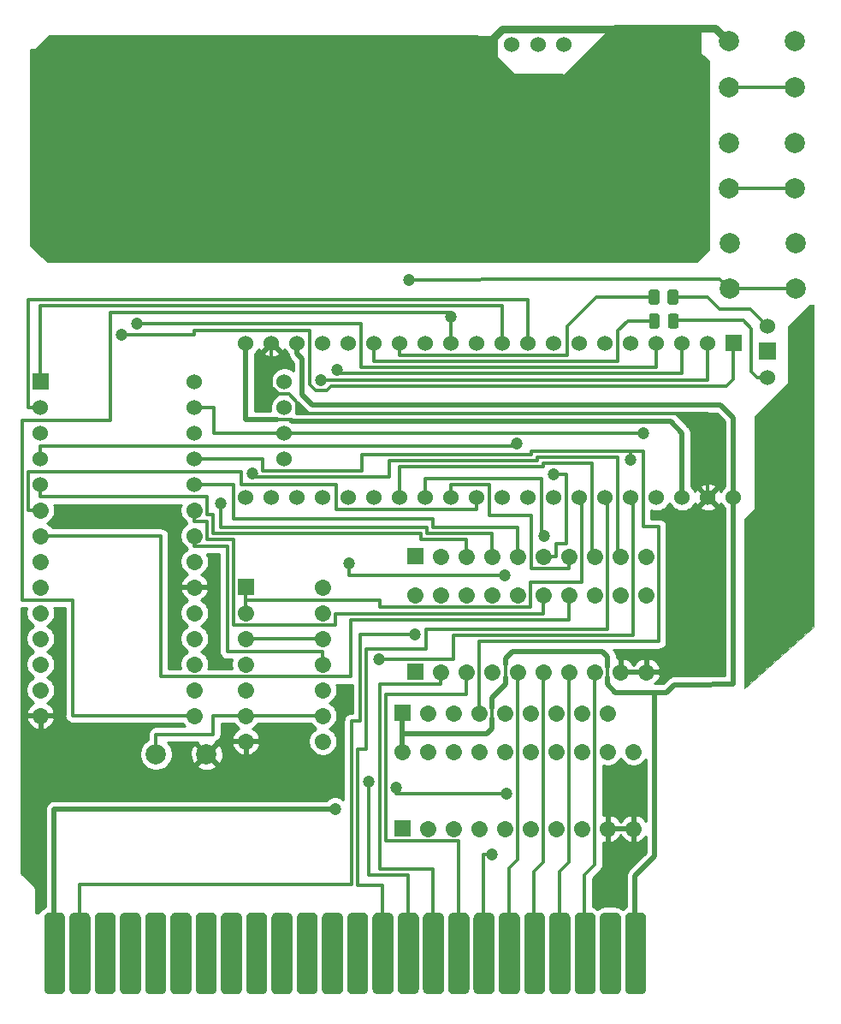
<source format=gbl>
%FSLAX34Y34*%
%MOMM*%
%LNCOPPER_BOTTOM*%
G71*
G01*
%ADD10C, 1.524*%
%ADD11C, 2.000*%
%ADD12C, 2.000*%
%ADD13C, 1.200*%
%ADD14C, 0.000*%
%ADD15C, 1.600*%
%ADD16C, 0.300*%
%ADD17C, 0.800*%
%ADD18C, 0.500*%
%ADD19C, 0.254*%
%LPD*%
X686050Y644775D02*
G54D10*
D03*
X660650Y644775D02*
G54D10*
D03*
X635250Y644775D02*
G54D10*
D03*
X609850Y644775D02*
G54D10*
D03*
X584450Y644775D02*
G54D10*
D03*
X559050Y644775D02*
G54D10*
D03*
X533650Y644775D02*
G54D10*
D03*
X508250Y644775D02*
G54D10*
D03*
X482850Y644775D02*
G54D10*
D03*
X457450Y644775D02*
G54D10*
D03*
X432050Y644775D02*
G54D10*
D03*
X406650Y644775D02*
G54D10*
D03*
X381250Y644775D02*
G54D10*
D03*
X355850Y644775D02*
G54D10*
D03*
X330450Y644775D02*
G54D10*
D03*
X305050Y644775D02*
G54D10*
D03*
X279650Y644775D02*
G54D10*
D03*
X254250Y644775D02*
G54D10*
D03*
X228850Y644775D02*
G54D10*
D03*
X711450Y492375D02*
G54D10*
D03*
X686050Y492375D02*
G54D10*
D03*
X660650Y492375D02*
G54D10*
D03*
X635250Y492375D02*
G54D10*
D03*
X609850Y492375D02*
G54D10*
D03*
X584450Y492375D02*
G54D10*
D03*
X559050Y492375D02*
G54D10*
D03*
X533650Y492375D02*
G54D10*
D03*
X508250Y492375D02*
G54D10*
D03*
X482850Y492375D02*
G54D10*
D03*
X457450Y492375D02*
G54D10*
D03*
X432050Y492375D02*
G54D10*
D03*
X406650Y492375D02*
G54D10*
D03*
X381250Y492375D02*
G54D10*
D03*
X355850Y492375D02*
G54D10*
D03*
X330450Y492375D02*
G54D10*
D03*
X305050Y492375D02*
G54D10*
D03*
X279650Y492375D02*
G54D10*
D03*
X254250Y492375D02*
G54D10*
D03*
X228850Y492375D02*
G54D10*
D03*
X266950Y555875D02*
G54D10*
D03*
X266950Y581275D02*
G54D10*
D03*
X266950Y530475D02*
G54D10*
D03*
X266950Y606675D02*
G54D10*
D03*
X139950Y238375D02*
G54D11*
D03*
X189950Y238375D02*
G54D11*
D03*
G36*
X388490Y327655D02*
X404490Y327655D01*
X404490Y311655D01*
X388490Y311655D01*
X388490Y327655D01*
G37*
G36*
X375790Y172715D02*
X391790Y172715D01*
X391790Y156715D01*
X375790Y156715D01*
X375790Y172715D01*
G37*
G36*
X736208Y645179D02*
X753208Y645179D01*
X753208Y628179D01*
X736208Y628179D01*
X736208Y645179D01*
G37*
G36*
X388490Y441955D02*
X404490Y441955D01*
X404490Y425955D01*
X388490Y425955D01*
X388490Y441955D01*
G37*
G36*
X375790Y287015D02*
X391790Y287015D01*
X391790Y271015D01*
X375790Y271015D01*
X375790Y287015D01*
G37*
X771775Y942981D02*
G54D12*
D03*
X771775Y897981D02*
G54D12*
D03*
X706775Y942981D02*
G54D12*
D03*
X706775Y897981D02*
G54D12*
D03*
X707569Y698750D02*
G54D12*
D03*
X707569Y743750D02*
G54D12*
D03*
X772569Y698750D02*
G54D12*
D03*
X772569Y743750D02*
G54D12*
D03*
X771775Y842969D02*
G54D12*
D03*
X771775Y797969D02*
G54D12*
D03*
X706775Y842969D02*
G54D12*
D03*
X706775Y797969D02*
G54D12*
D03*
G36*
X17650Y614675D02*
X33650Y614675D01*
X33650Y598675D01*
X17650Y598675D01*
X17650Y614675D01*
G37*
G36*
X220850Y411475D02*
X236850Y411475D01*
X236850Y395475D01*
X220850Y395475D01*
X220850Y411475D01*
G37*
X317191Y183938D02*
G54D13*
D03*
X390091Y707139D02*
G54D13*
D03*
X204058Y485927D02*
G54D13*
D03*
X533650Y515317D02*
G54D13*
D03*
X472690Y138673D02*
G54D13*
D03*
X235009Y515477D02*
G54D13*
D03*
X396490Y356644D02*
G54D13*
D03*
X496991Y545195D02*
G54D13*
D03*
X609274Y529751D02*
G54D13*
D03*
X485390Y414905D02*
G54D13*
D03*
X331031Y427005D02*
G54D13*
D03*
X524063Y453732D02*
G54D13*
D03*
X487064Y199401D02*
G54D13*
D03*
X377539Y205122D02*
G54D13*
D03*
X621974Y555875D02*
G54D13*
D03*
X350204Y211015D02*
G54D13*
D03*
X360707Y332159D02*
G54D13*
D03*
X105628Y653392D02*
G54D13*
D03*
X121047Y663896D02*
G54D13*
D03*
X303218Y608030D02*
G54D13*
D03*
X319162Y618534D02*
G54D13*
D03*
X432050Y670933D02*
G54D13*
D03*
G36*
X44640Y81501D02*
X45125Y81429D01*
X45601Y81310D01*
X46063Y81144D01*
X46507Y80935D01*
X46928Y80682D01*
X47322Y80390D01*
X47686Y80061D01*
X48015Y79697D01*
X48307Y79303D01*
X48560Y78882D01*
X48769Y78438D01*
X48935Y77976D01*
X49054Y77501D01*
X49126Y77015D01*
X49150Y76525D01*
X49150Y6525D01*
X49126Y6035D01*
X49054Y5549D01*
X48935Y5074D01*
X48769Y4611D01*
X48560Y4168D01*
X48307Y3747D01*
X48015Y3353D01*
X47686Y2989D01*
X47322Y2660D01*
X46928Y2368D01*
X46507Y2115D01*
X46063Y1905D01*
X45601Y1740D01*
X45125Y1621D01*
X44640Y1549D01*
X44150Y1525D01*
X34150Y1525D01*
X33660Y1549D01*
X33175Y1621D01*
X32699Y1740D01*
X32237Y1905D01*
X31793Y2115D01*
X31372Y2368D01*
X30978Y2660D01*
X30614Y2989D01*
X30285Y3353D01*
X29993Y3747D01*
X29740Y4168D01*
X29531Y4611D01*
X29365Y5074D01*
X29246Y5549D01*
X29174Y6035D01*
X29150Y6525D01*
X29150Y76525D01*
X29174Y77015D01*
X29246Y77501D01*
X29365Y77976D01*
X29531Y78438D01*
X29740Y78882D01*
X29993Y79303D01*
X30285Y79697D01*
X30614Y80061D01*
X30978Y80390D01*
X31372Y80682D01*
X31793Y80935D01*
X32237Y81144D01*
X32699Y81310D01*
X33175Y81429D01*
X33660Y81501D01*
X34150Y81525D01*
X44150Y81525D01*
X44640Y81501D01*
G37*
G54D14*
X44640Y81501D02*
X45125Y81429D01*
X45601Y81310D01*
X46063Y81144D01*
X46507Y80935D01*
X46928Y80682D01*
X47322Y80390D01*
X47686Y80061D01*
X48015Y79697D01*
X48307Y79303D01*
X48560Y78882D01*
X48769Y78438D01*
X48935Y77976D01*
X49054Y77501D01*
X49126Y77015D01*
X49150Y76525D01*
X49150Y6525D01*
X49126Y6035D01*
X49054Y5549D01*
X48935Y5074D01*
X48769Y4611D01*
X48560Y4168D01*
X48307Y3747D01*
X48015Y3353D01*
X47686Y2989D01*
X47322Y2660D01*
X46928Y2368D01*
X46507Y2115D01*
X46063Y1905D01*
X45601Y1740D01*
X45125Y1621D01*
X44640Y1549D01*
X44150Y1525D01*
X34150Y1525D01*
X33660Y1549D01*
X33175Y1621D01*
X32699Y1740D01*
X32237Y1905D01*
X31793Y2115D01*
X31372Y2368D01*
X30978Y2660D01*
X30614Y2989D01*
X30285Y3353D01*
X29993Y3747D01*
X29740Y4168D01*
X29531Y4611D01*
X29365Y5074D01*
X29246Y5549D01*
X29174Y6035D01*
X29150Y6525D01*
X29150Y76525D01*
X29174Y77015D01*
X29246Y77501D01*
X29365Y77976D01*
X29531Y78438D01*
X29740Y78882D01*
X29993Y79303D01*
X30285Y79697D01*
X30614Y80061D01*
X30978Y80390D01*
X31372Y80682D01*
X31793Y80935D01*
X32237Y81144D01*
X32699Y81310D01*
X33175Y81429D01*
X33660Y81501D01*
X34150Y81525D01*
X44150Y81525D01*
X44640Y81501D01*
G36*
X69640Y81501D02*
X70125Y81429D01*
X70601Y81310D01*
X71063Y81144D01*
X71507Y80935D01*
X71928Y80682D01*
X72322Y80390D01*
X72686Y80061D01*
X73015Y79697D01*
X73307Y79303D01*
X73560Y78882D01*
X73769Y78438D01*
X73935Y77976D01*
X74054Y77501D01*
X74126Y77015D01*
X74150Y76525D01*
X74150Y6525D01*
X74126Y6035D01*
X74054Y5549D01*
X73935Y5074D01*
X73769Y4611D01*
X73560Y4168D01*
X73307Y3747D01*
X73015Y3353D01*
X72686Y2989D01*
X72322Y2660D01*
X71928Y2368D01*
X71507Y2115D01*
X71063Y1905D01*
X70601Y1740D01*
X70125Y1621D01*
X69640Y1549D01*
X69150Y1525D01*
X59150Y1525D01*
X58660Y1549D01*
X58175Y1621D01*
X57699Y1740D01*
X57237Y1905D01*
X56793Y2115D01*
X56372Y2368D01*
X55978Y2660D01*
X55614Y2989D01*
X55285Y3353D01*
X54993Y3747D01*
X54740Y4168D01*
X54531Y4611D01*
X54365Y5074D01*
X54246Y5549D01*
X54174Y6035D01*
X54150Y6525D01*
X54150Y76525D01*
X54174Y77015D01*
X54246Y77501D01*
X54365Y77976D01*
X54531Y78438D01*
X54740Y78882D01*
X54993Y79303D01*
X55285Y79697D01*
X55614Y80061D01*
X55978Y80390D01*
X56372Y80682D01*
X56793Y80935D01*
X57237Y81144D01*
X57699Y81310D01*
X58175Y81429D01*
X58660Y81501D01*
X59150Y81525D01*
X69150Y81525D01*
X69640Y81501D01*
G37*
G54D14*
X69640Y81501D02*
X70125Y81429D01*
X70601Y81310D01*
X71063Y81144D01*
X71507Y80935D01*
X71928Y80682D01*
X72322Y80390D01*
X72686Y80061D01*
X73015Y79697D01*
X73307Y79303D01*
X73560Y78882D01*
X73769Y78438D01*
X73935Y77976D01*
X74054Y77501D01*
X74126Y77015D01*
X74150Y76525D01*
X74150Y6525D01*
X74126Y6035D01*
X74054Y5549D01*
X73935Y5074D01*
X73769Y4611D01*
X73560Y4168D01*
X73307Y3747D01*
X73015Y3353D01*
X72686Y2989D01*
X72322Y2660D01*
X71928Y2368D01*
X71507Y2115D01*
X71063Y1905D01*
X70601Y1740D01*
X70125Y1621D01*
X69640Y1549D01*
X69150Y1525D01*
X59150Y1525D01*
X58660Y1549D01*
X58175Y1621D01*
X57699Y1740D01*
X57237Y1905D01*
X56793Y2115D01*
X56372Y2368D01*
X55978Y2660D01*
X55614Y2989D01*
X55285Y3353D01*
X54993Y3747D01*
X54740Y4168D01*
X54531Y4611D01*
X54365Y5074D01*
X54246Y5549D01*
X54174Y6035D01*
X54150Y6525D01*
X54150Y76525D01*
X54174Y77015D01*
X54246Y77501D01*
X54365Y77976D01*
X54531Y78438D01*
X54740Y78882D01*
X54993Y79303D01*
X55285Y79697D01*
X55614Y80061D01*
X55978Y80390D01*
X56372Y80682D01*
X56793Y80935D01*
X57237Y81144D01*
X57699Y81310D01*
X58175Y81429D01*
X58660Y81501D01*
X59150Y81525D01*
X69150Y81525D01*
X69640Y81501D01*
G36*
X94640Y81501D02*
X95125Y81429D01*
X95601Y81310D01*
X96063Y81144D01*
X96507Y80935D01*
X96928Y80682D01*
X97322Y80390D01*
X97686Y80061D01*
X98015Y79697D01*
X98307Y79303D01*
X98560Y78882D01*
X98769Y78438D01*
X98935Y77976D01*
X99054Y77501D01*
X99126Y77015D01*
X99150Y76525D01*
X99150Y6525D01*
X99126Y6035D01*
X99054Y5549D01*
X98935Y5074D01*
X98769Y4611D01*
X98560Y4168D01*
X98307Y3747D01*
X98015Y3353D01*
X97686Y2989D01*
X97322Y2660D01*
X96928Y2368D01*
X96507Y2115D01*
X96063Y1905D01*
X95601Y1740D01*
X95125Y1621D01*
X94640Y1549D01*
X94150Y1525D01*
X84150Y1525D01*
X83660Y1549D01*
X83175Y1621D01*
X82699Y1740D01*
X82237Y1905D01*
X81793Y2115D01*
X81372Y2368D01*
X80978Y2660D01*
X80614Y2989D01*
X80285Y3353D01*
X79993Y3747D01*
X79740Y4168D01*
X79531Y4611D01*
X79365Y5074D01*
X79246Y5549D01*
X79174Y6035D01*
X79150Y6525D01*
X79150Y76525D01*
X79174Y77015D01*
X79246Y77501D01*
X79365Y77976D01*
X79531Y78438D01*
X79740Y78882D01*
X79993Y79303D01*
X80285Y79697D01*
X80614Y80061D01*
X80978Y80390D01*
X81372Y80682D01*
X81793Y80935D01*
X82237Y81144D01*
X82699Y81310D01*
X83175Y81429D01*
X83660Y81501D01*
X84150Y81525D01*
X94150Y81525D01*
X94640Y81501D01*
G37*
G54D14*
X94640Y81501D02*
X95125Y81429D01*
X95601Y81310D01*
X96063Y81144D01*
X96507Y80935D01*
X96928Y80682D01*
X97322Y80390D01*
X97686Y80061D01*
X98015Y79697D01*
X98307Y79303D01*
X98560Y78882D01*
X98769Y78438D01*
X98935Y77976D01*
X99054Y77501D01*
X99126Y77015D01*
X99150Y76525D01*
X99150Y6525D01*
X99126Y6035D01*
X99054Y5549D01*
X98935Y5074D01*
X98769Y4611D01*
X98560Y4168D01*
X98307Y3747D01*
X98015Y3353D01*
X97686Y2989D01*
X97322Y2660D01*
X96928Y2368D01*
X96507Y2115D01*
X96063Y1905D01*
X95601Y1740D01*
X95125Y1621D01*
X94640Y1549D01*
X94150Y1525D01*
X84150Y1525D01*
X83660Y1549D01*
X83175Y1621D01*
X82699Y1740D01*
X82237Y1905D01*
X81793Y2115D01*
X81372Y2368D01*
X80978Y2660D01*
X80614Y2989D01*
X80285Y3353D01*
X79993Y3747D01*
X79740Y4168D01*
X79531Y4611D01*
X79365Y5074D01*
X79246Y5549D01*
X79174Y6035D01*
X79150Y6525D01*
X79150Y76525D01*
X79174Y77015D01*
X79246Y77501D01*
X79365Y77976D01*
X79531Y78438D01*
X79740Y78882D01*
X79993Y79303D01*
X80285Y79697D01*
X80614Y80061D01*
X80978Y80390D01*
X81372Y80682D01*
X81793Y80935D01*
X82237Y81144D01*
X82699Y81310D01*
X83175Y81429D01*
X83660Y81501D01*
X84150Y81525D01*
X94150Y81525D01*
X94640Y81501D01*
G36*
X119640Y81501D02*
X120126Y81429D01*
X120601Y81310D01*
X121063Y81144D01*
X121507Y80935D01*
X121928Y80682D01*
X122322Y80390D01*
X122686Y80061D01*
X123015Y79697D01*
X123307Y79303D01*
X123560Y78882D01*
X123769Y78438D01*
X123935Y77976D01*
X124054Y77501D01*
X124126Y77015D01*
X124150Y76525D01*
X124150Y6525D01*
X124126Y6035D01*
X124054Y5549D01*
X123935Y5074D01*
X123769Y4611D01*
X123560Y4168D01*
X123307Y3747D01*
X123015Y3353D01*
X122686Y2989D01*
X122322Y2660D01*
X121928Y2368D01*
X121507Y2115D01*
X121063Y1905D01*
X120601Y1740D01*
X120126Y1621D01*
X119640Y1549D01*
X119150Y1525D01*
X109150Y1525D01*
X108660Y1549D01*
X108175Y1621D01*
X107699Y1740D01*
X107237Y1905D01*
X106793Y2115D01*
X106372Y2368D01*
X105978Y2660D01*
X105614Y2989D01*
X105285Y3353D01*
X104993Y3747D01*
X104740Y4168D01*
X104531Y4611D01*
X104365Y5074D01*
X104246Y5549D01*
X104174Y6035D01*
X104150Y6525D01*
X104150Y76525D01*
X104174Y77015D01*
X104246Y77501D01*
X104365Y77976D01*
X104531Y78438D01*
X104740Y78882D01*
X104993Y79303D01*
X105285Y79697D01*
X105614Y80061D01*
X105978Y80390D01*
X106372Y80682D01*
X106793Y80935D01*
X107237Y81144D01*
X107699Y81310D01*
X108175Y81429D01*
X108660Y81501D01*
X109150Y81525D01*
X119150Y81525D01*
X119640Y81501D01*
G37*
G54D14*
X119640Y81501D02*
X120126Y81429D01*
X120601Y81310D01*
X121063Y81144D01*
X121507Y80935D01*
X121928Y80682D01*
X122322Y80390D01*
X122686Y80061D01*
X123015Y79697D01*
X123307Y79303D01*
X123560Y78882D01*
X123769Y78438D01*
X123935Y77976D01*
X124054Y77501D01*
X124126Y77015D01*
X124150Y76525D01*
X124150Y6525D01*
X124126Y6035D01*
X124054Y5549D01*
X123935Y5074D01*
X123769Y4611D01*
X123560Y4168D01*
X123307Y3747D01*
X123015Y3353D01*
X122686Y2989D01*
X122322Y2660D01*
X121928Y2368D01*
X121507Y2115D01*
X121063Y1905D01*
X120601Y1740D01*
X120126Y1621D01*
X119640Y1549D01*
X119150Y1525D01*
X109150Y1525D01*
X108660Y1549D01*
X108175Y1621D01*
X107699Y1740D01*
X107237Y1905D01*
X106793Y2115D01*
X106372Y2368D01*
X105978Y2660D01*
X105614Y2989D01*
X105285Y3353D01*
X104993Y3747D01*
X104740Y4168D01*
X104531Y4611D01*
X104365Y5074D01*
X104246Y5549D01*
X104174Y6035D01*
X104150Y6525D01*
X104150Y76525D01*
X104174Y77015D01*
X104246Y77501D01*
X104365Y77976D01*
X104531Y78438D01*
X104740Y78882D01*
X104993Y79303D01*
X105285Y79697D01*
X105614Y80061D01*
X105978Y80390D01*
X106372Y80682D01*
X106793Y80935D01*
X107237Y81144D01*
X107699Y81310D01*
X108175Y81429D01*
X108660Y81501D01*
X109150Y81525D01*
X119150Y81525D01*
X119640Y81501D01*
G36*
X144640Y81501D02*
X145126Y81429D01*
X145601Y81310D01*
X146063Y81144D01*
X146507Y80935D01*
X146928Y80682D01*
X147322Y80390D01*
X147686Y80061D01*
X148015Y79697D01*
X148307Y79303D01*
X148560Y78882D01*
X148769Y78438D01*
X148935Y77976D01*
X149054Y77501D01*
X149126Y77015D01*
X149150Y76525D01*
X149150Y6525D01*
X149126Y6035D01*
X149054Y5549D01*
X148935Y5074D01*
X148769Y4611D01*
X148560Y4168D01*
X148307Y3747D01*
X148015Y3353D01*
X147686Y2989D01*
X147322Y2660D01*
X146928Y2368D01*
X146507Y2115D01*
X146063Y1905D01*
X145601Y1740D01*
X145126Y1621D01*
X144640Y1549D01*
X144150Y1525D01*
X134150Y1525D01*
X133660Y1549D01*
X133175Y1621D01*
X132699Y1740D01*
X132237Y1905D01*
X131793Y2115D01*
X131372Y2368D01*
X130978Y2660D01*
X130614Y2989D01*
X130285Y3353D01*
X129993Y3747D01*
X129740Y4168D01*
X129531Y4611D01*
X129365Y5074D01*
X129246Y5549D01*
X129174Y6035D01*
X129150Y6525D01*
X129150Y76525D01*
X129174Y77015D01*
X129246Y77501D01*
X129365Y77976D01*
X129531Y78438D01*
X129740Y78882D01*
X129993Y79303D01*
X130285Y79697D01*
X130614Y80061D01*
X130978Y80390D01*
X131372Y80682D01*
X131793Y80935D01*
X132237Y81144D01*
X132699Y81310D01*
X133175Y81429D01*
X133660Y81501D01*
X134150Y81525D01*
X144150Y81525D01*
X144640Y81501D01*
G37*
G54D14*
X144640Y81501D02*
X145126Y81429D01*
X145601Y81310D01*
X146063Y81144D01*
X146507Y80935D01*
X146928Y80682D01*
X147322Y80390D01*
X147686Y80061D01*
X148015Y79697D01*
X148307Y79303D01*
X148560Y78882D01*
X148769Y78438D01*
X148935Y77976D01*
X149054Y77501D01*
X149126Y77015D01*
X149150Y76525D01*
X149150Y6525D01*
X149126Y6035D01*
X149054Y5549D01*
X148935Y5074D01*
X148769Y4611D01*
X148560Y4168D01*
X148307Y3747D01*
X148015Y3353D01*
X147686Y2989D01*
X147322Y2660D01*
X146928Y2368D01*
X146507Y2115D01*
X146063Y1905D01*
X145601Y1740D01*
X145126Y1621D01*
X144640Y1549D01*
X144150Y1525D01*
X134150Y1525D01*
X133660Y1549D01*
X133175Y1621D01*
X132699Y1740D01*
X132237Y1905D01*
X131793Y2115D01*
X131372Y2368D01*
X130978Y2660D01*
X130614Y2989D01*
X130285Y3353D01*
X129993Y3747D01*
X129740Y4168D01*
X129531Y4611D01*
X129365Y5074D01*
X129246Y5549D01*
X129174Y6035D01*
X129150Y6525D01*
X129150Y76525D01*
X129174Y77015D01*
X129246Y77501D01*
X129365Y77976D01*
X129531Y78438D01*
X129740Y78882D01*
X129993Y79303D01*
X130285Y79697D01*
X130614Y80061D01*
X130978Y80390D01*
X131372Y80682D01*
X131793Y80935D01*
X132237Y81144D01*
X132699Y81310D01*
X133175Y81429D01*
X133660Y81501D01*
X134150Y81525D01*
X144150Y81525D01*
X144640Y81501D01*
G36*
X169640Y81501D02*
X170126Y81429D01*
X170601Y81310D01*
X171063Y81144D01*
X171507Y80935D01*
X171928Y80682D01*
X172322Y80390D01*
X172686Y80061D01*
X173015Y79697D01*
X173307Y79303D01*
X173560Y78882D01*
X173769Y78438D01*
X173935Y77976D01*
X174054Y77501D01*
X174126Y77015D01*
X174150Y76525D01*
X174150Y6525D01*
X174126Y6035D01*
X174054Y5549D01*
X173935Y5074D01*
X173769Y4611D01*
X173560Y4168D01*
X173307Y3747D01*
X173015Y3353D01*
X172686Y2989D01*
X172322Y2660D01*
X171928Y2368D01*
X171507Y2115D01*
X171063Y1905D01*
X170601Y1740D01*
X170126Y1621D01*
X169640Y1549D01*
X169150Y1525D01*
X159150Y1525D01*
X158660Y1549D01*
X158175Y1621D01*
X157699Y1740D01*
X157237Y1905D01*
X156793Y2115D01*
X156372Y2368D01*
X155978Y2660D01*
X155614Y2989D01*
X155285Y3353D01*
X154993Y3747D01*
X154740Y4168D01*
X154531Y4611D01*
X154365Y5074D01*
X154246Y5549D01*
X154174Y6035D01*
X154150Y6525D01*
X154150Y76525D01*
X154174Y77015D01*
X154246Y77501D01*
X154365Y77976D01*
X154531Y78438D01*
X154740Y78882D01*
X154993Y79303D01*
X155285Y79697D01*
X155614Y80061D01*
X155978Y80390D01*
X156372Y80682D01*
X156793Y80935D01*
X157237Y81144D01*
X157699Y81310D01*
X158175Y81429D01*
X158660Y81501D01*
X159150Y81525D01*
X169150Y81525D01*
X169640Y81501D01*
G37*
G54D14*
X169640Y81501D02*
X170126Y81429D01*
X170601Y81310D01*
X171063Y81144D01*
X171507Y80935D01*
X171928Y80682D01*
X172322Y80390D01*
X172686Y80061D01*
X173015Y79697D01*
X173307Y79303D01*
X173560Y78882D01*
X173769Y78438D01*
X173935Y77976D01*
X174054Y77501D01*
X174126Y77015D01*
X174150Y76525D01*
X174150Y6525D01*
X174126Y6035D01*
X174054Y5549D01*
X173935Y5074D01*
X173769Y4611D01*
X173560Y4168D01*
X173307Y3747D01*
X173015Y3353D01*
X172686Y2989D01*
X172322Y2660D01*
X171928Y2368D01*
X171507Y2115D01*
X171063Y1905D01*
X170601Y1740D01*
X170126Y1621D01*
X169640Y1549D01*
X169150Y1525D01*
X159150Y1525D01*
X158660Y1549D01*
X158175Y1621D01*
X157699Y1740D01*
X157237Y1905D01*
X156793Y2115D01*
X156372Y2368D01*
X155978Y2660D01*
X155614Y2989D01*
X155285Y3353D01*
X154993Y3747D01*
X154740Y4168D01*
X154531Y4611D01*
X154365Y5074D01*
X154246Y5549D01*
X154174Y6035D01*
X154150Y6525D01*
X154150Y76525D01*
X154174Y77015D01*
X154246Y77501D01*
X154365Y77976D01*
X154531Y78438D01*
X154740Y78882D01*
X154993Y79303D01*
X155285Y79697D01*
X155614Y80061D01*
X155978Y80390D01*
X156372Y80682D01*
X156793Y80935D01*
X157237Y81144D01*
X157699Y81310D01*
X158175Y81429D01*
X158660Y81501D01*
X159150Y81525D01*
X169150Y81525D01*
X169640Y81501D01*
G36*
X194640Y81501D02*
X195126Y81429D01*
X195601Y81310D01*
X196063Y81144D01*
X196507Y80935D01*
X196928Y80682D01*
X197322Y80390D01*
X197686Y80061D01*
X198015Y79697D01*
X198307Y79303D01*
X198560Y78882D01*
X198769Y78438D01*
X198935Y77976D01*
X199054Y77501D01*
X199126Y77015D01*
X199150Y76525D01*
X199150Y6525D01*
X199126Y6035D01*
X199054Y5549D01*
X198935Y5074D01*
X198769Y4611D01*
X198560Y4168D01*
X198307Y3747D01*
X198015Y3353D01*
X197686Y2989D01*
X197322Y2660D01*
X196928Y2368D01*
X196507Y2115D01*
X196063Y1905D01*
X195601Y1740D01*
X195126Y1621D01*
X194640Y1549D01*
X194150Y1525D01*
X184150Y1525D01*
X183660Y1549D01*
X183175Y1621D01*
X182699Y1740D01*
X182237Y1905D01*
X181793Y2115D01*
X181372Y2368D01*
X180978Y2660D01*
X180614Y2989D01*
X180285Y3353D01*
X179993Y3747D01*
X179740Y4168D01*
X179531Y4611D01*
X179365Y5074D01*
X179246Y5549D01*
X179174Y6035D01*
X179150Y6525D01*
X179150Y76525D01*
X179174Y77015D01*
X179246Y77501D01*
X179365Y77976D01*
X179531Y78438D01*
X179740Y78882D01*
X179993Y79303D01*
X180285Y79697D01*
X180614Y80061D01*
X180978Y80390D01*
X181372Y80682D01*
X181793Y80935D01*
X182237Y81144D01*
X182699Y81310D01*
X183175Y81429D01*
X183660Y81501D01*
X184150Y81525D01*
X194150Y81525D01*
X194640Y81501D01*
G37*
G54D14*
X194640Y81501D02*
X195126Y81429D01*
X195601Y81310D01*
X196063Y81144D01*
X196507Y80935D01*
X196928Y80682D01*
X197322Y80390D01*
X197686Y80061D01*
X198015Y79697D01*
X198307Y79303D01*
X198560Y78882D01*
X198769Y78438D01*
X198935Y77976D01*
X199054Y77501D01*
X199126Y77015D01*
X199150Y76525D01*
X199150Y6525D01*
X199126Y6035D01*
X199054Y5549D01*
X198935Y5074D01*
X198769Y4611D01*
X198560Y4168D01*
X198307Y3747D01*
X198015Y3353D01*
X197686Y2989D01*
X197322Y2660D01*
X196928Y2368D01*
X196507Y2115D01*
X196063Y1905D01*
X195601Y1740D01*
X195126Y1621D01*
X194640Y1549D01*
X194150Y1525D01*
X184150Y1525D01*
X183660Y1549D01*
X183175Y1621D01*
X182699Y1740D01*
X182237Y1905D01*
X181793Y2115D01*
X181372Y2368D01*
X180978Y2660D01*
X180614Y2989D01*
X180285Y3353D01*
X179993Y3747D01*
X179740Y4168D01*
X179531Y4611D01*
X179365Y5074D01*
X179246Y5549D01*
X179174Y6035D01*
X179150Y6525D01*
X179150Y76525D01*
X179174Y77015D01*
X179246Y77501D01*
X179365Y77976D01*
X179531Y78438D01*
X179740Y78882D01*
X179993Y79303D01*
X180285Y79697D01*
X180614Y80061D01*
X180978Y80390D01*
X181372Y80682D01*
X181793Y80935D01*
X182237Y81144D01*
X182699Y81310D01*
X183175Y81429D01*
X183660Y81501D01*
X184150Y81525D01*
X194150Y81525D01*
X194640Y81501D01*
G36*
X219640Y81501D02*
X220126Y81429D01*
X220601Y81310D01*
X221063Y81144D01*
X221507Y80935D01*
X221928Y80682D01*
X222322Y80390D01*
X222686Y80061D01*
X223015Y79697D01*
X223307Y79303D01*
X223560Y78882D01*
X223769Y78438D01*
X223935Y77976D01*
X224054Y77501D01*
X224126Y77015D01*
X224150Y76525D01*
X224150Y6525D01*
X224126Y6035D01*
X224054Y5549D01*
X223935Y5074D01*
X223769Y4611D01*
X223560Y4168D01*
X223307Y3747D01*
X223015Y3353D01*
X222686Y2989D01*
X222322Y2660D01*
X221928Y2368D01*
X221507Y2115D01*
X221063Y1905D01*
X220601Y1740D01*
X220126Y1621D01*
X219640Y1549D01*
X219150Y1525D01*
X209150Y1525D01*
X208660Y1549D01*
X208175Y1621D01*
X207699Y1740D01*
X207237Y1905D01*
X206793Y2115D01*
X206372Y2368D01*
X205978Y2660D01*
X205614Y2989D01*
X205285Y3353D01*
X204993Y3747D01*
X204740Y4168D01*
X204531Y4611D01*
X204365Y5074D01*
X204246Y5549D01*
X204174Y6035D01*
X204150Y6525D01*
X204150Y76525D01*
X204174Y77015D01*
X204246Y77501D01*
X204365Y77976D01*
X204531Y78438D01*
X204740Y78882D01*
X204993Y79303D01*
X205285Y79697D01*
X205614Y80061D01*
X205978Y80390D01*
X206372Y80682D01*
X206793Y80935D01*
X207237Y81144D01*
X207699Y81310D01*
X208175Y81429D01*
X208660Y81501D01*
X209150Y81525D01*
X219150Y81525D01*
X219640Y81501D01*
G37*
G54D14*
X219640Y81501D02*
X220126Y81429D01*
X220601Y81310D01*
X221063Y81144D01*
X221507Y80935D01*
X221928Y80682D01*
X222322Y80390D01*
X222686Y80061D01*
X223015Y79697D01*
X223307Y79303D01*
X223560Y78882D01*
X223769Y78438D01*
X223935Y77976D01*
X224054Y77501D01*
X224126Y77015D01*
X224150Y76525D01*
X224150Y6525D01*
X224126Y6035D01*
X224054Y5549D01*
X223935Y5074D01*
X223769Y4611D01*
X223560Y4168D01*
X223307Y3747D01*
X223015Y3353D01*
X222686Y2989D01*
X222322Y2660D01*
X221928Y2368D01*
X221507Y2115D01*
X221063Y1905D01*
X220601Y1740D01*
X220126Y1621D01*
X219640Y1549D01*
X219150Y1525D01*
X209150Y1525D01*
X208660Y1549D01*
X208175Y1621D01*
X207699Y1740D01*
X207237Y1905D01*
X206793Y2115D01*
X206372Y2368D01*
X205978Y2660D01*
X205614Y2989D01*
X205285Y3353D01*
X204993Y3747D01*
X204740Y4168D01*
X204531Y4611D01*
X204365Y5074D01*
X204246Y5549D01*
X204174Y6035D01*
X204150Y6525D01*
X204150Y76525D01*
X204174Y77015D01*
X204246Y77501D01*
X204365Y77976D01*
X204531Y78438D01*
X204740Y78882D01*
X204993Y79303D01*
X205285Y79697D01*
X205614Y80061D01*
X205978Y80390D01*
X206372Y80682D01*
X206793Y80935D01*
X207237Y81144D01*
X207699Y81310D01*
X208175Y81429D01*
X208660Y81501D01*
X209150Y81525D01*
X219150Y81525D01*
X219640Y81501D01*
G36*
X244640Y81501D02*
X245126Y81429D01*
X245601Y81310D01*
X246063Y81144D01*
X246507Y80935D01*
X246928Y80682D01*
X247322Y80390D01*
X247686Y80061D01*
X248015Y79697D01*
X248307Y79303D01*
X248560Y78882D01*
X248769Y78438D01*
X248935Y77976D01*
X249054Y77501D01*
X249126Y77015D01*
X249150Y76525D01*
X249150Y6525D01*
X249126Y6035D01*
X249054Y5549D01*
X248935Y5074D01*
X248769Y4611D01*
X248560Y4168D01*
X248307Y3747D01*
X248015Y3353D01*
X247686Y2989D01*
X247322Y2660D01*
X246928Y2368D01*
X246507Y2115D01*
X246063Y1905D01*
X245601Y1740D01*
X245126Y1621D01*
X244640Y1549D01*
X244150Y1525D01*
X234150Y1525D01*
X233660Y1549D01*
X233175Y1621D01*
X232699Y1740D01*
X232237Y1905D01*
X231793Y2115D01*
X231372Y2368D01*
X230978Y2660D01*
X230614Y2989D01*
X230285Y3353D01*
X229993Y3747D01*
X229740Y4168D01*
X229531Y4611D01*
X229365Y5074D01*
X229246Y5549D01*
X229174Y6035D01*
X229150Y6525D01*
X229150Y76525D01*
X229174Y77015D01*
X229246Y77501D01*
X229365Y77976D01*
X229531Y78438D01*
X229740Y78882D01*
X229993Y79303D01*
X230285Y79697D01*
X230614Y80061D01*
X230978Y80390D01*
X231372Y80682D01*
X231793Y80935D01*
X232237Y81144D01*
X232699Y81310D01*
X233175Y81429D01*
X233660Y81501D01*
X234150Y81525D01*
X244150Y81525D01*
X244640Y81501D01*
G37*
G54D14*
X244640Y81501D02*
X245126Y81429D01*
X245601Y81310D01*
X246063Y81144D01*
X246507Y80935D01*
X246928Y80682D01*
X247322Y80390D01*
X247686Y80061D01*
X248015Y79697D01*
X248307Y79303D01*
X248560Y78882D01*
X248769Y78438D01*
X248935Y77976D01*
X249054Y77501D01*
X249126Y77015D01*
X249150Y76525D01*
X249150Y6525D01*
X249126Y6035D01*
X249054Y5549D01*
X248935Y5074D01*
X248769Y4611D01*
X248560Y4168D01*
X248307Y3747D01*
X248015Y3353D01*
X247686Y2989D01*
X247322Y2660D01*
X246928Y2368D01*
X246507Y2115D01*
X246063Y1905D01*
X245601Y1740D01*
X245126Y1621D01*
X244640Y1549D01*
X244150Y1525D01*
X234150Y1525D01*
X233660Y1549D01*
X233175Y1621D01*
X232699Y1740D01*
X232237Y1905D01*
X231793Y2115D01*
X231372Y2368D01*
X230978Y2660D01*
X230614Y2989D01*
X230285Y3353D01*
X229993Y3747D01*
X229740Y4168D01*
X229531Y4611D01*
X229365Y5074D01*
X229246Y5549D01*
X229174Y6035D01*
X229150Y6525D01*
X229150Y76525D01*
X229174Y77015D01*
X229246Y77501D01*
X229365Y77976D01*
X229531Y78438D01*
X229740Y78882D01*
X229993Y79303D01*
X230285Y79697D01*
X230614Y80061D01*
X230978Y80390D01*
X231372Y80682D01*
X231793Y80935D01*
X232237Y81144D01*
X232699Y81310D01*
X233175Y81429D01*
X233660Y81501D01*
X234150Y81525D01*
X244150Y81525D01*
X244640Y81501D01*
G36*
X269640Y81501D02*
X270126Y81429D01*
X270601Y81310D01*
X271063Y81144D01*
X271507Y80935D01*
X271928Y80682D01*
X272322Y80390D01*
X272686Y80061D01*
X273015Y79697D01*
X273307Y79303D01*
X273560Y78882D01*
X273769Y78438D01*
X273935Y77976D01*
X274054Y77501D01*
X274126Y77015D01*
X274150Y76525D01*
X274150Y6525D01*
X274126Y6035D01*
X274054Y5549D01*
X273935Y5074D01*
X273769Y4611D01*
X273560Y4168D01*
X273307Y3747D01*
X273015Y3353D01*
X272686Y2989D01*
X272322Y2660D01*
X271928Y2368D01*
X271507Y2115D01*
X271063Y1905D01*
X270601Y1740D01*
X270126Y1621D01*
X269640Y1549D01*
X269150Y1525D01*
X259150Y1525D01*
X258660Y1549D01*
X258175Y1621D01*
X257699Y1740D01*
X257237Y1905D01*
X256793Y2115D01*
X256372Y2368D01*
X255978Y2660D01*
X255614Y2989D01*
X255285Y3353D01*
X254993Y3747D01*
X254740Y4168D01*
X254531Y4611D01*
X254365Y5074D01*
X254246Y5549D01*
X254174Y6035D01*
X254150Y6525D01*
X254150Y76525D01*
X254174Y77015D01*
X254246Y77501D01*
X254365Y77976D01*
X254531Y78438D01*
X254740Y78882D01*
X254993Y79303D01*
X255285Y79697D01*
X255614Y80061D01*
X255978Y80390D01*
X256372Y80682D01*
X256793Y80935D01*
X257237Y81144D01*
X257699Y81310D01*
X258175Y81429D01*
X258660Y81501D01*
X259150Y81525D01*
X269150Y81525D01*
X269640Y81501D01*
G37*
G54D14*
X269640Y81501D02*
X270126Y81429D01*
X270601Y81310D01*
X271063Y81144D01*
X271507Y80935D01*
X271928Y80682D01*
X272322Y80390D01*
X272686Y80061D01*
X273015Y79697D01*
X273307Y79303D01*
X273560Y78882D01*
X273769Y78438D01*
X273935Y77976D01*
X274054Y77501D01*
X274126Y77015D01*
X274150Y76525D01*
X274150Y6525D01*
X274126Y6035D01*
X274054Y5549D01*
X273935Y5074D01*
X273769Y4611D01*
X273560Y4168D01*
X273307Y3747D01*
X273015Y3353D01*
X272686Y2989D01*
X272322Y2660D01*
X271928Y2368D01*
X271507Y2115D01*
X271063Y1905D01*
X270601Y1740D01*
X270126Y1621D01*
X269640Y1549D01*
X269150Y1525D01*
X259150Y1525D01*
X258660Y1549D01*
X258175Y1621D01*
X257699Y1740D01*
X257237Y1905D01*
X256793Y2115D01*
X256372Y2368D01*
X255978Y2660D01*
X255614Y2989D01*
X255285Y3353D01*
X254993Y3747D01*
X254740Y4168D01*
X254531Y4611D01*
X254365Y5074D01*
X254246Y5549D01*
X254174Y6035D01*
X254150Y6525D01*
X254150Y76525D01*
X254174Y77015D01*
X254246Y77501D01*
X254365Y77976D01*
X254531Y78438D01*
X254740Y78882D01*
X254993Y79303D01*
X255285Y79697D01*
X255614Y80061D01*
X255978Y80390D01*
X256372Y80682D01*
X256793Y80935D01*
X257237Y81144D01*
X257699Y81310D01*
X258175Y81429D01*
X258660Y81501D01*
X259150Y81525D01*
X269150Y81525D01*
X269640Y81501D01*
G36*
X294640Y81501D02*
X295126Y81429D01*
X295601Y81310D01*
X296063Y81144D01*
X296507Y80935D01*
X296928Y80682D01*
X297322Y80390D01*
X297686Y80061D01*
X298015Y79697D01*
X298307Y79303D01*
X298560Y78882D01*
X298769Y78438D01*
X298935Y77976D01*
X299054Y77501D01*
X299126Y77015D01*
X299150Y76525D01*
X299150Y6525D01*
X299126Y6035D01*
X299054Y5549D01*
X298935Y5074D01*
X298769Y4611D01*
X298560Y4168D01*
X298307Y3747D01*
X298015Y3353D01*
X297686Y2989D01*
X297322Y2660D01*
X296928Y2368D01*
X296507Y2115D01*
X296063Y1905D01*
X295601Y1740D01*
X295126Y1621D01*
X294640Y1549D01*
X294150Y1525D01*
X284150Y1525D01*
X283660Y1549D01*
X283175Y1621D01*
X282699Y1740D01*
X282237Y1905D01*
X281793Y2115D01*
X281372Y2368D01*
X280978Y2660D01*
X280614Y2989D01*
X280285Y3353D01*
X279993Y3747D01*
X279740Y4168D01*
X279531Y4611D01*
X279365Y5074D01*
X279246Y5549D01*
X279174Y6035D01*
X279150Y6525D01*
X279150Y76525D01*
X279174Y77015D01*
X279246Y77501D01*
X279365Y77976D01*
X279531Y78438D01*
X279740Y78882D01*
X279993Y79303D01*
X280285Y79697D01*
X280614Y80061D01*
X280978Y80390D01*
X281372Y80682D01*
X281793Y80935D01*
X282237Y81144D01*
X282699Y81310D01*
X283175Y81429D01*
X283660Y81501D01*
X284150Y81525D01*
X294150Y81525D01*
X294640Y81501D01*
G37*
G54D14*
X294640Y81501D02*
X295126Y81429D01*
X295601Y81310D01*
X296063Y81144D01*
X296507Y80935D01*
X296928Y80682D01*
X297322Y80390D01*
X297686Y80061D01*
X298015Y79697D01*
X298307Y79303D01*
X298560Y78882D01*
X298769Y78438D01*
X298935Y77976D01*
X299054Y77501D01*
X299126Y77015D01*
X299150Y76525D01*
X299150Y6525D01*
X299126Y6035D01*
X299054Y5549D01*
X298935Y5074D01*
X298769Y4611D01*
X298560Y4168D01*
X298307Y3747D01*
X298015Y3353D01*
X297686Y2989D01*
X297322Y2660D01*
X296928Y2368D01*
X296507Y2115D01*
X296063Y1905D01*
X295601Y1740D01*
X295126Y1621D01*
X294640Y1549D01*
X294150Y1525D01*
X284150Y1525D01*
X283660Y1549D01*
X283175Y1621D01*
X282699Y1740D01*
X282237Y1905D01*
X281793Y2115D01*
X281372Y2368D01*
X280978Y2660D01*
X280614Y2989D01*
X280285Y3353D01*
X279993Y3747D01*
X279740Y4168D01*
X279531Y4611D01*
X279365Y5074D01*
X279246Y5549D01*
X279174Y6035D01*
X279150Y6525D01*
X279150Y76525D01*
X279174Y77015D01*
X279246Y77501D01*
X279365Y77976D01*
X279531Y78438D01*
X279740Y78882D01*
X279993Y79303D01*
X280285Y79697D01*
X280614Y80061D01*
X280978Y80390D01*
X281372Y80682D01*
X281793Y80935D01*
X282237Y81144D01*
X282699Y81310D01*
X283175Y81429D01*
X283660Y81501D01*
X284150Y81525D01*
X294150Y81525D01*
X294640Y81501D01*
G36*
X319640Y81501D02*
X320126Y81429D01*
X320601Y81310D01*
X321063Y81144D01*
X321507Y80935D01*
X321928Y80682D01*
X322322Y80390D01*
X322686Y80061D01*
X323015Y79697D01*
X323307Y79303D01*
X323560Y78882D01*
X323769Y78438D01*
X323935Y77976D01*
X324054Y77501D01*
X324126Y77015D01*
X324150Y76525D01*
X324150Y6525D01*
X324126Y6035D01*
X324054Y5549D01*
X323935Y5074D01*
X323769Y4611D01*
X323560Y4168D01*
X323307Y3747D01*
X323015Y3353D01*
X322686Y2989D01*
X322322Y2660D01*
X321928Y2368D01*
X321507Y2115D01*
X321063Y1905D01*
X320601Y1740D01*
X320126Y1621D01*
X319640Y1549D01*
X319150Y1525D01*
X309150Y1525D01*
X308660Y1549D01*
X308175Y1621D01*
X307699Y1740D01*
X307237Y1905D01*
X306793Y2115D01*
X306372Y2368D01*
X305978Y2660D01*
X305614Y2989D01*
X305285Y3353D01*
X304993Y3747D01*
X304740Y4168D01*
X304531Y4611D01*
X304365Y5074D01*
X304246Y5549D01*
X304174Y6035D01*
X304150Y6525D01*
X304150Y76525D01*
X304174Y77015D01*
X304246Y77501D01*
X304365Y77976D01*
X304531Y78438D01*
X304740Y78882D01*
X304993Y79303D01*
X305285Y79697D01*
X305614Y80061D01*
X305978Y80390D01*
X306372Y80682D01*
X306793Y80935D01*
X307237Y81144D01*
X307699Y81310D01*
X308175Y81429D01*
X308660Y81501D01*
X309150Y81525D01*
X319150Y81525D01*
X319640Y81501D01*
G37*
G54D14*
X319640Y81501D02*
X320126Y81429D01*
X320601Y81310D01*
X321063Y81144D01*
X321507Y80935D01*
X321928Y80682D01*
X322322Y80390D01*
X322686Y80061D01*
X323015Y79697D01*
X323307Y79303D01*
X323560Y78882D01*
X323769Y78438D01*
X323935Y77976D01*
X324054Y77501D01*
X324126Y77015D01*
X324150Y76525D01*
X324150Y6525D01*
X324126Y6035D01*
X324054Y5549D01*
X323935Y5074D01*
X323769Y4611D01*
X323560Y4168D01*
X323307Y3747D01*
X323015Y3353D01*
X322686Y2989D01*
X322322Y2660D01*
X321928Y2368D01*
X321507Y2115D01*
X321063Y1905D01*
X320601Y1740D01*
X320126Y1621D01*
X319640Y1549D01*
X319150Y1525D01*
X309150Y1525D01*
X308660Y1549D01*
X308175Y1621D01*
X307699Y1740D01*
X307237Y1905D01*
X306793Y2115D01*
X306372Y2368D01*
X305978Y2660D01*
X305614Y2989D01*
X305285Y3353D01*
X304993Y3747D01*
X304740Y4168D01*
X304531Y4611D01*
X304365Y5074D01*
X304246Y5549D01*
X304174Y6035D01*
X304150Y6525D01*
X304150Y76525D01*
X304174Y77015D01*
X304246Y77501D01*
X304365Y77976D01*
X304531Y78438D01*
X304740Y78882D01*
X304993Y79303D01*
X305285Y79697D01*
X305614Y80061D01*
X305978Y80390D01*
X306372Y80682D01*
X306793Y80935D01*
X307237Y81144D01*
X307699Y81310D01*
X308175Y81429D01*
X308660Y81501D01*
X309150Y81525D01*
X319150Y81525D01*
X319640Y81501D01*
G36*
X344640Y81501D02*
X345126Y81429D01*
X345601Y81310D01*
X346063Y81144D01*
X346507Y80935D01*
X346928Y80682D01*
X347322Y80390D01*
X347686Y80061D01*
X348015Y79697D01*
X348307Y79303D01*
X348560Y78882D01*
X348769Y78438D01*
X348935Y77976D01*
X349054Y77501D01*
X349126Y77015D01*
X349150Y76525D01*
X349150Y6525D01*
X349126Y6035D01*
X349054Y5549D01*
X348935Y5074D01*
X348769Y4611D01*
X348560Y4168D01*
X348307Y3747D01*
X348015Y3353D01*
X347686Y2989D01*
X347322Y2660D01*
X346928Y2368D01*
X346507Y2115D01*
X346063Y1905D01*
X345601Y1740D01*
X345126Y1621D01*
X344640Y1549D01*
X344150Y1525D01*
X334150Y1525D01*
X333660Y1549D01*
X333175Y1621D01*
X332699Y1740D01*
X332237Y1905D01*
X331793Y2115D01*
X331372Y2368D01*
X330978Y2660D01*
X330614Y2989D01*
X330285Y3353D01*
X329993Y3747D01*
X329740Y4168D01*
X329531Y4611D01*
X329365Y5074D01*
X329246Y5549D01*
X329174Y6035D01*
X329150Y6525D01*
X329150Y76525D01*
X329174Y77015D01*
X329246Y77501D01*
X329365Y77976D01*
X329531Y78438D01*
X329740Y78882D01*
X329993Y79303D01*
X330285Y79697D01*
X330614Y80061D01*
X330978Y80390D01*
X331372Y80682D01*
X331793Y80935D01*
X332237Y81144D01*
X332699Y81310D01*
X333175Y81429D01*
X333660Y81501D01*
X334150Y81525D01*
X344150Y81525D01*
X344640Y81501D01*
G37*
G54D14*
X344640Y81501D02*
X345126Y81429D01*
X345601Y81310D01*
X346063Y81144D01*
X346507Y80935D01*
X346928Y80682D01*
X347322Y80390D01*
X347686Y80061D01*
X348015Y79697D01*
X348307Y79303D01*
X348560Y78882D01*
X348769Y78438D01*
X348935Y77976D01*
X349054Y77501D01*
X349126Y77015D01*
X349150Y76525D01*
X349150Y6525D01*
X349126Y6035D01*
X349054Y5549D01*
X348935Y5074D01*
X348769Y4611D01*
X348560Y4168D01*
X348307Y3747D01*
X348015Y3353D01*
X347686Y2989D01*
X347322Y2660D01*
X346928Y2368D01*
X346507Y2115D01*
X346063Y1905D01*
X345601Y1740D01*
X345126Y1621D01*
X344640Y1549D01*
X344150Y1525D01*
X334150Y1525D01*
X333660Y1549D01*
X333175Y1621D01*
X332699Y1740D01*
X332237Y1905D01*
X331793Y2115D01*
X331372Y2368D01*
X330978Y2660D01*
X330614Y2989D01*
X330285Y3353D01*
X329993Y3747D01*
X329740Y4168D01*
X329531Y4611D01*
X329365Y5074D01*
X329246Y5549D01*
X329174Y6035D01*
X329150Y6525D01*
X329150Y76525D01*
X329174Y77015D01*
X329246Y77501D01*
X329365Y77976D01*
X329531Y78438D01*
X329740Y78882D01*
X329993Y79303D01*
X330285Y79697D01*
X330614Y80061D01*
X330978Y80390D01*
X331372Y80682D01*
X331793Y80935D01*
X332237Y81144D01*
X332699Y81310D01*
X333175Y81429D01*
X333660Y81501D01*
X334150Y81525D01*
X344150Y81525D01*
X344640Y81501D01*
G36*
X369640Y81501D02*
X370126Y81429D01*
X370601Y81310D01*
X371063Y81144D01*
X371507Y80935D01*
X371928Y80682D01*
X372322Y80390D01*
X372686Y80061D01*
X373015Y79697D01*
X373307Y79303D01*
X373560Y78882D01*
X373769Y78438D01*
X373935Y77976D01*
X374054Y77501D01*
X374126Y77015D01*
X374150Y76525D01*
X374150Y6525D01*
X374126Y6035D01*
X374054Y5549D01*
X373935Y5074D01*
X373769Y4611D01*
X373560Y4168D01*
X373307Y3747D01*
X373015Y3353D01*
X372686Y2989D01*
X372322Y2660D01*
X371928Y2368D01*
X371507Y2115D01*
X371063Y1905D01*
X370601Y1740D01*
X370126Y1621D01*
X369640Y1549D01*
X369150Y1525D01*
X359150Y1525D01*
X358660Y1549D01*
X358175Y1621D01*
X357699Y1740D01*
X357237Y1905D01*
X356793Y2115D01*
X356372Y2368D01*
X355978Y2660D01*
X355614Y2989D01*
X355285Y3353D01*
X354993Y3747D01*
X354740Y4168D01*
X354531Y4611D01*
X354365Y5074D01*
X354246Y5549D01*
X354174Y6035D01*
X354150Y6525D01*
X354150Y76525D01*
X354174Y77015D01*
X354246Y77501D01*
X354365Y77976D01*
X354531Y78438D01*
X354740Y78882D01*
X354993Y79303D01*
X355285Y79697D01*
X355614Y80061D01*
X355978Y80390D01*
X356372Y80682D01*
X356793Y80935D01*
X357237Y81144D01*
X357699Y81310D01*
X358175Y81429D01*
X358660Y81501D01*
X359150Y81525D01*
X369150Y81525D01*
X369640Y81501D01*
G37*
G54D14*
X369640Y81501D02*
X370126Y81429D01*
X370601Y81310D01*
X371063Y81144D01*
X371507Y80935D01*
X371928Y80682D01*
X372322Y80390D01*
X372686Y80061D01*
X373015Y79697D01*
X373307Y79303D01*
X373560Y78882D01*
X373769Y78438D01*
X373935Y77976D01*
X374054Y77501D01*
X374126Y77015D01*
X374150Y76525D01*
X374150Y6525D01*
X374126Y6035D01*
X374054Y5549D01*
X373935Y5074D01*
X373769Y4611D01*
X373560Y4168D01*
X373307Y3747D01*
X373015Y3353D01*
X372686Y2989D01*
X372322Y2660D01*
X371928Y2368D01*
X371507Y2115D01*
X371063Y1905D01*
X370601Y1740D01*
X370126Y1621D01*
X369640Y1549D01*
X369150Y1525D01*
X359150Y1525D01*
X358660Y1549D01*
X358175Y1621D01*
X357699Y1740D01*
X357237Y1905D01*
X356793Y2115D01*
X356372Y2368D01*
X355978Y2660D01*
X355614Y2989D01*
X355285Y3353D01*
X354993Y3747D01*
X354740Y4168D01*
X354531Y4611D01*
X354365Y5074D01*
X354246Y5549D01*
X354174Y6035D01*
X354150Y6525D01*
X354150Y76525D01*
X354174Y77015D01*
X354246Y77501D01*
X354365Y77976D01*
X354531Y78438D01*
X354740Y78882D01*
X354993Y79303D01*
X355285Y79697D01*
X355614Y80061D01*
X355978Y80390D01*
X356372Y80682D01*
X356793Y80935D01*
X357237Y81144D01*
X357699Y81310D01*
X358175Y81429D01*
X358660Y81501D01*
X359150Y81525D01*
X369150Y81525D01*
X369640Y81501D01*
G36*
X394640Y81501D02*
X395126Y81429D01*
X395601Y81310D01*
X396063Y81144D01*
X396507Y80935D01*
X396928Y80682D01*
X397322Y80390D01*
X397686Y80061D01*
X398015Y79697D01*
X398307Y79303D01*
X398560Y78882D01*
X398769Y78438D01*
X398935Y77976D01*
X399054Y77501D01*
X399126Y77015D01*
X399150Y76525D01*
X399150Y6525D01*
X399126Y6035D01*
X399054Y5549D01*
X398935Y5074D01*
X398769Y4611D01*
X398560Y4168D01*
X398307Y3747D01*
X398015Y3353D01*
X397686Y2989D01*
X397322Y2660D01*
X396928Y2368D01*
X396507Y2115D01*
X396063Y1905D01*
X395601Y1740D01*
X395126Y1621D01*
X394640Y1549D01*
X394150Y1525D01*
X384150Y1525D01*
X383660Y1549D01*
X383175Y1621D01*
X382699Y1740D01*
X382237Y1905D01*
X381793Y2115D01*
X381372Y2368D01*
X380978Y2660D01*
X380614Y2989D01*
X380285Y3353D01*
X379993Y3747D01*
X379740Y4168D01*
X379531Y4611D01*
X379365Y5074D01*
X379246Y5549D01*
X379174Y6035D01*
X379150Y6525D01*
X379150Y76525D01*
X379174Y77015D01*
X379246Y77501D01*
X379365Y77976D01*
X379531Y78438D01*
X379740Y78882D01*
X379993Y79303D01*
X380285Y79697D01*
X380614Y80061D01*
X380978Y80390D01*
X381372Y80682D01*
X381793Y80935D01*
X382237Y81144D01*
X382699Y81310D01*
X383175Y81429D01*
X383660Y81501D01*
X384150Y81525D01*
X394150Y81525D01*
X394640Y81501D01*
G37*
G54D14*
X394640Y81501D02*
X395126Y81429D01*
X395601Y81310D01*
X396063Y81144D01*
X396507Y80935D01*
X396928Y80682D01*
X397322Y80390D01*
X397686Y80061D01*
X398015Y79697D01*
X398307Y79303D01*
X398560Y78882D01*
X398769Y78438D01*
X398935Y77976D01*
X399054Y77501D01*
X399126Y77015D01*
X399150Y76525D01*
X399150Y6525D01*
X399126Y6035D01*
X399054Y5549D01*
X398935Y5074D01*
X398769Y4611D01*
X398560Y4168D01*
X398307Y3747D01*
X398015Y3353D01*
X397686Y2989D01*
X397322Y2660D01*
X396928Y2368D01*
X396507Y2115D01*
X396063Y1905D01*
X395601Y1740D01*
X395126Y1621D01*
X394640Y1549D01*
X394150Y1525D01*
X384150Y1525D01*
X383660Y1549D01*
X383175Y1621D01*
X382699Y1740D01*
X382237Y1905D01*
X381793Y2115D01*
X381372Y2368D01*
X380978Y2660D01*
X380614Y2989D01*
X380285Y3353D01*
X379993Y3747D01*
X379740Y4168D01*
X379531Y4611D01*
X379365Y5074D01*
X379246Y5549D01*
X379174Y6035D01*
X379150Y6525D01*
X379150Y76525D01*
X379174Y77015D01*
X379246Y77501D01*
X379365Y77976D01*
X379531Y78438D01*
X379740Y78882D01*
X379993Y79303D01*
X380285Y79697D01*
X380614Y80061D01*
X380978Y80390D01*
X381372Y80682D01*
X381793Y80935D01*
X382237Y81144D01*
X382699Y81310D01*
X383175Y81429D01*
X383660Y81501D01*
X384150Y81525D01*
X394150Y81525D01*
X394640Y81501D01*
G36*
X419640Y81501D02*
X420126Y81429D01*
X420601Y81310D01*
X421063Y81144D01*
X421507Y80935D01*
X421928Y80682D01*
X422322Y80390D01*
X422686Y80061D01*
X423015Y79697D01*
X423307Y79303D01*
X423560Y78882D01*
X423769Y78438D01*
X423935Y77976D01*
X424054Y77501D01*
X424126Y77015D01*
X424150Y76525D01*
X424150Y6525D01*
X424126Y6035D01*
X424054Y5549D01*
X423935Y5074D01*
X423769Y4611D01*
X423560Y4168D01*
X423307Y3747D01*
X423015Y3353D01*
X422686Y2989D01*
X422322Y2660D01*
X421928Y2368D01*
X421507Y2115D01*
X421063Y1905D01*
X420601Y1740D01*
X420126Y1621D01*
X419640Y1549D01*
X419150Y1525D01*
X409150Y1525D01*
X408660Y1549D01*
X408175Y1621D01*
X407699Y1740D01*
X407237Y1905D01*
X406793Y2115D01*
X406372Y2368D01*
X405978Y2660D01*
X405614Y2989D01*
X405285Y3353D01*
X404993Y3747D01*
X404740Y4168D01*
X404531Y4611D01*
X404365Y5074D01*
X404246Y5549D01*
X404174Y6035D01*
X404150Y6525D01*
X404150Y76525D01*
X404174Y77015D01*
X404246Y77501D01*
X404365Y77976D01*
X404531Y78438D01*
X404740Y78882D01*
X404993Y79303D01*
X405285Y79697D01*
X405614Y80061D01*
X405978Y80390D01*
X406372Y80682D01*
X406793Y80935D01*
X407237Y81144D01*
X407699Y81310D01*
X408175Y81429D01*
X408660Y81501D01*
X409150Y81525D01*
X419150Y81525D01*
X419640Y81501D01*
G37*
G54D14*
X419640Y81501D02*
X420126Y81429D01*
X420601Y81310D01*
X421063Y81144D01*
X421507Y80935D01*
X421928Y80682D01*
X422322Y80390D01*
X422686Y80061D01*
X423015Y79697D01*
X423307Y79303D01*
X423560Y78882D01*
X423769Y78438D01*
X423935Y77976D01*
X424054Y77501D01*
X424126Y77015D01*
X424150Y76525D01*
X424150Y6525D01*
X424126Y6035D01*
X424054Y5549D01*
X423935Y5074D01*
X423769Y4611D01*
X423560Y4168D01*
X423307Y3747D01*
X423015Y3353D01*
X422686Y2989D01*
X422322Y2660D01*
X421928Y2368D01*
X421507Y2115D01*
X421063Y1905D01*
X420601Y1740D01*
X420126Y1621D01*
X419640Y1549D01*
X419150Y1525D01*
X409150Y1525D01*
X408660Y1549D01*
X408175Y1621D01*
X407699Y1740D01*
X407237Y1905D01*
X406793Y2115D01*
X406372Y2368D01*
X405978Y2660D01*
X405614Y2989D01*
X405285Y3353D01*
X404993Y3747D01*
X404740Y4168D01*
X404531Y4611D01*
X404365Y5074D01*
X404246Y5549D01*
X404174Y6035D01*
X404150Y6525D01*
X404150Y76525D01*
X404174Y77015D01*
X404246Y77501D01*
X404365Y77976D01*
X404531Y78438D01*
X404740Y78882D01*
X404993Y79303D01*
X405285Y79697D01*
X405614Y80061D01*
X405978Y80390D01*
X406372Y80682D01*
X406793Y80935D01*
X407237Y81144D01*
X407699Y81310D01*
X408175Y81429D01*
X408660Y81501D01*
X409150Y81525D01*
X419150Y81525D01*
X419640Y81501D01*
G36*
X444640Y81501D02*
X445126Y81429D01*
X445601Y81310D01*
X446063Y81144D01*
X446507Y80935D01*
X446928Y80682D01*
X447322Y80390D01*
X447686Y80061D01*
X448015Y79697D01*
X448307Y79303D01*
X448560Y78882D01*
X448769Y78438D01*
X448935Y77976D01*
X449054Y77501D01*
X449126Y77015D01*
X449150Y76525D01*
X449150Y6525D01*
X449126Y6035D01*
X449054Y5549D01*
X448935Y5074D01*
X448769Y4611D01*
X448560Y4168D01*
X448307Y3747D01*
X448015Y3353D01*
X447686Y2989D01*
X447322Y2660D01*
X446928Y2368D01*
X446507Y2115D01*
X446063Y1905D01*
X445601Y1740D01*
X445126Y1621D01*
X444640Y1549D01*
X444150Y1525D01*
X434150Y1525D01*
X433660Y1549D01*
X433175Y1621D01*
X432699Y1740D01*
X432237Y1905D01*
X431793Y2115D01*
X431372Y2368D01*
X430978Y2660D01*
X430614Y2989D01*
X430285Y3353D01*
X429993Y3747D01*
X429740Y4168D01*
X429531Y4611D01*
X429365Y5074D01*
X429246Y5549D01*
X429174Y6035D01*
X429150Y6525D01*
X429150Y76525D01*
X429174Y77015D01*
X429246Y77501D01*
X429365Y77976D01*
X429531Y78438D01*
X429740Y78882D01*
X429993Y79303D01*
X430285Y79697D01*
X430614Y80061D01*
X430978Y80390D01*
X431372Y80682D01*
X431793Y80935D01*
X432237Y81144D01*
X432699Y81310D01*
X433175Y81429D01*
X433660Y81501D01*
X434150Y81525D01*
X444150Y81525D01*
X444640Y81501D01*
G37*
G54D14*
X444640Y81501D02*
X445126Y81429D01*
X445601Y81310D01*
X446063Y81144D01*
X446507Y80935D01*
X446928Y80682D01*
X447322Y80390D01*
X447686Y80061D01*
X448015Y79697D01*
X448307Y79303D01*
X448560Y78882D01*
X448769Y78438D01*
X448935Y77976D01*
X449054Y77501D01*
X449126Y77015D01*
X449150Y76525D01*
X449150Y6525D01*
X449126Y6035D01*
X449054Y5549D01*
X448935Y5074D01*
X448769Y4611D01*
X448560Y4168D01*
X448307Y3747D01*
X448015Y3353D01*
X447686Y2989D01*
X447322Y2660D01*
X446928Y2368D01*
X446507Y2115D01*
X446063Y1905D01*
X445601Y1740D01*
X445126Y1621D01*
X444640Y1549D01*
X444150Y1525D01*
X434150Y1525D01*
X433660Y1549D01*
X433175Y1621D01*
X432699Y1740D01*
X432237Y1905D01*
X431793Y2115D01*
X431372Y2368D01*
X430978Y2660D01*
X430614Y2989D01*
X430285Y3353D01*
X429993Y3747D01*
X429740Y4168D01*
X429531Y4611D01*
X429365Y5074D01*
X429246Y5549D01*
X429174Y6035D01*
X429150Y6525D01*
X429150Y76525D01*
X429174Y77015D01*
X429246Y77501D01*
X429365Y77976D01*
X429531Y78438D01*
X429740Y78882D01*
X429993Y79303D01*
X430285Y79697D01*
X430614Y80061D01*
X430978Y80390D01*
X431372Y80682D01*
X431793Y80935D01*
X432237Y81144D01*
X432699Y81310D01*
X433175Y81429D01*
X433660Y81501D01*
X434150Y81525D01*
X444150Y81525D01*
X444640Y81501D01*
G36*
X469640Y81501D02*
X470126Y81429D01*
X470601Y81310D01*
X471063Y81144D01*
X471507Y80935D01*
X471928Y80682D01*
X472322Y80390D01*
X472686Y80061D01*
X473015Y79697D01*
X473307Y79303D01*
X473560Y78882D01*
X473769Y78438D01*
X473935Y77976D01*
X474054Y77501D01*
X474126Y77015D01*
X474150Y76525D01*
X474150Y6525D01*
X474126Y6035D01*
X474054Y5549D01*
X473935Y5074D01*
X473769Y4611D01*
X473560Y4168D01*
X473307Y3747D01*
X473015Y3353D01*
X472686Y2989D01*
X472322Y2660D01*
X471928Y2368D01*
X471507Y2115D01*
X471063Y1905D01*
X470601Y1740D01*
X470126Y1621D01*
X469640Y1549D01*
X469150Y1525D01*
X459150Y1525D01*
X458660Y1549D01*
X458175Y1621D01*
X457699Y1740D01*
X457237Y1905D01*
X456793Y2115D01*
X456372Y2368D01*
X455978Y2660D01*
X455614Y2989D01*
X455285Y3353D01*
X454993Y3747D01*
X454740Y4168D01*
X454531Y4611D01*
X454365Y5074D01*
X454246Y5549D01*
X454174Y6035D01*
X454150Y6525D01*
X454150Y76525D01*
X454174Y77015D01*
X454246Y77501D01*
X454365Y77976D01*
X454531Y78438D01*
X454740Y78882D01*
X454993Y79303D01*
X455285Y79697D01*
X455614Y80061D01*
X455978Y80390D01*
X456372Y80682D01*
X456793Y80935D01*
X457237Y81144D01*
X457699Y81310D01*
X458175Y81429D01*
X458660Y81501D01*
X459150Y81525D01*
X469150Y81525D01*
X469640Y81501D01*
G37*
G54D14*
X469640Y81501D02*
X470126Y81429D01*
X470601Y81310D01*
X471063Y81144D01*
X471507Y80935D01*
X471928Y80682D01*
X472322Y80390D01*
X472686Y80061D01*
X473015Y79697D01*
X473307Y79303D01*
X473560Y78882D01*
X473769Y78438D01*
X473935Y77976D01*
X474054Y77501D01*
X474126Y77015D01*
X474150Y76525D01*
X474150Y6525D01*
X474126Y6035D01*
X474054Y5549D01*
X473935Y5074D01*
X473769Y4611D01*
X473560Y4168D01*
X473307Y3747D01*
X473015Y3353D01*
X472686Y2989D01*
X472322Y2660D01*
X471928Y2368D01*
X471507Y2115D01*
X471063Y1905D01*
X470601Y1740D01*
X470126Y1621D01*
X469640Y1549D01*
X469150Y1525D01*
X459150Y1525D01*
X458660Y1549D01*
X458175Y1621D01*
X457699Y1740D01*
X457237Y1905D01*
X456793Y2115D01*
X456372Y2368D01*
X455978Y2660D01*
X455614Y2989D01*
X455285Y3353D01*
X454993Y3747D01*
X454740Y4168D01*
X454531Y4611D01*
X454365Y5074D01*
X454246Y5549D01*
X454174Y6035D01*
X454150Y6525D01*
X454150Y76525D01*
X454174Y77015D01*
X454246Y77501D01*
X454365Y77976D01*
X454531Y78438D01*
X454740Y78882D01*
X454993Y79303D01*
X455285Y79697D01*
X455614Y80061D01*
X455978Y80390D01*
X456372Y80682D01*
X456793Y80935D01*
X457237Y81144D01*
X457699Y81310D01*
X458175Y81429D01*
X458660Y81501D01*
X459150Y81525D01*
X469150Y81525D01*
X469640Y81501D01*
G36*
X494640Y81501D02*
X495126Y81429D01*
X495601Y81310D01*
X496063Y81144D01*
X496507Y80935D01*
X496928Y80682D01*
X497322Y80390D01*
X497686Y80061D01*
X498015Y79697D01*
X498307Y79303D01*
X498560Y78882D01*
X498769Y78438D01*
X498935Y77976D01*
X499054Y77501D01*
X499126Y77015D01*
X499150Y76525D01*
X499150Y6525D01*
X499126Y6035D01*
X499054Y5549D01*
X498935Y5074D01*
X498769Y4611D01*
X498560Y4168D01*
X498307Y3747D01*
X498015Y3353D01*
X497686Y2989D01*
X497322Y2660D01*
X496928Y2368D01*
X496507Y2115D01*
X496063Y1905D01*
X495601Y1740D01*
X495126Y1621D01*
X494640Y1549D01*
X494150Y1525D01*
X484150Y1525D01*
X483660Y1549D01*
X483175Y1621D01*
X482699Y1740D01*
X482237Y1905D01*
X481793Y2115D01*
X481372Y2368D01*
X480978Y2660D01*
X480614Y2989D01*
X480285Y3353D01*
X479993Y3747D01*
X479740Y4168D01*
X479531Y4611D01*
X479365Y5074D01*
X479246Y5549D01*
X479174Y6035D01*
X479150Y6525D01*
X479150Y76525D01*
X479174Y77015D01*
X479246Y77501D01*
X479365Y77976D01*
X479531Y78438D01*
X479740Y78882D01*
X479993Y79303D01*
X480285Y79697D01*
X480614Y80061D01*
X480978Y80390D01*
X481372Y80682D01*
X481793Y80935D01*
X482237Y81144D01*
X482699Y81310D01*
X483175Y81429D01*
X483660Y81501D01*
X484150Y81525D01*
X494150Y81525D01*
X494640Y81501D01*
G37*
G54D14*
X494640Y81501D02*
X495126Y81429D01*
X495601Y81310D01*
X496063Y81144D01*
X496507Y80935D01*
X496928Y80682D01*
X497322Y80390D01*
X497686Y80061D01*
X498015Y79697D01*
X498307Y79303D01*
X498560Y78882D01*
X498769Y78438D01*
X498935Y77976D01*
X499054Y77501D01*
X499126Y77015D01*
X499150Y76525D01*
X499150Y6525D01*
X499126Y6035D01*
X499054Y5549D01*
X498935Y5074D01*
X498769Y4611D01*
X498560Y4168D01*
X498307Y3747D01*
X498015Y3353D01*
X497686Y2989D01*
X497322Y2660D01*
X496928Y2368D01*
X496507Y2115D01*
X496063Y1905D01*
X495601Y1740D01*
X495126Y1621D01*
X494640Y1549D01*
X494150Y1525D01*
X484150Y1525D01*
X483660Y1549D01*
X483175Y1621D01*
X482699Y1740D01*
X482237Y1905D01*
X481793Y2115D01*
X481372Y2368D01*
X480978Y2660D01*
X480614Y2989D01*
X480285Y3353D01*
X479993Y3747D01*
X479740Y4168D01*
X479531Y4611D01*
X479365Y5074D01*
X479246Y5549D01*
X479174Y6035D01*
X479150Y6525D01*
X479150Y76525D01*
X479174Y77015D01*
X479246Y77501D01*
X479365Y77976D01*
X479531Y78438D01*
X479740Y78882D01*
X479993Y79303D01*
X480285Y79697D01*
X480614Y80061D01*
X480978Y80390D01*
X481372Y80682D01*
X481793Y80935D01*
X482237Y81144D01*
X482699Y81310D01*
X483175Y81429D01*
X483660Y81501D01*
X484150Y81525D01*
X494150Y81525D01*
X494640Y81501D01*
G36*
X519640Y81501D02*
X520126Y81429D01*
X520601Y81310D01*
X521063Y81144D01*
X521507Y80935D01*
X521928Y80682D01*
X522322Y80390D01*
X522686Y80061D01*
X523015Y79697D01*
X523307Y79303D01*
X523560Y78882D01*
X523769Y78438D01*
X523935Y77976D01*
X524054Y77501D01*
X524126Y77015D01*
X524150Y76525D01*
X524150Y6525D01*
X524126Y6035D01*
X524054Y5549D01*
X523935Y5074D01*
X523769Y4611D01*
X523560Y4168D01*
X523307Y3747D01*
X523015Y3353D01*
X522686Y2989D01*
X522322Y2660D01*
X521928Y2368D01*
X521507Y2115D01*
X521063Y1905D01*
X520601Y1740D01*
X520126Y1621D01*
X519640Y1549D01*
X519150Y1525D01*
X509150Y1525D01*
X508660Y1549D01*
X508175Y1621D01*
X507699Y1740D01*
X507237Y1905D01*
X506793Y2115D01*
X506372Y2368D01*
X505978Y2660D01*
X505614Y2989D01*
X505285Y3353D01*
X504993Y3747D01*
X504740Y4168D01*
X504531Y4611D01*
X504365Y5074D01*
X504246Y5549D01*
X504174Y6035D01*
X504150Y6525D01*
X504150Y76525D01*
X504174Y77015D01*
X504246Y77501D01*
X504365Y77976D01*
X504531Y78438D01*
X504740Y78882D01*
X504993Y79303D01*
X505285Y79697D01*
X505614Y80061D01*
X505978Y80390D01*
X506372Y80682D01*
X506793Y80935D01*
X507237Y81144D01*
X507699Y81310D01*
X508175Y81429D01*
X508660Y81501D01*
X509150Y81525D01*
X519150Y81525D01*
X519640Y81501D01*
G37*
G54D14*
X519640Y81501D02*
X520126Y81429D01*
X520601Y81310D01*
X521063Y81144D01*
X521507Y80935D01*
X521928Y80682D01*
X522322Y80390D01*
X522686Y80061D01*
X523015Y79697D01*
X523307Y79303D01*
X523560Y78882D01*
X523769Y78438D01*
X523935Y77976D01*
X524054Y77501D01*
X524126Y77015D01*
X524150Y76525D01*
X524150Y6525D01*
X524126Y6035D01*
X524054Y5549D01*
X523935Y5074D01*
X523769Y4611D01*
X523560Y4168D01*
X523307Y3747D01*
X523015Y3353D01*
X522686Y2989D01*
X522322Y2660D01*
X521928Y2368D01*
X521507Y2115D01*
X521063Y1905D01*
X520601Y1740D01*
X520126Y1621D01*
X519640Y1549D01*
X519150Y1525D01*
X509150Y1525D01*
X508660Y1549D01*
X508175Y1621D01*
X507699Y1740D01*
X507237Y1905D01*
X506793Y2115D01*
X506372Y2368D01*
X505978Y2660D01*
X505614Y2989D01*
X505285Y3353D01*
X504993Y3747D01*
X504740Y4168D01*
X504531Y4611D01*
X504365Y5074D01*
X504246Y5549D01*
X504174Y6035D01*
X504150Y6525D01*
X504150Y76525D01*
X504174Y77015D01*
X504246Y77501D01*
X504365Y77976D01*
X504531Y78438D01*
X504740Y78882D01*
X504993Y79303D01*
X505285Y79697D01*
X505614Y80061D01*
X505978Y80390D01*
X506372Y80682D01*
X506793Y80935D01*
X507237Y81144D01*
X507699Y81310D01*
X508175Y81429D01*
X508660Y81501D01*
X509150Y81525D01*
X519150Y81525D01*
X519640Y81501D01*
G36*
X544640Y81501D02*
X545126Y81429D01*
X545601Y81310D01*
X546064Y81144D01*
X546507Y80935D01*
X546928Y80682D01*
X547322Y80390D01*
X547686Y80061D01*
X548015Y79697D01*
X548307Y79303D01*
X548560Y78882D01*
X548769Y78438D01*
X548935Y77976D01*
X549054Y77501D01*
X549126Y77015D01*
X549150Y76525D01*
X549150Y6525D01*
X549126Y6035D01*
X549054Y5549D01*
X548935Y5074D01*
X548769Y4611D01*
X548560Y4168D01*
X548307Y3747D01*
X548015Y3353D01*
X547686Y2989D01*
X547322Y2660D01*
X546928Y2368D01*
X546507Y2115D01*
X546064Y1905D01*
X545601Y1740D01*
X545126Y1621D01*
X544640Y1549D01*
X544150Y1525D01*
X534150Y1525D01*
X533660Y1549D01*
X533175Y1621D01*
X532699Y1740D01*
X532237Y1905D01*
X531793Y2115D01*
X531372Y2368D01*
X530978Y2660D01*
X530614Y2989D01*
X530285Y3353D01*
X529993Y3747D01*
X529740Y4168D01*
X529531Y4611D01*
X529365Y5074D01*
X529246Y5549D01*
X529174Y6035D01*
X529150Y6525D01*
X529150Y76525D01*
X529174Y77015D01*
X529246Y77501D01*
X529365Y77976D01*
X529531Y78438D01*
X529740Y78882D01*
X529993Y79303D01*
X530285Y79697D01*
X530614Y80061D01*
X530978Y80390D01*
X531372Y80682D01*
X531793Y80935D01*
X532237Y81144D01*
X532699Y81310D01*
X533175Y81429D01*
X533660Y81501D01*
X534150Y81525D01*
X544150Y81525D01*
X544640Y81501D01*
G37*
G54D14*
X544640Y81501D02*
X545126Y81429D01*
X545601Y81310D01*
X546064Y81144D01*
X546507Y80935D01*
X546928Y80682D01*
X547322Y80390D01*
X547686Y80061D01*
X548015Y79697D01*
X548307Y79303D01*
X548560Y78882D01*
X548769Y78438D01*
X548935Y77976D01*
X549054Y77501D01*
X549126Y77015D01*
X549150Y76525D01*
X549150Y6525D01*
X549126Y6035D01*
X549054Y5549D01*
X548935Y5074D01*
X548769Y4611D01*
X548560Y4168D01*
X548307Y3747D01*
X548015Y3353D01*
X547686Y2989D01*
X547322Y2660D01*
X546928Y2368D01*
X546507Y2115D01*
X546064Y1905D01*
X545601Y1740D01*
X545126Y1621D01*
X544640Y1549D01*
X544150Y1525D01*
X534150Y1525D01*
X533660Y1549D01*
X533175Y1621D01*
X532699Y1740D01*
X532237Y1905D01*
X531793Y2115D01*
X531372Y2368D01*
X530978Y2660D01*
X530614Y2989D01*
X530285Y3353D01*
X529993Y3747D01*
X529740Y4168D01*
X529531Y4611D01*
X529365Y5074D01*
X529246Y5549D01*
X529174Y6035D01*
X529150Y6525D01*
X529150Y76525D01*
X529174Y77015D01*
X529246Y77501D01*
X529365Y77976D01*
X529531Y78438D01*
X529740Y78882D01*
X529993Y79303D01*
X530285Y79697D01*
X530614Y80061D01*
X530978Y80390D01*
X531372Y80682D01*
X531793Y80935D01*
X532237Y81144D01*
X532699Y81310D01*
X533175Y81429D01*
X533660Y81501D01*
X534150Y81525D01*
X544150Y81525D01*
X544640Y81501D01*
G36*
X569640Y81501D02*
X570126Y81429D01*
X570601Y81310D01*
X571064Y81144D01*
X571507Y80935D01*
X571928Y80682D01*
X572322Y80390D01*
X572686Y80061D01*
X573015Y79697D01*
X573307Y79303D01*
X573560Y78882D01*
X573769Y78438D01*
X573935Y77976D01*
X574054Y77501D01*
X574126Y77015D01*
X574150Y76525D01*
X574150Y6525D01*
X574126Y6035D01*
X574054Y5549D01*
X573935Y5074D01*
X573769Y4611D01*
X573560Y4168D01*
X573307Y3747D01*
X573015Y3353D01*
X572686Y2989D01*
X572322Y2660D01*
X571928Y2368D01*
X571507Y2115D01*
X571064Y1905D01*
X570601Y1740D01*
X570126Y1621D01*
X569640Y1549D01*
X569150Y1525D01*
X559150Y1525D01*
X558660Y1549D01*
X558175Y1621D01*
X557699Y1740D01*
X557237Y1905D01*
X556793Y2115D01*
X556372Y2368D01*
X555978Y2660D01*
X555614Y2989D01*
X555285Y3353D01*
X554993Y3747D01*
X554740Y4168D01*
X554531Y4611D01*
X554365Y5074D01*
X554246Y5549D01*
X554174Y6035D01*
X554150Y6525D01*
X554150Y76525D01*
X554174Y77015D01*
X554246Y77501D01*
X554365Y77976D01*
X554531Y78438D01*
X554740Y78882D01*
X554993Y79303D01*
X555285Y79697D01*
X555614Y80061D01*
X555978Y80390D01*
X556372Y80682D01*
X556793Y80935D01*
X557237Y81144D01*
X557699Y81310D01*
X558175Y81429D01*
X558660Y81501D01*
X559150Y81525D01*
X569150Y81525D01*
X569640Y81501D01*
G37*
G54D14*
X569640Y81501D02*
X570126Y81429D01*
X570601Y81310D01*
X571064Y81144D01*
X571507Y80935D01*
X571928Y80682D01*
X572322Y80390D01*
X572686Y80061D01*
X573015Y79697D01*
X573307Y79303D01*
X573560Y78882D01*
X573769Y78438D01*
X573935Y77976D01*
X574054Y77501D01*
X574126Y77015D01*
X574150Y76525D01*
X574150Y6525D01*
X574126Y6035D01*
X574054Y5549D01*
X573935Y5074D01*
X573769Y4611D01*
X573560Y4168D01*
X573307Y3747D01*
X573015Y3353D01*
X572686Y2989D01*
X572322Y2660D01*
X571928Y2368D01*
X571507Y2115D01*
X571064Y1905D01*
X570601Y1740D01*
X570126Y1621D01*
X569640Y1549D01*
X569150Y1525D01*
X559150Y1525D01*
X558660Y1549D01*
X558175Y1621D01*
X557699Y1740D01*
X557237Y1905D01*
X556793Y2115D01*
X556372Y2368D01*
X555978Y2660D01*
X555614Y2989D01*
X555285Y3353D01*
X554993Y3747D01*
X554740Y4168D01*
X554531Y4611D01*
X554365Y5074D01*
X554246Y5549D01*
X554174Y6035D01*
X554150Y6525D01*
X554150Y76525D01*
X554174Y77015D01*
X554246Y77501D01*
X554365Y77976D01*
X554531Y78438D01*
X554740Y78882D01*
X554993Y79303D01*
X555285Y79697D01*
X555614Y80061D01*
X555978Y80390D01*
X556372Y80682D01*
X556793Y80935D01*
X557237Y81144D01*
X557699Y81310D01*
X558175Y81429D01*
X558660Y81501D01*
X559150Y81525D01*
X569150Y81525D01*
X569640Y81501D01*
G36*
X594640Y81501D02*
X595126Y81429D01*
X595601Y81310D01*
X596064Y81144D01*
X596507Y80935D01*
X596928Y80682D01*
X597322Y80390D01*
X597686Y80061D01*
X598015Y79697D01*
X598307Y79303D01*
X598560Y78882D01*
X598769Y78438D01*
X598935Y77976D01*
X599054Y77501D01*
X599126Y77015D01*
X599150Y76525D01*
X599150Y6525D01*
X599126Y6035D01*
X599054Y5549D01*
X598935Y5074D01*
X598769Y4611D01*
X598560Y4168D01*
X598307Y3747D01*
X598015Y3353D01*
X597686Y2989D01*
X597322Y2660D01*
X596928Y2368D01*
X596507Y2115D01*
X596064Y1905D01*
X595601Y1740D01*
X595126Y1621D01*
X594640Y1549D01*
X594150Y1525D01*
X584150Y1525D01*
X583660Y1549D01*
X583175Y1621D01*
X582699Y1740D01*
X582237Y1905D01*
X581793Y2115D01*
X581372Y2368D01*
X580978Y2660D01*
X580614Y2989D01*
X580285Y3353D01*
X579993Y3747D01*
X579740Y4168D01*
X579531Y4611D01*
X579365Y5074D01*
X579246Y5549D01*
X579174Y6035D01*
X579150Y6525D01*
X579150Y76525D01*
X579174Y77015D01*
X579246Y77501D01*
X579365Y77976D01*
X579531Y78438D01*
X579740Y78882D01*
X579993Y79303D01*
X580285Y79697D01*
X580614Y80061D01*
X580978Y80390D01*
X581372Y80682D01*
X581793Y80935D01*
X582237Y81144D01*
X582699Y81310D01*
X583175Y81429D01*
X583660Y81501D01*
X584150Y81525D01*
X594150Y81525D01*
X594640Y81501D01*
G37*
G54D14*
X594640Y81501D02*
X595126Y81429D01*
X595601Y81310D01*
X596064Y81144D01*
X596507Y80935D01*
X596928Y80682D01*
X597322Y80390D01*
X597686Y80061D01*
X598015Y79697D01*
X598307Y79303D01*
X598560Y78882D01*
X598769Y78438D01*
X598935Y77976D01*
X599054Y77501D01*
X599126Y77015D01*
X599150Y76525D01*
X599150Y6525D01*
X599126Y6035D01*
X599054Y5549D01*
X598935Y5074D01*
X598769Y4611D01*
X598560Y4168D01*
X598307Y3747D01*
X598015Y3353D01*
X597686Y2989D01*
X597322Y2660D01*
X596928Y2368D01*
X596507Y2115D01*
X596064Y1905D01*
X595601Y1740D01*
X595126Y1621D01*
X594640Y1549D01*
X594150Y1525D01*
X584150Y1525D01*
X583660Y1549D01*
X583175Y1621D01*
X582699Y1740D01*
X582237Y1905D01*
X581793Y2115D01*
X581372Y2368D01*
X580978Y2660D01*
X580614Y2989D01*
X580285Y3353D01*
X579993Y3747D01*
X579740Y4168D01*
X579531Y4611D01*
X579365Y5074D01*
X579246Y5549D01*
X579174Y6035D01*
X579150Y6525D01*
X579150Y76525D01*
X579174Y77015D01*
X579246Y77501D01*
X579365Y77976D01*
X579531Y78438D01*
X579740Y78882D01*
X579993Y79303D01*
X580285Y79697D01*
X580614Y80061D01*
X580978Y80390D01*
X581372Y80682D01*
X581793Y80935D01*
X582237Y81144D01*
X582699Y81310D01*
X583175Y81429D01*
X583660Y81501D01*
X584150Y81525D01*
X594150Y81525D01*
X594640Y81501D01*
G36*
X619640Y81501D02*
X620126Y81429D01*
X620601Y81310D01*
X621064Y81144D01*
X621507Y80935D01*
X621928Y80682D01*
X622322Y80390D01*
X622686Y80061D01*
X623015Y79697D01*
X623307Y79303D01*
X623560Y78882D01*
X623769Y78438D01*
X623935Y77976D01*
X624054Y77501D01*
X624126Y77015D01*
X624150Y76525D01*
X624150Y6525D01*
X624126Y6035D01*
X624054Y5549D01*
X623935Y5074D01*
X623769Y4611D01*
X623560Y4168D01*
X623307Y3747D01*
X623015Y3353D01*
X622686Y2989D01*
X622322Y2660D01*
X621928Y2368D01*
X621507Y2115D01*
X621064Y1905D01*
X620601Y1740D01*
X620126Y1621D01*
X619640Y1549D01*
X619150Y1525D01*
X609150Y1525D01*
X608660Y1549D01*
X608175Y1621D01*
X607699Y1740D01*
X607237Y1905D01*
X606793Y2115D01*
X606372Y2368D01*
X605978Y2660D01*
X605614Y2989D01*
X605285Y3353D01*
X604993Y3747D01*
X604740Y4168D01*
X604531Y4611D01*
X604365Y5074D01*
X604246Y5549D01*
X604174Y6035D01*
X604150Y6525D01*
X604150Y76525D01*
X604174Y77015D01*
X604246Y77501D01*
X604365Y77976D01*
X604531Y78438D01*
X604740Y78882D01*
X604993Y79303D01*
X605285Y79697D01*
X605614Y80061D01*
X605978Y80390D01*
X606372Y80682D01*
X606793Y80935D01*
X607237Y81144D01*
X607699Y81310D01*
X608175Y81429D01*
X608660Y81501D01*
X609150Y81525D01*
X619150Y81525D01*
X619640Y81501D01*
G37*
G54D14*
X619640Y81501D02*
X620126Y81429D01*
X620601Y81310D01*
X621064Y81144D01*
X621507Y80935D01*
X621928Y80682D01*
X622322Y80390D01*
X622686Y80061D01*
X623015Y79697D01*
X623307Y79303D01*
X623560Y78882D01*
X623769Y78438D01*
X623935Y77976D01*
X624054Y77501D01*
X624126Y77015D01*
X624150Y76525D01*
X624150Y6525D01*
X624126Y6035D01*
X624054Y5549D01*
X623935Y5074D01*
X623769Y4611D01*
X623560Y4168D01*
X623307Y3747D01*
X623015Y3353D01*
X622686Y2989D01*
X622322Y2660D01*
X621928Y2368D01*
X621507Y2115D01*
X621064Y1905D01*
X620601Y1740D01*
X620126Y1621D01*
X619640Y1549D01*
X619150Y1525D01*
X609150Y1525D01*
X608660Y1549D01*
X608175Y1621D01*
X607699Y1740D01*
X607237Y1905D01*
X606793Y2115D01*
X606372Y2368D01*
X605978Y2660D01*
X605614Y2989D01*
X605285Y3353D01*
X604993Y3747D01*
X604740Y4168D01*
X604531Y4611D01*
X604365Y5074D01*
X604246Y5549D01*
X604174Y6035D01*
X604150Y6525D01*
X604150Y76525D01*
X604174Y77015D01*
X604246Y77501D01*
X604365Y77976D01*
X604531Y78438D01*
X604740Y78882D01*
X604993Y79303D01*
X605285Y79697D01*
X605614Y80061D01*
X605978Y80390D01*
X606372Y80682D01*
X606793Y80935D01*
X607237Y81144D01*
X607699Y81310D01*
X608175Y81429D01*
X608660Y81501D01*
X609150Y81525D01*
X619150Y81525D01*
X619640Y81501D01*
G54D15*
X625090Y395855D02*
X625090Y395855D01*
G54D15*
X421890Y319655D02*
X421890Y319655D01*
G54D15*
X599690Y395855D02*
X599690Y395855D01*
G54D15*
X447290Y319655D02*
X447290Y319655D01*
G54D15*
X574290Y395855D02*
X574290Y395855D01*
G54D15*
X472690Y319655D02*
X472690Y319655D01*
G54D15*
X548890Y395855D02*
X548890Y395855D01*
G54D15*
X498090Y319655D02*
X498090Y319655D01*
G54D15*
X523490Y395855D02*
X523490Y395855D01*
G54D15*
X523490Y319655D02*
X523490Y319655D01*
G54D15*
X498090Y395855D02*
X498090Y395855D01*
G54D15*
X548890Y319655D02*
X548890Y319655D01*
G54D15*
X472690Y395855D02*
X472690Y395855D01*
G54D15*
X574290Y319655D02*
X574290Y319655D01*
G54D15*
X447290Y395855D02*
X447290Y395855D01*
G54D15*
X599690Y319655D02*
X599690Y319655D01*
G54D15*
X421890Y395855D02*
X421890Y395855D01*
G54D15*
X625090Y319655D02*
X625090Y319655D01*
G54D15*
X396490Y395855D02*
X396490Y395855D01*
G54D15*
X383790Y240915D02*
X383790Y240915D01*
G54D15*
X612390Y164715D02*
X612390Y164715D01*
G54D15*
X409190Y240915D02*
X409190Y240915D01*
G54D15*
X586990Y164715D02*
X586990Y164715D01*
G54D15*
X434590Y240915D02*
X434590Y240915D01*
G54D15*
X561590Y164715D02*
X561590Y164715D01*
G54D15*
X459990Y240915D02*
X459990Y240915D01*
G54D15*
X536190Y164715D02*
X536190Y164715D01*
G54D15*
X485390Y240915D02*
X485390Y240915D01*
G54D15*
X510790Y164715D02*
X510790Y164715D01*
G54D15*
X510790Y240915D02*
X510790Y240915D01*
G54D15*
X485390Y164715D02*
X485390Y164715D01*
G54D15*
X536190Y240915D02*
X536190Y240915D01*
G54D15*
X459990Y164715D02*
X459990Y164715D01*
G54D15*
X561590Y240915D02*
X561590Y240915D01*
G54D15*
X434590Y164715D02*
X434590Y164715D01*
G54D15*
X586990Y240915D02*
X586990Y240915D01*
G54D15*
X409190Y164715D02*
X409190Y164715D01*
G54D15*
X612390Y240915D02*
X612390Y240915D01*
G54D15*
X421890Y433955D02*
X421890Y433955D01*
G54D15*
X447290Y433955D02*
X447290Y433955D01*
G54D15*
X472690Y433955D02*
X472690Y433955D01*
G54D15*
X498090Y433955D02*
X498090Y433955D01*
G54D15*
X523490Y433955D02*
X523490Y433955D01*
G54D15*
X548890Y433955D02*
X548890Y433955D01*
G54D15*
X574290Y433955D02*
X574290Y433955D01*
G54D15*
X599690Y433955D02*
X599690Y433955D01*
G54D15*
X625090Y433955D02*
X625090Y433955D01*
G54D15*
X409190Y279015D02*
X409190Y279015D01*
G54D15*
X434590Y279015D02*
X434590Y279015D01*
G54D15*
X459990Y279015D02*
X459990Y279015D01*
G54D15*
X485390Y279015D02*
X485390Y279015D01*
G54D15*
X510790Y279015D02*
X510790Y279015D01*
G54D15*
X536190Y279015D02*
X536190Y279015D01*
G54D15*
X561590Y279015D02*
X561590Y279015D01*
G54D15*
X586990Y279015D02*
X586990Y279015D01*
G54D15*
X178050Y276475D02*
X178050Y276475D01*
G54D15*
X178050Y301875D02*
X178050Y301875D01*
G54D15*
X178050Y327275D02*
X178050Y327275D01*
G54D15*
X178050Y352675D02*
X178050Y352675D01*
G54D15*
X178050Y378075D02*
X178050Y378075D01*
G54D15*
X25650Y479675D02*
X25650Y479675D01*
G54D15*
X178050Y403475D02*
X178050Y403475D01*
G54D15*
X25650Y454275D02*
X25650Y454275D01*
G54D15*
X178050Y428875D02*
X178050Y428875D01*
G54D15*
X25650Y428875D02*
X25650Y428875D01*
G54D15*
X178050Y454275D02*
X178050Y454275D01*
G54D15*
X25650Y403475D02*
X25650Y403475D01*
G54D15*
X178050Y479675D02*
X178050Y479675D01*
G54D15*
X25650Y378075D02*
X25650Y378075D01*
G54D15*
X25650Y352675D02*
X25650Y352675D01*
G54D15*
X25650Y327275D02*
X25650Y327275D01*
G54D15*
X25650Y301875D02*
X25650Y301875D01*
G54D15*
X25650Y276475D02*
X25650Y276475D01*
G54D15*
X305050Y251075D02*
X305050Y251075D01*
G54D15*
X228850Y378075D02*
X228850Y378075D01*
G54D15*
X305050Y276475D02*
X305050Y276475D01*
G54D15*
X228850Y352675D02*
X228850Y352675D01*
G54D15*
X305050Y301875D02*
X305050Y301875D01*
G54D15*
X228850Y327275D02*
X228850Y327275D01*
G54D15*
X305050Y327275D02*
X305050Y327275D01*
G54D15*
X228850Y301875D02*
X228850Y301875D01*
G54D15*
X305050Y352675D02*
X305050Y352675D01*
G54D15*
X228850Y276475D02*
X228850Y276475D01*
G54D15*
X305050Y378075D02*
X305050Y378075D01*
G54D15*
X228850Y251075D02*
X228850Y251075D01*
G54D15*
X305050Y403475D02*
X305050Y403475D01*
G54D16*
X139950Y238375D02*
X139950Y257968D01*
X196557Y257968D01*
X196557Y276475D01*
X228850Y276475D01*
X305050Y276475D01*
G54D17*
X706775Y942981D02*
X699294Y950119D01*
X693738Y955675D01*
X491669Y955435D01*
X482453Y955334D01*
X466975Y940050D01*
G54D16*
X686050Y492375D02*
X686050Y574824D01*
X279650Y574824D01*
X279650Y586513D01*
X271608Y594555D01*
X261132Y594555D01*
X254250Y601437D01*
X254250Y633999D01*
X254250Y644775D01*
G54D16*
X599690Y319655D02*
X625090Y319655D01*
G54D16*
X586990Y164715D02*
X612390Y164715D01*
G54D18*
X39150Y41525D02*
X39150Y183938D01*
X317191Y183938D01*
G54D18*
X614150Y41525D02*
X614150Y118215D01*
X633310Y137375D01*
X633310Y297395D01*
X635250Y299335D01*
X645410Y299335D01*
X653030Y306955D01*
X654230Y306955D01*
X668270Y306955D01*
X711450Y307151D01*
X711450Y492375D01*
X711450Y559324D01*
X711450Y571115D01*
X698750Y583815D01*
X294890Y583815D01*
X284774Y593931D01*
X284774Y628875D01*
X279650Y633999D01*
X279650Y644775D01*
G54D16*
X383790Y279015D02*
X383790Y266511D01*
X383790Y240915D01*
G54D16*
X706775Y897981D02*
X771775Y897981D01*
G54D16*
X772569Y698750D02*
X707569Y698750D01*
X697206Y708309D01*
X530585Y708309D01*
X390091Y707139D01*
G54D16*
X771775Y797969D02*
X706775Y797969D01*
G54D16*
X25650Y606675D02*
X25650Y681437D01*
X482850Y681437D01*
X482850Y644775D01*
G54D16*
X25650Y505075D02*
X25650Y492571D01*
X190554Y492571D01*
X190554Y474915D01*
X196558Y474915D01*
X196558Y456237D01*
X402321Y456237D01*
X402321Y450235D01*
X447290Y450235D01*
X447290Y433955D01*
G54D16*
X204058Y485927D02*
X204058Y462241D01*
X408324Y462241D01*
X408324Y456238D01*
X472690Y456238D01*
X472690Y433955D01*
G54D16*
X548890Y319655D02*
X548890Y131695D01*
X539150Y121955D01*
X539150Y41525D01*
X548890Y41525D01*
G54D16*
X178050Y505075D02*
X216727Y505075D01*
X216727Y471247D01*
X414327Y471247D01*
X414327Y462241D01*
X498090Y462241D01*
X498090Y433955D01*
G54D16*
X523490Y433955D02*
X535476Y433955D01*
X535476Y446459D01*
X545774Y446459D01*
X545774Y515317D01*
X533650Y515317D01*
G54D16*
X178050Y479675D02*
X178050Y468402D01*
X190554Y468402D01*
X190554Y450234D01*
X216347Y450234D01*
X216347Y365571D01*
X317554Y365571D01*
X317554Y376629D01*
X523490Y376629D01*
X523490Y395855D01*
G54D16*
X548890Y395855D02*
X548890Y370625D01*
X332808Y370625D01*
X332808Y314771D01*
X144754Y314771D01*
X144754Y454275D01*
X25650Y454275D01*
G54D16*
X548890Y433955D02*
X548890Y421451D01*
X510986Y421451D01*
X510986Y474248D01*
X470150Y474248D01*
X470150Y504498D01*
X432050Y504498D01*
X432050Y492375D01*
G54D16*
X472690Y138673D02*
X464150Y138673D01*
X464150Y41525D01*
G54D16*
X574290Y433955D02*
X571174Y433955D01*
X571174Y525820D01*
X523137Y525820D01*
X523137Y522507D01*
X381250Y522507D01*
X381250Y492375D01*
G54D16*
X447290Y319655D02*
X447290Y297337D01*
X367036Y297337D01*
X367036Y152212D01*
X439150Y152212D01*
X439150Y41525D01*
G54D16*
X599690Y433955D02*
X596574Y433955D01*
X596574Y531823D01*
X517134Y531823D01*
X517134Y528510D01*
X371100Y528510D01*
X371100Y512103D01*
X235009Y512103D01*
X235009Y515477D01*
G54D16*
X414150Y41525D02*
X414150Y124388D01*
X361033Y124388D01*
X361033Y307151D01*
X421890Y307151D01*
X421890Y319655D01*
G54D16*
X64150Y41525D02*
X64150Y109020D01*
X333252Y109020D01*
X333252Y271147D01*
X341814Y271147D01*
X341814Y356644D01*
X396490Y356644D01*
G54D16*
X457450Y492375D02*
X457450Y480252D01*
X318327Y480252D01*
X318327Y504499D01*
X224506Y504499D01*
X224506Y517579D01*
X13146Y517579D01*
X13146Y479675D01*
X25650Y479675D01*
G54D16*
X25650Y530475D02*
X25650Y542979D01*
X496991Y542979D01*
X496991Y545195D01*
G54D16*
X178050Y530475D02*
X245513Y530475D01*
X245513Y518351D01*
X343591Y518351D01*
X343591Y534514D01*
X511131Y534514D01*
X511131Y537826D01*
X602578Y537826D01*
X609581Y537826D01*
X609581Y530058D01*
X609274Y529751D01*
G54D16*
X609581Y537826D02*
X621974Y537826D01*
X621974Y463355D01*
X637594Y463355D01*
X637594Y349615D01*
X459990Y349615D01*
X459990Y279015D01*
G54D16*
X331031Y427005D02*
X331031Y414905D01*
X485390Y414905D01*
G54D16*
X524063Y453732D02*
X521506Y453732D01*
X521506Y510501D01*
X406650Y510501D01*
X406650Y492375D01*
G54D16*
X377539Y205122D02*
X377539Y199401D01*
X487064Y199401D01*
G54D16*
X25650Y581275D02*
X13146Y581275D01*
X13146Y687441D01*
X508250Y687441D01*
X508250Y644775D01*
G54D16*
X178050Y581275D02*
X197502Y581275D01*
X197502Y555875D01*
X266950Y555875D01*
X621974Y555875D01*
G54D16*
X364150Y41525D02*
X364150Y108941D01*
X339700Y108941D01*
X339700Y243331D01*
X347818Y243331D01*
X347818Y342663D01*
X406994Y342663D01*
X406994Y361623D01*
X586794Y361623D01*
X586794Y492375D01*
X584450Y492375D01*
G54D16*
X389150Y41525D02*
X389150Y118385D01*
X350204Y118385D01*
X350204Y211015D01*
G54D16*
X228850Y403475D02*
X228850Y390579D01*
X361842Y390579D01*
X361842Y383351D01*
X510594Y383351D01*
X510594Y408359D01*
X561394Y408359D01*
X561394Y492375D01*
X559050Y492375D01*
G54D16*
X228850Y378075D02*
X228850Y390579D01*
G54D16*
X609850Y492375D02*
X612194Y492375D01*
X612194Y355619D01*
X434659Y355619D01*
X434659Y332159D01*
X360707Y332159D01*
G54D16*
X105628Y653392D02*
X177782Y653392D01*
X177782Y656899D01*
X291774Y656899D01*
X291774Y603934D01*
X298178Y597530D01*
X308605Y597530D01*
X313105Y602030D01*
X704265Y602030D01*
X711450Y609215D01*
X711450Y644775D01*
G54D16*
X635250Y644775D02*
X635250Y620643D01*
X342573Y620643D01*
X342573Y663896D01*
X121047Y663896D01*
G54D18*
X228850Y644775D02*
X228850Y568820D01*
X259987Y568820D01*
G54D16*
X686050Y644775D02*
X686050Y608030D01*
X303218Y608030D01*
G54D16*
X660650Y644775D02*
X660650Y614639D01*
X319162Y614639D01*
X319162Y618534D01*
G54D16*
X632392Y690257D02*
X575957Y690257D01*
X546930Y661230D01*
X546926Y645351D01*
X546926Y632651D01*
X381250Y632651D01*
X381250Y644775D01*
G54D16*
X178050Y276475D02*
X57299Y276475D01*
X57299Y390579D01*
X7142Y390579D01*
X7142Y568379D01*
X95125Y568379D01*
X95125Y674667D01*
X432050Y674667D01*
X432050Y670933D01*
X432050Y644775D01*
G54D16*
X178050Y454275D02*
X178050Y444231D01*
X210343Y444231D01*
X210343Y339779D01*
X305050Y339779D01*
X305050Y327275D01*
G54D16*
X305050Y352675D02*
X228850Y352675D01*
G54D18*
X383790Y240915D02*
X383790Y258695D01*
X467610Y258695D01*
X472690Y263775D01*
X472690Y273935D01*
G54D18*
X383790Y279015D02*
X383790Y258695D01*
G54D18*
X485586Y314379D02*
X485586Y307151D01*
X475230Y296795D01*
X472690Y294255D01*
X472690Y284095D01*
G54D16*
X472690Y273935D02*
X472690Y276475D01*
X472690Y284095D01*
G54D16*
X485586Y314379D02*
X485586Y327079D01*
G54D18*
X485586Y327079D02*
X485586Y332551D01*
X493010Y339975D01*
X576830Y339975D01*
X581910Y339975D01*
X586990Y334895D01*
X586990Y324735D01*
G54D18*
X635250Y299335D02*
X620010Y299335D01*
X594610Y299335D01*
X586794Y307151D01*
X586794Y314379D01*
G54D16*
X586990Y324735D02*
X586990Y314575D01*
X586794Y314379D01*
G54D16*
X574290Y319655D02*
X574290Y129155D01*
X564150Y119015D01*
X564150Y41525D01*
G54D16*
X523490Y319655D02*
X523490Y131695D01*
X514150Y122355D01*
X514150Y41525D01*
G54D16*
X498090Y319655D02*
X498090Y134235D01*
X489150Y125295D01*
X489150Y41525D01*
G54D18*
X660650Y492375D02*
X660650Y534219D01*
X660650Y555875D01*
X649150Y567375D01*
X274868Y567375D01*
X273668Y568575D01*
G54D16*
X259987Y568820D02*
X273423Y568820D01*
X274868Y567375D01*
G54D16*
X355850Y644775D02*
X355850Y626647D01*
X596573Y626647D01*
X596574Y656899D01*
X606992Y666841D01*
X633186Y666841D01*
G36*
X11852Y382261D02*
X11300Y379488D01*
X11300Y376662D01*
X11852Y373889D01*
X12933Y371278D01*
X14504Y368927D01*
X16502Y366929D01*
X18828Y365375D01*
X16502Y363821D01*
X14504Y361823D01*
X12933Y359472D01*
X11852Y356861D01*
X11300Y354088D01*
X11300Y351262D01*
X11852Y348489D01*
X12933Y345878D01*
X14504Y343527D01*
X16502Y341529D01*
X18828Y339975D01*
X16502Y338421D01*
X14504Y336423D01*
X12933Y334072D01*
X11852Y331461D01*
X11300Y328688D01*
X11300Y325862D01*
X11852Y323089D01*
X12933Y320478D01*
X14504Y318127D01*
X16502Y316129D01*
X18828Y314575D01*
X16502Y313021D01*
X14504Y311023D01*
X12933Y308672D01*
X11852Y306061D01*
X11300Y303288D01*
X11300Y300462D01*
X11852Y297689D01*
X12933Y295078D01*
X14504Y292727D01*
X16502Y290729D01*
X18853Y289158D01*
X18959Y289114D01*
X17099Y287999D01*
X15015Y286109D01*
X13340Y283849D01*
X12138Y281306D01*
X11731Y279965D01*
X12951Y277745D01*
X24380Y277745D01*
X24380Y277945D01*
X26920Y277945D01*
X26920Y277745D01*
X38349Y277745D01*
X39569Y279965D01*
X39162Y281306D01*
X37960Y283849D01*
X36285Y286109D01*
X34201Y287999D01*
X32341Y289114D01*
X32447Y289158D01*
X34798Y290729D01*
X36796Y292727D01*
X38367Y295078D01*
X39448Y297689D01*
X40000Y300462D01*
X40000Y303288D01*
X39448Y306061D01*
X38367Y308672D01*
X36796Y311023D01*
X34798Y313021D01*
X32472Y314575D01*
X34798Y316129D01*
X36796Y318127D01*
X38367Y320478D01*
X39448Y323089D01*
X40000Y325862D01*
X40000Y328688D01*
X39448Y331461D01*
X38367Y334072D01*
X36796Y336423D01*
X34798Y338421D01*
X32472Y339975D01*
X34798Y341529D01*
X36796Y343527D01*
X38367Y345878D01*
X39448Y348489D01*
X40000Y351262D01*
X40000Y354088D01*
X39448Y356861D01*
X38367Y359472D01*
X36796Y361823D01*
X34798Y363821D01*
X32472Y365375D01*
X34798Y366929D01*
X36796Y368927D01*
X38367Y371278D01*
X39448Y373889D01*
X40000Y376662D01*
X40000Y379488D01*
X39448Y382261D01*
X39255Y382729D01*
X49449Y382729D01*
X49449Y276861D01*
X49411Y276475D01*
X49563Y274936D01*
X50011Y273457D01*
X50740Y272093D01*
X51721Y270897D01*
X52917Y269916D01*
X54280Y269187D01*
X55760Y268739D01*
X57299Y268587D01*
X57685Y268625D01*
X166037Y268625D01*
X166904Y267327D01*
X168413Y265818D01*
X140336Y265818D01*
X139950Y265856D01*
X138411Y265704D01*
X136931Y265256D01*
X135568Y264527D01*
X134372Y263546D01*
X133391Y262350D01*
X132662Y260987D01*
X132214Y259507D01*
X132062Y257968D01*
X132100Y257582D01*
X132100Y252794D01*
X129528Y251075D01*
X127250Y248797D01*
X125461Y246119D01*
X124228Y243144D01*
X123600Y239985D01*
X123600Y236765D01*
X124228Y233606D01*
X125461Y230630D01*
X127250Y227953D01*
X129528Y225675D01*
X132205Y223886D01*
X135181Y222653D01*
X138340Y222025D01*
X141560Y222025D01*
X144719Y222653D01*
X147695Y223886D01*
X150372Y225675D01*
X151718Y227021D01*
X180392Y227021D01*
X181350Y224377D01*
X184246Y222968D01*
X187361Y222151D01*
X190576Y221958D01*
X193767Y222395D01*
X196811Y223447D01*
X198550Y224377D01*
X199508Y227021D01*
X189950Y236579D01*
X180392Y227021D01*
X151718Y227021D01*
X152650Y227953D01*
X154439Y230630D01*
X155672Y233606D01*
X156300Y236765D01*
X156300Y237749D01*
X173533Y237749D01*
X173970Y234558D01*
X175022Y231514D01*
X175952Y229775D01*
X178596Y228817D01*
X188154Y238375D01*
X191746Y238375D01*
X201304Y228817D01*
X203948Y229775D01*
X205357Y232671D01*
X206174Y235786D01*
X206367Y239001D01*
X205930Y242192D01*
X204878Y245236D01*
X203948Y246975D01*
X202266Y247585D01*
X214931Y247585D01*
X215338Y246244D01*
X216540Y243701D01*
X218215Y241441D01*
X220299Y239551D01*
X222711Y238104D01*
X225360Y237156D01*
X227580Y238369D01*
X227580Y249805D01*
X230120Y249805D01*
X230120Y238369D01*
X232340Y237156D01*
X234989Y238104D01*
X237401Y239551D01*
X239485Y241441D01*
X241160Y243701D01*
X242362Y246244D01*
X242769Y247585D01*
X241549Y249805D01*
X230120Y249805D01*
X227580Y249805D01*
X216151Y249805D01*
X214931Y247585D01*
X202266Y247585D01*
X201304Y247933D01*
X191746Y238375D01*
X188154Y238375D01*
X178596Y247933D01*
X175952Y246975D01*
X174543Y244079D01*
X173726Y240964D01*
X173533Y237749D01*
X156300Y237749D01*
X156300Y239985D01*
X155672Y243144D01*
X154439Y246119D01*
X152650Y248797D01*
X151329Y250118D01*
X180533Y250118D01*
X180392Y249729D01*
X189950Y240171D01*
X199508Y249729D01*
X199204Y250568D01*
X199576Y250680D01*
X200939Y251409D01*
X202135Y252390D01*
X203116Y253586D01*
X203844Y254949D01*
X204293Y256429D01*
X204445Y257968D01*
X204407Y258354D01*
X204407Y268625D01*
X216837Y268625D01*
X217704Y267327D01*
X219702Y265329D01*
X222053Y263758D01*
X222159Y263714D01*
X220299Y262599D01*
X218215Y260709D01*
X216540Y258449D01*
X215338Y255906D01*
X214931Y254565D01*
X216151Y252345D01*
X227580Y252345D01*
X227580Y252545D01*
X230120Y252545D01*
X230120Y252345D01*
X241549Y252345D01*
X242769Y254565D01*
X242362Y255906D01*
X241160Y258449D01*
X239485Y260709D01*
X237401Y262599D01*
X235541Y263714D01*
X235647Y263758D01*
X237998Y265329D01*
X239996Y267327D01*
X240863Y268625D01*
X293037Y268625D01*
X293904Y267327D01*
X295902Y265329D01*
X298228Y263775D01*
X295902Y262221D01*
X293904Y260223D01*
X292333Y257872D01*
X291252Y255261D01*
X290700Y252488D01*
X290700Y249662D01*
X291252Y246889D01*
X292333Y244278D01*
X293904Y241927D01*
X295902Y239929D01*
X298253Y238358D01*
X300864Y237277D01*
X303637Y236725D01*
X306463Y236725D01*
X309236Y237277D01*
X311847Y238358D01*
X314198Y239929D01*
X316196Y241927D01*
X317767Y244278D01*
X318849Y246889D01*
X319400Y249662D01*
X319400Y252488D01*
X318849Y255261D01*
X317767Y257872D01*
X316196Y260223D01*
X314198Y262221D01*
X311872Y263775D01*
X314198Y265329D01*
X316196Y267327D01*
X317767Y269678D01*
X318849Y272289D01*
X319400Y275062D01*
X319400Y277888D01*
X318849Y280661D01*
X317767Y283272D01*
X316196Y285623D01*
X314198Y287621D01*
X311872Y289175D01*
X314198Y290729D01*
X316196Y292727D01*
X317767Y295078D01*
X318849Y297689D01*
X319400Y300462D01*
X319400Y303288D01*
X318849Y306061D01*
X318492Y306921D01*
X332422Y306921D01*
X332808Y306883D01*
X333964Y306997D01*
X333964Y278997D01*
X333638Y278997D01*
X333252Y279035D01*
X331713Y278883D01*
X330233Y278435D01*
X328870Y277705D01*
X327674Y276725D01*
X326693Y275529D01*
X325964Y274166D01*
X325516Y272686D01*
X325364Y271147D01*
X325402Y270761D01*
X325402Y193193D01*
X325064Y193531D01*
X323041Y194882D01*
X320793Y195813D01*
X318407Y196288D01*
X315975Y196288D01*
X313589Y195813D01*
X311341Y194882D01*
X309318Y193531D01*
X308576Y192788D01*
X39585Y192788D01*
X39150Y192831D01*
X38715Y192788D01*
X37415Y192660D01*
X35747Y192154D01*
X34209Y191332D01*
X32862Y190226D01*
X31756Y188879D01*
X30934Y187341D01*
X30428Y185673D01*
X30257Y183938D01*
X30300Y183503D01*
X30300Y87193D01*
X29795Y87039D01*
X27827Y85988D01*
X26103Y84572D01*
X24687Y82848D01*
X22769Y81525D01*
X20820Y81445D01*
X20820Y104143D01*
X20850Y104544D01*
X20781Y105113D01*
X20724Y105684D01*
X20702Y105758D01*
X20693Y105835D01*
X20514Y106379D01*
X20347Y106928D01*
X20311Y106996D01*
X20286Y107070D01*
X20005Y107569D01*
X19734Y108075D01*
X19685Y108134D01*
X19647Y108202D01*
X19273Y108636D01*
X18910Y109079D01*
X18598Y109335D01*
X6850Y120549D01*
X6850Y272985D01*
X11731Y272985D01*
X12138Y271644D01*
X13340Y269101D01*
X15015Y266841D01*
X17099Y264951D01*
X19511Y263504D01*
X22160Y262556D01*
X24380Y263769D01*
X24380Y275205D01*
X26920Y275205D01*
X26920Y263769D01*
X29140Y262556D01*
X31789Y263504D01*
X34201Y264951D01*
X36285Y266841D01*
X37960Y269101D01*
X39162Y271644D01*
X39569Y272985D01*
X38349Y275205D01*
X26920Y275205D01*
X24380Y275205D01*
X12951Y275205D01*
X11731Y272985D01*
X6850Y272985D01*
X6850Y382720D01*
X7142Y382691D01*
X7528Y382729D01*
X12045Y382729D01*
X11852Y382261D01*
G37*
G54D14*
X11852Y382261D02*
X11300Y379488D01*
X11300Y376662D01*
X11852Y373889D01*
X12933Y371278D01*
X14504Y368927D01*
X16502Y366929D01*
X18828Y365375D01*
X16502Y363821D01*
X14504Y361823D01*
X12933Y359472D01*
X11852Y356861D01*
X11300Y354088D01*
X11300Y351262D01*
X11852Y348489D01*
X12933Y345878D01*
X14504Y343527D01*
X16502Y341529D01*
X18828Y339975D01*
X16502Y338421D01*
X14504Y336423D01*
X12933Y334072D01*
X11852Y331461D01*
X11300Y328688D01*
X11300Y325862D01*
X11852Y323089D01*
X12933Y320478D01*
X14504Y318127D01*
X16502Y316129D01*
X18828Y314575D01*
X16502Y313021D01*
X14504Y311023D01*
X12933Y308672D01*
X11852Y306061D01*
X11300Y303288D01*
X11300Y300462D01*
X11852Y297689D01*
X12933Y295078D01*
X14504Y292727D01*
X16502Y290729D01*
X18853Y289158D01*
X18959Y289114D01*
X17099Y287999D01*
X15015Y286109D01*
X13340Y283849D01*
X12138Y281306D01*
X11731Y279965D01*
X12951Y277745D01*
X24380Y277745D01*
X24380Y277945D01*
X26920Y277945D01*
X26920Y277745D01*
X38349Y277745D01*
X39569Y279965D01*
X39162Y281306D01*
X37960Y283849D01*
X36285Y286109D01*
X34201Y287999D01*
X32341Y289114D01*
X32447Y289158D01*
X34798Y290729D01*
X36796Y292727D01*
X38367Y295078D01*
X39448Y297689D01*
X40000Y300462D01*
X40000Y303288D01*
X39448Y306061D01*
X38367Y308672D01*
X36796Y311023D01*
X34798Y313021D01*
X32472Y314575D01*
X34798Y316129D01*
X36796Y318127D01*
X38367Y320478D01*
X39448Y323089D01*
X40000Y325862D01*
X40000Y328688D01*
X39448Y331461D01*
X38367Y334072D01*
X36796Y336423D01*
X34798Y338421D01*
X32472Y339975D01*
X34798Y341529D01*
X36796Y343527D01*
X38367Y345878D01*
X39448Y348489D01*
X40000Y351262D01*
X40000Y354088D01*
X39448Y356861D01*
X38367Y359472D01*
X36796Y361823D01*
X34798Y363821D01*
X32472Y365375D01*
X34798Y366929D01*
X36796Y368927D01*
X38367Y371278D01*
X39448Y373889D01*
X40000Y376662D01*
X40000Y379488D01*
X39448Y382261D01*
X39255Y382729D01*
X49449Y382729D01*
X49449Y276861D01*
X49411Y276475D01*
X49563Y274936D01*
X50011Y273457D01*
X50740Y272093D01*
X51721Y270897D01*
X52917Y269916D01*
X54280Y269187D01*
X55760Y268739D01*
X57299Y268587D01*
X57685Y268625D01*
X166037Y268625D01*
X166904Y267327D01*
X168413Y265818D01*
X140336Y265818D01*
X139950Y265856D01*
X138411Y265704D01*
X136931Y265256D01*
X135568Y264527D01*
X134372Y263546D01*
X133391Y262350D01*
X132662Y260987D01*
X132214Y259507D01*
X132062Y257968D01*
X132100Y257582D01*
X132100Y252794D01*
X129528Y251075D01*
X127250Y248797D01*
X125461Y246119D01*
X124228Y243144D01*
X123600Y239985D01*
X123600Y236765D01*
X124228Y233606D01*
X125461Y230630D01*
X127250Y227953D01*
X129528Y225675D01*
X132205Y223886D01*
X135181Y222653D01*
X138340Y222025D01*
X141560Y222025D01*
X144719Y222653D01*
X147695Y223886D01*
X150372Y225675D01*
X151718Y227021D01*
X180392Y227021D01*
X181350Y224377D01*
X184246Y222968D01*
X187361Y222151D01*
X190576Y221958D01*
X193767Y222395D01*
X196811Y223447D01*
X198550Y224377D01*
X199508Y227021D01*
X189950Y236579D01*
X180392Y227021D01*
X151718Y227021D01*
X152650Y227953D01*
X154439Y230630D01*
X155672Y233606D01*
X156300Y236765D01*
X156300Y237749D01*
X173533Y237749D01*
X173970Y234558D01*
X175022Y231514D01*
X175952Y229775D01*
X178596Y228817D01*
X188154Y238375D01*
X191746Y238375D01*
X201304Y228817D01*
X203948Y229775D01*
X205357Y232671D01*
X206174Y235786D01*
X206367Y239001D01*
X205930Y242192D01*
X204878Y245236D01*
X203948Y246975D01*
X202266Y247585D01*
X214931Y247585D01*
X215338Y246244D01*
X216540Y243701D01*
X218215Y241441D01*
X220299Y239551D01*
X222711Y238104D01*
X225360Y237156D01*
X227580Y238369D01*
X227580Y249805D01*
X230120Y249805D01*
X230120Y238369D01*
X232340Y237156D01*
X234989Y238104D01*
X237401Y239551D01*
X239485Y241441D01*
X241160Y243701D01*
X242362Y246244D01*
X242769Y247585D01*
X241549Y249805D01*
X230120Y249805D01*
X227580Y249805D01*
X216151Y249805D01*
X214931Y247585D01*
X202266Y247585D01*
X201304Y247933D01*
X191746Y238375D01*
X188154Y238375D01*
X178596Y247933D01*
X175952Y246975D01*
X174543Y244079D01*
X173726Y240964D01*
X173533Y237749D01*
X156300Y237749D01*
X156300Y239985D01*
X155672Y243144D01*
X154439Y246119D01*
X152650Y248797D01*
X151329Y250118D01*
X180533Y250118D01*
X180392Y249729D01*
X189950Y240171D01*
X199508Y249729D01*
X199204Y250568D01*
X199576Y250680D01*
X200939Y251409D01*
X202135Y252390D01*
X203116Y253586D01*
X203844Y254949D01*
X204293Y256429D01*
X204445Y257968D01*
X204407Y258354D01*
X204407Y268625D01*
X216837Y268625D01*
X217704Y267327D01*
X219702Y265329D01*
X222053Y263758D01*
X222159Y263714D01*
X220299Y262599D01*
X218215Y260709D01*
X216540Y258449D01*
X215338Y255906D01*
X214931Y254565D01*
X216151Y252345D01*
X227580Y252345D01*
X227580Y252545D01*
X230120Y252545D01*
X230120Y252345D01*
X241549Y252345D01*
X242769Y254565D01*
X242362Y255906D01*
X241160Y258449D01*
X239485Y260709D01*
X237401Y262599D01*
X235541Y263714D01*
X235647Y263758D01*
X237998Y265329D01*
X239996Y267327D01*
X240863Y268625D01*
X293037Y268625D01*
X293904Y267327D01*
X295902Y265329D01*
X298228Y263775D01*
X295902Y262221D01*
X293904Y260223D01*
X292333Y257872D01*
X291252Y255261D01*
X290700Y252488D01*
X290700Y249662D01*
X291252Y246889D01*
X292333Y244278D01*
X293904Y241927D01*
X295902Y239929D01*
X298253Y238358D01*
X300864Y237277D01*
X303637Y236725D01*
X306463Y236725D01*
X309236Y237277D01*
X311847Y238358D01*
X314198Y239929D01*
X316196Y241927D01*
X317767Y244278D01*
X318849Y246889D01*
X319400Y249662D01*
X319400Y252488D01*
X318849Y255261D01*
X317767Y257872D01*
X316196Y260223D01*
X314198Y262221D01*
X311872Y263775D01*
X314198Y265329D01*
X316196Y267327D01*
X317767Y269678D01*
X318849Y272289D01*
X319400Y275062D01*
X319400Y277888D01*
X318849Y280661D01*
X317767Y283272D01*
X316196Y285623D01*
X314198Y287621D01*
X311872Y289175D01*
X314198Y290729D01*
X316196Y292727D01*
X317767Y295078D01*
X318849Y297689D01*
X319400Y300462D01*
X319400Y303288D01*
X318849Y306061D01*
X318492Y306921D01*
X332422Y306921D01*
X332808Y306883D01*
X333964Y306997D01*
X333964Y278997D01*
X333638Y278997D01*
X333252Y279035D01*
X331713Y278883D01*
X330233Y278435D01*
X328870Y277705D01*
X327674Y276725D01*
X326693Y275529D01*
X325964Y274166D01*
X325516Y272686D01*
X325364Y271147D01*
X325402Y270761D01*
X325402Y193193D01*
X325064Y193531D01*
X323041Y194882D01*
X320793Y195813D01*
X318407Y196288D01*
X315975Y196288D01*
X313589Y195813D01*
X311341Y194882D01*
X309318Y193531D01*
X308576Y192788D01*
X39585Y192788D01*
X39150Y192831D01*
X38715Y192788D01*
X37415Y192660D01*
X35747Y192154D01*
X34209Y191332D01*
X32862Y190226D01*
X31756Y188879D01*
X30934Y187341D01*
X30428Y185673D01*
X30257Y183938D01*
X30300Y183503D01*
X30300Y87193D01*
X29795Y87039D01*
X27827Y85988D01*
X26103Y84572D01*
X24687Y82848D01*
X22769Y81525D01*
X20820Y81445D01*
X20820Y104143D01*
X20850Y104544D01*
X20781Y105113D01*
X20724Y105684D01*
X20702Y105758D01*
X20693Y105835D01*
X20514Y106379D01*
X20347Y106928D01*
X20311Y106996D01*
X20286Y107070D01*
X20005Y107569D01*
X19734Y108075D01*
X19685Y108134D01*
X19647Y108202D01*
X19273Y108636D01*
X18910Y109079D01*
X18598Y109335D01*
X6850Y120549D01*
X6850Y272985D01*
X11731Y272985D01*
X12138Y271644D01*
X13340Y269101D01*
X15015Y266841D01*
X17099Y264951D01*
X19511Y263504D01*
X22160Y262556D01*
X24380Y263769D01*
X24380Y275205D01*
X26920Y275205D01*
X26920Y263769D01*
X29140Y262556D01*
X31789Y263504D01*
X34201Y264951D01*
X36285Y266841D01*
X37960Y269101D01*
X39162Y271644D01*
X39569Y272985D01*
X38349Y275205D01*
X26920Y275205D01*
X24380Y275205D01*
X12951Y275205D01*
X11731Y272985D01*
X6850Y272985D01*
X6850Y382720D01*
X7142Y382691D01*
X7528Y382729D01*
X12045Y382729D01*
X11852Y382261D01*
G54D19*
X12045Y382729D02*
X11852Y382261D01*
X11300Y379488D01*
X11300Y376662D01*
X11852Y373889D01*
X12933Y371278D01*
X14504Y368927D01*
X16502Y366929D01*
X18828Y365375D01*
X16502Y363821D01*
X14504Y361823D01*
X12933Y359472D01*
X11852Y356861D01*
X11300Y354088D01*
X11300Y351262D01*
X11852Y348489D01*
X12933Y345878D01*
X14504Y343527D01*
X16502Y341529D01*
X18828Y339975D01*
X16502Y338421D01*
X14504Y336423D01*
X12933Y334072D01*
X11852Y331461D01*
X11300Y328688D01*
X11300Y325862D01*
X11852Y323089D01*
X12933Y320478D01*
X14504Y318127D01*
X16502Y316129D01*
X18828Y314575D01*
X16502Y313021D01*
X14504Y311023D01*
X12933Y308672D01*
X11852Y306061D01*
X11300Y303288D01*
X11300Y300462D01*
X11852Y297689D01*
X12933Y295078D01*
X14504Y292727D01*
X16502Y290729D01*
X18853Y289158D01*
X18959Y289114D01*
X17099Y287999D01*
X15015Y286109D01*
X13340Y283849D01*
X12138Y281306D01*
X11731Y279965D01*
X12951Y277745D01*
X24380Y277745D01*
X24380Y277945D01*
X26920Y277945D01*
X26920Y277745D01*
X38349Y277745D01*
X39569Y279965D01*
X39162Y281306D01*
X37960Y283849D01*
X36285Y286109D01*
X34201Y287999D01*
X32341Y289114D01*
X32447Y289158D01*
X34798Y290729D01*
X36796Y292727D01*
X38367Y295078D01*
X39448Y297689D01*
X40000Y300462D01*
X40000Y303288D01*
X39448Y306061D01*
X38367Y308672D01*
X36796Y311023D01*
X34798Y313021D01*
X32472Y314575D01*
X34798Y316129D01*
X36796Y318127D01*
X38367Y320478D01*
X39448Y323089D01*
X40000Y325862D01*
X40000Y328688D01*
X39448Y331461D01*
X38367Y334072D01*
X36796Y336423D01*
X34798Y338421D01*
X32472Y339975D01*
X34798Y341529D01*
X36796Y343527D01*
X38367Y345878D01*
X39448Y348489D01*
X40000Y351262D01*
X40000Y354088D01*
X39448Y356861D01*
X38367Y359472D01*
X36796Y361823D01*
X34798Y363821D01*
X32472Y365375D01*
X34798Y366929D01*
X36796Y368927D01*
X38367Y371278D01*
X39448Y373889D01*
X40000Y376662D01*
X40000Y379488D01*
X39448Y382261D01*
X39255Y382729D01*
X49449Y382729D01*
X49449Y276861D01*
X49411Y276475D01*
X49563Y274936D01*
X50011Y273457D01*
X50740Y272093D01*
X51721Y270897D01*
X52917Y269916D01*
X54280Y269187D01*
X55760Y268739D01*
X57299Y268587D01*
X57685Y268625D01*
X166037Y268625D01*
X166904Y267327D01*
X168413Y265818D01*
X140336Y265818D01*
X139950Y265856D01*
X138411Y265704D01*
X136931Y265256D01*
X135568Y264527D01*
X134372Y263546D01*
X133391Y262350D01*
X132662Y260987D01*
X132214Y259507D01*
X132062Y257968D01*
X132100Y257582D01*
X132100Y252794D01*
X129528Y251075D01*
X127250Y248797D01*
X125461Y246119D01*
X124228Y243144D01*
X123600Y239985D01*
X123600Y236765D01*
X124228Y233606D01*
X125461Y230630D01*
X127250Y227953D01*
X129528Y225675D01*
X132205Y223886D01*
X135181Y222653D01*
X138340Y222025D01*
X141560Y222025D01*
X144719Y222653D01*
X147695Y223886D01*
X150372Y225675D01*
X151718Y227021D01*
X180392Y227021D01*
X181350Y224377D01*
X184246Y222968D01*
X187361Y222151D01*
X190576Y221958D01*
X193767Y222395D01*
X196811Y223447D01*
X198550Y224377D01*
X199508Y227021D01*
X189950Y236579D01*
X180392Y227021D01*
X151718Y227021D01*
X152650Y227953D01*
X154439Y230630D01*
X155672Y233606D01*
X156300Y236765D01*
X156300Y237749D01*
X173533Y237749D01*
X173970Y234558D01*
X175022Y231514D01*
X175952Y229775D01*
X178596Y228817D01*
X188154Y238375D01*
X191746Y238375D01*
X201304Y228817D01*
X203948Y229775D01*
X205357Y232671D01*
X206174Y235786D01*
X206367Y239001D01*
X205930Y242192D01*
X204878Y245236D01*
X203948Y246975D01*
X202266Y247585D01*
X214931Y247585D01*
X215338Y246244D01*
X216540Y243701D01*
X218215Y241441D01*
X220299Y239551D01*
X222711Y238104D01*
X225360Y237156D01*
X227580Y238369D01*
X227580Y249805D01*
X230120Y249805D01*
X230120Y238369D01*
X232340Y237156D01*
X234989Y238104D01*
X237401Y239551D01*
X239485Y241441D01*
X241160Y243701D01*
X242362Y246244D01*
X242769Y247585D01*
X241549Y249805D01*
X230120Y249805D01*
X227580Y249805D01*
X216151Y249805D01*
X214931Y247585D01*
X202266Y247585D01*
X201304Y247933D01*
X191746Y238375D01*
X188154Y238375D01*
X178596Y247933D01*
X175952Y246975D01*
X174543Y244079D01*
X173726Y240964D01*
X173533Y237749D01*
X156300Y237749D01*
X156300Y239985D01*
X155672Y243144D01*
X154439Y246119D01*
X152650Y248797D01*
X151329Y250118D01*
X180533Y250118D01*
X180392Y249729D01*
X189950Y240171D01*
X199508Y249729D01*
X199204Y250568D01*
X199576Y250680D01*
X200939Y251409D01*
X202135Y252390D01*
X203116Y253586D01*
X203844Y254949D01*
X204293Y256429D01*
X204445Y257968D01*
X204407Y258354D01*
X204407Y268625D01*
X216837Y268625D01*
X217704Y267327D01*
X219702Y265329D01*
X222053Y263758D01*
X222159Y263714D01*
X220299Y262599D01*
X218215Y260709D01*
X216540Y258449D01*
X215338Y255906D01*
X214931Y254565D01*
X216151Y252345D01*
X227580Y252345D01*
X227580Y252545D01*
X230120Y252545D01*
X230120Y252345D01*
X241549Y252345D01*
X242769Y254565D01*
X242362Y255906D01*
X241160Y258449D01*
X239485Y260709D01*
X237401Y262599D01*
X235541Y263714D01*
X235647Y263758D01*
X237998Y265329D01*
X239996Y267327D01*
X240863Y268625D01*
X293037Y268625D01*
X293904Y267327D01*
X295902Y265329D01*
X298228Y263775D01*
X295902Y262221D01*
X293904Y260223D01*
X292333Y257872D01*
X291252Y255261D01*
X290700Y252488D01*
X290700Y249662D01*
X291252Y246889D01*
X292333Y244278D01*
X293904Y241927D01*
X295902Y239929D01*
X298253Y238358D01*
X300864Y237277D01*
X303637Y236725D01*
X306463Y236725D01*
X309236Y237277D01*
X311847Y238358D01*
X314198Y239929D01*
X316196Y241927D01*
X317767Y244278D01*
X318849Y246889D01*
X319400Y249662D01*
X319400Y252488D01*
X318849Y255261D01*
X317767Y257872D01*
X316196Y260223D01*
X314198Y262221D01*
X311872Y263775D01*
X314198Y265329D01*
X316196Y267327D01*
X317767Y269678D01*
X318849Y272289D01*
X319400Y275062D01*
X319400Y277888D01*
X318849Y280661D01*
X317767Y283272D01*
X316196Y285623D01*
X314198Y287621D01*
X311872Y289175D01*
X314198Y290729D01*
X316196Y292727D01*
X317767Y295078D01*
X318849Y297689D01*
X319400Y300462D01*
X319400Y303288D01*
X318849Y306061D01*
X318492Y306921D01*
X332422Y306921D01*
X332808Y306883D01*
X333964Y306997D01*
X333964Y278997D01*
X333638Y278997D01*
X333252Y279035D01*
X331713Y278883D01*
X330233Y278435D01*
X328870Y277705D01*
X327674Y276725D01*
X326693Y275529D01*
X325964Y274166D01*
X325516Y272686D01*
X325364Y271147D01*
X325402Y270761D01*
X325402Y193193D01*
X325064Y193531D01*
X323041Y194882D01*
X320793Y195813D01*
X318407Y196288D01*
X315975Y196288D01*
X313589Y195813D01*
X311341Y194882D01*
X309318Y193531D01*
X308576Y192788D01*
X39585Y192788D01*
X39150Y192831D01*
X38715Y192788D01*
X37415Y192660D01*
X35747Y192154D01*
X34209Y191332D01*
X32862Y190226D01*
X31756Y188879D01*
X30934Y187341D01*
X30428Y185673D01*
X30257Y183938D01*
X30300Y183503D01*
X30300Y87193D01*
X29795Y87039D01*
X27827Y85988D01*
X26103Y84572D01*
X24687Y82848D01*
X22769Y81525D01*
X20820Y81445D01*
X20820Y104143D01*
X20850Y104544D01*
X20781Y105113D01*
X20724Y105684D01*
X20702Y105758D01*
X20693Y105835D01*
X20514Y106379D01*
X20347Y106928D01*
X20311Y106996D01*
X20286Y107070D01*
X20005Y107569D01*
X19734Y108075D01*
X19685Y108134D01*
X19647Y108202D01*
X19273Y108636D01*
X18910Y109079D01*
X18598Y109335D01*
X6850Y120549D01*
X6850Y272985D01*
X11731Y272985D01*
X12138Y271644D01*
X13340Y269101D01*
X15015Y266841D01*
X17099Y264951D01*
X19511Y263504D01*
X22160Y262556D01*
X24380Y263769D01*
X24380Y275205D01*
X26920Y275205D01*
X26920Y263769D01*
X29140Y262556D01*
X31789Y263504D01*
X34201Y264951D01*
X36285Y266841D01*
X37960Y269101D01*
X39162Y271644D01*
X39569Y272985D01*
X38349Y275205D01*
X26920Y275205D01*
X24380Y275205D01*
X12951Y275205D01*
X11731Y272985D01*
X6850Y272985D01*
X6850Y382720D01*
X7142Y382691D01*
X7528Y382729D01*
X12045Y382729D01*
G36*
X601244Y231767D02*
X603242Y229769D01*
X605593Y228198D01*
X608204Y227116D01*
X610977Y226565D01*
X613803Y226565D01*
X616576Y227116D01*
X619187Y228198D01*
X621538Y229769D01*
X623536Y231767D01*
X624460Y233150D01*
X624460Y172356D01*
X623914Y173266D01*
X622024Y175350D01*
X619764Y177025D01*
X617221Y178227D01*
X615880Y178634D01*
X613660Y177414D01*
X613660Y165985D01*
X613860Y165985D01*
X613860Y163445D01*
X613660Y163445D01*
X613660Y152016D01*
X615880Y150796D01*
X617221Y151203D01*
X619764Y152405D01*
X622024Y154080D01*
X623914Y156164D01*
X624460Y157074D01*
X624460Y141041D01*
X608200Y124780D01*
X607862Y124503D01*
X607585Y124165D01*
X606756Y123155D01*
X605934Y121618D01*
X605428Y119950D01*
X605257Y118215D01*
X605300Y117780D01*
X605300Y87193D01*
X604795Y87039D01*
X602827Y85988D01*
X601650Y85021D01*
X600473Y85988D01*
X598505Y87039D01*
X596370Y87687D01*
X594150Y87906D01*
X584150Y87906D01*
X581930Y87687D01*
X579795Y87039D01*
X577827Y85988D01*
X576650Y85021D01*
X575473Y85988D01*
X573505Y87039D01*
X572000Y87496D01*
X572000Y115763D01*
X579568Y123331D01*
X579868Y123577D01*
X580849Y124773D01*
X581578Y126136D01*
X581628Y126303D01*
X582026Y127616D01*
X582128Y128653D01*
X582140Y128769D01*
X582178Y129155D01*
X582140Y129541D01*
X582140Y151212D01*
X583500Y150796D01*
X585720Y152016D01*
X585720Y163445D01*
X588260Y163445D01*
X588260Y152016D01*
X590480Y150796D01*
X591821Y151203D01*
X594364Y152405D01*
X596624Y154080D01*
X598514Y156164D01*
X599690Y158125D01*
X600866Y156164D01*
X602756Y154080D01*
X605016Y152405D01*
X607559Y151203D01*
X608900Y150796D01*
X611120Y152016D01*
X611120Y163445D01*
X588260Y163445D01*
X585720Y163445D01*
X585520Y163445D01*
X585520Y165985D01*
X585720Y165985D01*
X585720Y177414D01*
X588260Y177414D01*
X588260Y165985D01*
X611120Y165985D01*
X611120Y177414D01*
X608900Y178634D01*
X607559Y178227D01*
X605016Y177025D01*
X602756Y175350D01*
X600866Y173266D01*
X599690Y171305D01*
X598514Y173266D01*
X596624Y175350D01*
X594364Y177025D01*
X591821Y178227D01*
X590480Y178634D01*
X588260Y177414D01*
X585720Y177414D01*
X583500Y178634D01*
X582159Y178227D01*
X582140Y227392D01*
X582804Y227116D01*
X585577Y226565D01*
X588403Y226565D01*
X591176Y227116D01*
X593787Y228198D01*
X596138Y229769D01*
X598136Y231767D01*
X599690Y234093D01*
X601244Y231767D01*
G37*
G54D14*
X601244Y231767D02*
X603242Y229769D01*
X605593Y228198D01*
X608204Y227116D01*
X610977Y226565D01*
X613803Y226565D01*
X616576Y227116D01*
X619187Y228198D01*
X621538Y229769D01*
X623536Y231767D01*
X624460Y233150D01*
X624460Y172356D01*
X623914Y173266D01*
X622024Y175350D01*
X619764Y177025D01*
X617221Y178227D01*
X615880Y178634D01*
X613660Y177414D01*
X613660Y165985D01*
X613860Y165985D01*
X613860Y163445D01*
X613660Y163445D01*
X613660Y152016D01*
X615880Y150796D01*
X617221Y151203D01*
X619764Y152405D01*
X622024Y154080D01*
X623914Y156164D01*
X624460Y157074D01*
X624460Y141041D01*
X608200Y124780D01*
X607862Y124503D01*
X607585Y124165D01*
X606756Y123155D01*
X605934Y121618D01*
X605428Y119950D01*
X605257Y118215D01*
X605300Y117780D01*
X605300Y87193D01*
X604795Y87039D01*
X602827Y85988D01*
X601650Y85021D01*
X600473Y85988D01*
X598505Y87039D01*
X596370Y87687D01*
X594150Y87906D01*
X584150Y87906D01*
X581930Y87687D01*
X579795Y87039D01*
X577827Y85988D01*
X576650Y85021D01*
X575473Y85988D01*
X573505Y87039D01*
X572000Y87496D01*
X572000Y115763D01*
X579568Y123331D01*
X579868Y123577D01*
X580849Y124773D01*
X581578Y126136D01*
X581628Y126303D01*
X582026Y127616D01*
X582128Y128653D01*
X582140Y128769D01*
X582178Y129155D01*
X582140Y129541D01*
X582140Y151212D01*
X583500Y150796D01*
X585720Y152016D01*
X585720Y163445D01*
X588260Y163445D01*
X588260Y152016D01*
X590480Y150796D01*
X591821Y151203D01*
X594364Y152405D01*
X596624Y154080D01*
X598514Y156164D01*
X599690Y158125D01*
X600866Y156164D01*
X602756Y154080D01*
X605016Y152405D01*
X607559Y151203D01*
X608900Y150796D01*
X611120Y152016D01*
X611120Y163445D01*
X588260Y163445D01*
X585720Y163445D01*
X585520Y163445D01*
X585520Y165985D01*
X585720Y165985D01*
X585720Y177414D01*
X588260Y177414D01*
X588260Y165985D01*
X611120Y165985D01*
X611120Y177414D01*
X608900Y178634D01*
X607559Y178227D01*
X605016Y177025D01*
X602756Y175350D01*
X600866Y173266D01*
X599690Y171305D01*
X598514Y173266D01*
X596624Y175350D01*
X594364Y177025D01*
X591821Y178227D01*
X590480Y178634D01*
X588260Y177414D01*
X585720Y177414D01*
X583500Y178634D01*
X582159Y178227D01*
X582140Y227392D01*
X582804Y227116D01*
X585577Y226565D01*
X588403Y226565D01*
X591176Y227116D01*
X593787Y228198D01*
X596138Y229769D01*
X598136Y231767D01*
X599690Y234093D01*
X601244Y231767D01*
G54D19*
X599690Y234093D02*
X601244Y231767D01*
X603242Y229769D01*
X605593Y228198D01*
X608204Y227116D01*
X610977Y226565D01*
X613803Y226565D01*
X616576Y227116D01*
X619187Y228198D01*
X621538Y229769D01*
X623536Y231767D01*
X624460Y233150D01*
X624460Y172356D01*
X623914Y173266D01*
X622024Y175350D01*
X619764Y177025D01*
X617221Y178227D01*
X615880Y178634D01*
X613660Y177414D01*
X613660Y165985D01*
X613860Y165985D01*
X613860Y163445D01*
X613660Y163445D01*
X613660Y152016D01*
X615880Y150796D01*
X617221Y151203D01*
X619764Y152405D01*
X622024Y154080D01*
X623914Y156164D01*
X624460Y157074D01*
X624460Y141041D01*
X608200Y124780D01*
X607862Y124503D01*
X607585Y124165D01*
X607585Y124165D01*
X606756Y123155D01*
X605934Y121618D01*
X605428Y119950D01*
X605257Y118215D01*
X605300Y117780D01*
X605300Y87193D01*
X604795Y87039D01*
X602827Y85988D01*
X601650Y85021D01*
X600473Y85988D01*
X598505Y87039D01*
X596370Y87687D01*
X594150Y87906D01*
X584150Y87906D01*
X581930Y87687D01*
X579795Y87039D01*
X577827Y85988D01*
X576650Y85021D01*
X575473Y85988D01*
X573505Y87039D01*
X572000Y87496D01*
X572000Y115763D01*
X579568Y123331D01*
X579868Y123577D01*
X580849Y124773D01*
X581578Y126136D01*
X581628Y126303D01*
X582026Y127616D01*
X582128Y128653D01*
X582140Y128769D01*
X582140Y128769D01*
X582178Y129155D01*
X582140Y129541D01*
X582140Y151212D01*
X582159Y151203D01*
X583500Y150796D01*
X585720Y152016D01*
X585720Y163445D01*
X588260Y163445D01*
X588260Y152016D01*
X590480Y150796D01*
X591821Y151203D01*
X594364Y152405D01*
X596624Y154080D01*
X598514Y156164D01*
X599690Y158125D01*
X600866Y156164D01*
X602756Y154080D01*
X605016Y152405D01*
X607559Y151203D01*
X608900Y150796D01*
X611120Y152016D01*
X611120Y163445D01*
X588260Y163445D01*
X585720Y163445D01*
X585520Y163445D01*
X585520Y165985D01*
X585720Y165985D01*
X585720Y177414D01*
X588260Y177414D01*
X588260Y165985D01*
X611120Y165985D01*
X611120Y177414D01*
X608900Y178634D01*
X607559Y178227D01*
X605016Y177025D01*
X602756Y175350D01*
X600866Y173266D01*
X599690Y171305D01*
X598514Y173266D01*
X596624Y175350D01*
X594364Y177025D01*
X591821Y178227D01*
X590480Y178634D01*
X588260Y177414D01*
X585720Y177414D01*
X583500Y178634D01*
X582159Y178227D01*
X582140Y178218D01*
X582140Y227392D01*
X582804Y227116D01*
X585577Y226565D01*
X588403Y226565D01*
X591176Y227116D01*
X593787Y228198D01*
X596138Y229769D01*
X598136Y231767D01*
X599690Y234093D01*
G36*
X702600Y567449D02*
X702600Y558889D01*
X702600Y503263D01*
X702545Y503226D01*
X700599Y501280D01*
X699070Y498992D01*
X698773Y498276D01*
X698726Y498405D01*
X698107Y499565D01*
X695706Y500235D01*
X687846Y492375D01*
X695706Y484515D01*
X698107Y485185D01*
X698745Y486543D01*
X699070Y485758D01*
X700599Y483470D01*
X702545Y481524D01*
X702600Y481487D01*
X702600Y315961D01*
X668251Y315805D01*
X653465Y315805D01*
X653030Y315848D01*
X652595Y315805D01*
X651295Y315677D01*
X649627Y315171D01*
X648456Y314545D01*
X648089Y314349D01*
X647080Y313520D01*
X646742Y313243D01*
X646465Y312905D01*
X641744Y308185D01*
X635685Y308185D01*
X635250Y308228D01*
X634815Y308185D01*
X633598Y308185D01*
X634724Y309020D01*
X636614Y311104D01*
X638061Y313516D01*
X639009Y316165D01*
X637796Y318385D01*
X626360Y318385D01*
X626360Y318185D01*
X623820Y318185D01*
X623820Y318385D01*
X600960Y318385D01*
X600960Y318185D01*
X598420Y318185D01*
X598420Y318385D01*
X598220Y318385D01*
X598220Y320925D01*
X598420Y320925D01*
X598420Y332354D01*
X600960Y332354D01*
X600960Y320925D01*
X623820Y320925D01*
X623820Y332354D01*
X626360Y332354D01*
X626360Y320925D01*
X637796Y320925D01*
X639009Y323145D01*
X638061Y325794D01*
X636614Y328206D01*
X634724Y330290D01*
X632464Y331965D01*
X629921Y333167D01*
X628580Y333574D01*
X626360Y332354D01*
X623820Y332354D01*
X621600Y333574D01*
X620259Y333167D01*
X617716Y331965D01*
X615456Y330290D01*
X613566Y328206D01*
X612390Y326245D01*
X611214Y328206D01*
X609324Y330290D01*
X607064Y331965D01*
X604521Y333167D01*
X603180Y333574D01*
X600960Y332354D01*
X598420Y332354D01*
X596200Y333574D01*
X595840Y333465D01*
X595840Y334460D01*
X595883Y334895D01*
X595840Y335330D01*
X595712Y336630D01*
X595206Y338298D01*
X594384Y339835D01*
X593278Y341183D01*
X592940Y341460D01*
X592636Y341765D01*
X637208Y341765D01*
X637594Y341727D01*
X639133Y341879D01*
X640613Y342327D01*
X641976Y343056D01*
X643172Y344037D01*
X644153Y345233D01*
X644882Y346596D01*
X645330Y348076D01*
X645444Y349229D01*
X645482Y349615D01*
X645444Y350001D01*
X645444Y462969D01*
X645482Y463355D01*
X645330Y464894D01*
X644882Y466374D01*
X644153Y467737D01*
X643172Y468933D01*
X641976Y469914D01*
X640613Y470643D01*
X639133Y471091D01*
X637980Y471205D01*
X637594Y471243D01*
X637208Y471205D01*
X629824Y471205D01*
X629824Y479501D01*
X631175Y478942D01*
X633874Y478405D01*
X636626Y478405D01*
X639325Y478942D01*
X641867Y479995D01*
X644155Y481524D01*
X646101Y483470D01*
X647630Y485758D01*
X647950Y486530D01*
X648270Y485758D01*
X649799Y483470D01*
X651745Y481524D01*
X654033Y479995D01*
X656575Y478942D01*
X659274Y478405D01*
X662026Y478405D01*
X664725Y478942D01*
X667267Y479995D01*
X669555Y481524D01*
X670751Y482719D01*
X678190Y482719D01*
X678860Y480319D01*
X681350Y479147D01*
X684021Y478485D01*
X686770Y478356D01*
X689491Y478766D01*
X692080Y479699D01*
X693240Y480319D01*
X693910Y482719D01*
X686050Y490579D01*
X678190Y482719D01*
X670751Y482719D01*
X671501Y483470D01*
X673030Y485758D01*
X673327Y486475D01*
X673374Y486345D01*
X673993Y485185D01*
X676394Y484515D01*
X684254Y492375D01*
X676394Y500235D01*
X673993Y499565D01*
X673355Y498207D01*
X673030Y498992D01*
X671501Y501280D01*
X670751Y502031D01*
X678190Y502031D01*
X686050Y494171D01*
X693910Y502031D01*
X693240Y504432D01*
X690750Y505603D01*
X688079Y506265D01*
X685330Y506394D01*
X682609Y505984D01*
X680020Y505051D01*
X678860Y504432D01*
X678190Y502031D01*
X670751Y502031D01*
X669555Y503226D01*
X669500Y503263D01*
X669500Y555440D01*
X669543Y555875D01*
X669500Y556310D01*
X669372Y557610D01*
X668866Y559278D01*
X668044Y560816D01*
X667521Y561453D01*
X667215Y561825D01*
X666938Y562163D01*
X666600Y562440D01*
X655715Y573325D01*
X655438Y573663D01*
X654090Y574769D01*
X653724Y574965D01*
X695084Y574965D01*
X702600Y567449D01*
G37*
G54D14*
X702600Y567449D02*
X702600Y558889D01*
X702600Y503263D01*
X702545Y503226D01*
X700599Y501280D01*
X699070Y498992D01*
X698773Y498276D01*
X698726Y498405D01*
X698107Y499565D01*
X695706Y500235D01*
X687846Y492375D01*
X695706Y484515D01*
X698107Y485185D01*
X698745Y486543D01*
X699070Y485758D01*
X700599Y483470D01*
X702545Y481524D01*
X702600Y481487D01*
X702600Y315961D01*
X668251Y315805D01*
X653465Y315805D01*
X653030Y315848D01*
X652595Y315805D01*
X651295Y315677D01*
X649627Y315171D01*
X648456Y314545D01*
X648089Y314349D01*
X647080Y313520D01*
X646742Y313243D01*
X646465Y312905D01*
X641744Y308185D01*
X635685Y308185D01*
X635250Y308228D01*
X634815Y308185D01*
X633598Y308185D01*
X634724Y309020D01*
X636614Y311104D01*
X638061Y313516D01*
X639009Y316165D01*
X637796Y318385D01*
X626360Y318385D01*
X626360Y318185D01*
X623820Y318185D01*
X623820Y318385D01*
X600960Y318385D01*
X600960Y318185D01*
X598420Y318185D01*
X598420Y318385D01*
X598220Y318385D01*
X598220Y320925D01*
X598420Y320925D01*
X598420Y332354D01*
X600960Y332354D01*
X600960Y320925D01*
X623820Y320925D01*
X623820Y332354D01*
X626360Y332354D01*
X626360Y320925D01*
X637796Y320925D01*
X639009Y323145D01*
X638061Y325794D01*
X636614Y328206D01*
X634724Y330290D01*
X632464Y331965D01*
X629921Y333167D01*
X628580Y333574D01*
X626360Y332354D01*
X623820Y332354D01*
X621600Y333574D01*
X620259Y333167D01*
X617716Y331965D01*
X615456Y330290D01*
X613566Y328206D01*
X612390Y326245D01*
X611214Y328206D01*
X609324Y330290D01*
X607064Y331965D01*
X604521Y333167D01*
X603180Y333574D01*
X600960Y332354D01*
X598420Y332354D01*
X596200Y333574D01*
X595840Y333465D01*
X595840Y334460D01*
X595883Y334895D01*
X595840Y335330D01*
X595712Y336630D01*
X595206Y338298D01*
X594384Y339835D01*
X593278Y341183D01*
X592940Y341460D01*
X592636Y341765D01*
X637208Y341765D01*
X637594Y341727D01*
X639133Y341879D01*
X640613Y342327D01*
X641976Y343056D01*
X643172Y344037D01*
X644153Y345233D01*
X644882Y346596D01*
X645330Y348076D01*
X645444Y349229D01*
X645482Y349615D01*
X645444Y350001D01*
X645444Y462969D01*
X645482Y463355D01*
X645330Y464894D01*
X644882Y466374D01*
X644153Y467737D01*
X643172Y468933D01*
X641976Y469914D01*
X640613Y470643D01*
X639133Y471091D01*
X637980Y471205D01*
X637594Y471243D01*
X637208Y471205D01*
X629824Y471205D01*
X629824Y479501D01*
X631175Y478942D01*
X633874Y478405D01*
X636626Y478405D01*
X639325Y478942D01*
X641867Y479995D01*
X644155Y481524D01*
X646101Y483470D01*
X647630Y485758D01*
X647950Y486530D01*
X648270Y485758D01*
X649799Y483470D01*
X651745Y481524D01*
X654033Y479995D01*
X656575Y478942D01*
X659274Y478405D01*
X662026Y478405D01*
X664725Y478942D01*
X667267Y479995D01*
X669555Y481524D01*
X670751Y482719D01*
X678190Y482719D01*
X678860Y480319D01*
X681350Y479147D01*
X684021Y478485D01*
X686770Y478356D01*
X689491Y478766D01*
X692080Y479699D01*
X693240Y480319D01*
X693910Y482719D01*
X686050Y490579D01*
X678190Y482719D01*
X670751Y482719D01*
X671501Y483470D01*
X673030Y485758D01*
X673327Y486475D01*
X673374Y486345D01*
X673993Y485185D01*
X676394Y484515D01*
X684254Y492375D01*
X676394Y500235D01*
X673993Y499565D01*
X673355Y498207D01*
X673030Y498992D01*
X671501Y501280D01*
X670751Y502031D01*
X678190Y502031D01*
X686050Y494171D01*
X693910Y502031D01*
X693240Y504432D01*
X690750Y505603D01*
X688079Y506265D01*
X685330Y506394D01*
X682609Y505984D01*
X680020Y505051D01*
X678860Y504432D01*
X678190Y502031D01*
X670751Y502031D01*
X669555Y503226D01*
X669500Y503263D01*
X669500Y555440D01*
X669543Y555875D01*
X669500Y556310D01*
X669372Y557610D01*
X668866Y559278D01*
X668044Y560816D01*
X667521Y561453D01*
X667215Y561825D01*
X666938Y562163D01*
X666600Y562440D01*
X655715Y573325D01*
X655438Y573663D01*
X654090Y574769D01*
X653724Y574965D01*
X695084Y574965D01*
X702600Y567449D01*
G54D19*
X695084Y574965D02*
X702600Y567449D01*
X702600Y558889D01*
X702600Y558889D01*
X702600Y503263D01*
X702545Y503226D01*
X700599Y501280D01*
X699070Y498992D01*
X698773Y498276D01*
X698726Y498405D01*
X698107Y499565D01*
X695706Y500235D01*
X687846Y492375D01*
X695706Y484515D01*
X698107Y485185D01*
X698745Y486543D01*
X699070Y485758D01*
X700599Y483470D01*
X702545Y481524D01*
X702600Y481487D01*
X702600Y315961D01*
X668251Y315805D01*
X653465Y315805D01*
X653030Y315848D01*
X652595Y315805D01*
X652595Y315805D01*
X651295Y315677D01*
X649627Y315171D01*
X648456Y314545D01*
X648089Y314349D01*
X647080Y313520D01*
X647080Y313520D01*
X646742Y313243D01*
X646465Y312905D01*
X641744Y308185D01*
X635685Y308185D01*
X635250Y308228D01*
X634815Y308185D01*
X633598Y308185D01*
X634724Y309020D01*
X636614Y311104D01*
X638061Y313516D01*
X639009Y316165D01*
X637796Y318385D01*
X626360Y318385D01*
X626360Y318185D01*
X623820Y318185D01*
X623820Y318385D01*
X600960Y318385D01*
X600960Y318185D01*
X598420Y318185D01*
X598420Y318385D01*
X598220Y318385D01*
X598220Y320925D01*
X598420Y320925D01*
X598420Y332354D01*
X600960Y332354D01*
X600960Y320925D01*
X623820Y320925D01*
X623820Y332354D01*
X626360Y332354D01*
X626360Y320925D01*
X637796Y320925D01*
X639009Y323145D01*
X638061Y325794D01*
X636614Y328206D01*
X634724Y330290D01*
X632464Y331965D01*
X629921Y333167D01*
X628580Y333574D01*
X626360Y332354D01*
X623820Y332354D01*
X621600Y333574D01*
X620259Y333167D01*
X617716Y331965D01*
X615456Y330290D01*
X613566Y328206D01*
X612390Y326245D01*
X611214Y328206D01*
X609324Y330290D01*
X607064Y331965D01*
X604521Y333167D01*
X603180Y333574D01*
X600960Y332354D01*
X598420Y332354D01*
X596200Y333574D01*
X595840Y333465D01*
X595840Y334460D01*
X595883Y334895D01*
X595840Y335330D01*
X595840Y335330D01*
X595712Y336630D01*
X595206Y338298D01*
X594384Y339835D01*
X593278Y341183D01*
X592940Y341460D01*
X592636Y341765D01*
X637208Y341765D01*
X637594Y341727D01*
X639133Y341879D01*
X640613Y342327D01*
X641976Y343056D01*
X643172Y344037D01*
X644153Y345233D01*
X644882Y346596D01*
X645330Y348076D01*
X645444Y349229D01*
X645482Y349615D01*
X645444Y350001D01*
X645444Y462969D01*
X645482Y463355D01*
X645330Y464894D01*
X644882Y466374D01*
X644153Y467737D01*
X643172Y468933D01*
X641976Y469914D01*
X640613Y470643D01*
X639133Y471091D01*
X637980Y471205D01*
X637980Y471205D01*
X637594Y471243D01*
X637208Y471205D01*
X629824Y471205D01*
X629824Y479501D01*
X631175Y478942D01*
X633874Y478405D01*
X636626Y478405D01*
X639325Y478942D01*
X641867Y479995D01*
X644155Y481524D01*
X646101Y483470D01*
X647630Y485758D01*
X647950Y486530D01*
X648270Y485758D01*
X649799Y483470D01*
X651745Y481524D01*
X654033Y479995D01*
X656575Y478942D01*
X659274Y478405D01*
X662026Y478405D01*
X664725Y478942D01*
X667267Y479995D01*
X669555Y481524D01*
X670751Y482719D01*
X678190Y482719D01*
X678860Y480319D01*
X681350Y479147D01*
X684021Y478485D01*
X686770Y478356D01*
X689491Y478766D01*
X692080Y479699D01*
X693240Y480319D01*
X693910Y482719D01*
X686050Y490579D01*
X678190Y482719D01*
X670751Y482719D01*
X671501Y483470D01*
X673030Y485758D01*
X673327Y486475D01*
X673374Y486345D01*
X673993Y485185D01*
X676394Y484515D01*
X684254Y492375D01*
X676394Y500235D01*
X673993Y499565D01*
X673355Y498207D01*
X673030Y498992D01*
X671501Y501280D01*
X670751Y502031D01*
X678190Y502031D01*
X686050Y494171D01*
X693910Y502031D01*
X693240Y504432D01*
X690750Y505603D01*
X688079Y506265D01*
X685330Y506394D01*
X682609Y505984D01*
X680020Y505051D01*
X678860Y504432D01*
X678190Y502031D01*
X670751Y502031D01*
X669555Y503226D01*
X669500Y503263D01*
X669500Y555440D01*
X669543Y555875D01*
X669500Y556310D01*
X669500Y556310D01*
X669372Y557610D01*
X668866Y559278D01*
X668044Y560816D01*
X667521Y561453D01*
X667215Y561825D01*
X667215Y561825D01*
X666938Y562163D01*
X666600Y562440D01*
X655715Y573325D01*
X655438Y573663D01*
X654090Y574769D01*
X653724Y574965D01*
X695084Y574965D01*
G36*
X164251Y483861D02*
X163700Y481088D01*
X163700Y478262D01*
X164251Y475489D01*
X165333Y472878D01*
X166904Y470527D01*
X168902Y468529D01*
X170237Y467637D01*
X170314Y466863D01*
X170439Y466448D01*
X168902Y465421D01*
X166904Y463423D01*
X165333Y461072D01*
X164251Y458461D01*
X163700Y455688D01*
X163700Y452862D01*
X164251Y450089D01*
X165333Y447478D01*
X166904Y445127D01*
X168902Y443129D01*
X170506Y442057D01*
X170749Y441255D01*
X168902Y440021D01*
X166904Y438023D01*
X165333Y435672D01*
X164251Y433061D01*
X163700Y430288D01*
X163700Y427462D01*
X164251Y424689D01*
X165333Y422078D01*
X166904Y419727D01*
X168902Y417729D01*
X171253Y416158D01*
X171359Y416114D01*
X169499Y414999D01*
X167415Y413109D01*
X165740Y410849D01*
X164538Y408306D01*
X164131Y406965D01*
X165351Y404745D01*
X176780Y404745D01*
X176780Y404945D01*
X179320Y404945D01*
X179320Y404745D01*
X190749Y404745D01*
X191969Y406965D01*
X191562Y408306D01*
X190360Y410849D01*
X188685Y413109D01*
X186601Y414999D01*
X184741Y416114D01*
X184847Y416158D01*
X187198Y417729D01*
X189196Y419727D01*
X190767Y422078D01*
X191848Y424689D01*
X192400Y427462D01*
X192400Y430288D01*
X191848Y433061D01*
X190767Y435672D01*
X190293Y436381D01*
X202493Y436381D01*
X202493Y340165D01*
X202455Y339779D01*
X202607Y338240D01*
X203056Y336760D01*
X203784Y335397D01*
X204765Y334201D01*
X205961Y333220D01*
X207324Y332491D01*
X208804Y332043D01*
X209957Y331929D01*
X210343Y331891D01*
X210729Y331929D01*
X215245Y331929D01*
X215052Y331461D01*
X214500Y328688D01*
X214500Y325862D01*
X215052Y323089D01*
X215245Y322621D01*
X191655Y322621D01*
X191848Y323089D01*
X192400Y325862D01*
X192400Y328688D01*
X191848Y331461D01*
X190767Y334072D01*
X189196Y336423D01*
X187198Y338421D01*
X184872Y339975D01*
X187198Y341529D01*
X189196Y343527D01*
X190767Y345878D01*
X191848Y348489D01*
X192400Y351262D01*
X192400Y354088D01*
X191848Y356861D01*
X190767Y359472D01*
X189196Y361823D01*
X187198Y363821D01*
X184872Y365375D01*
X187198Y366929D01*
X189196Y368927D01*
X190767Y371278D01*
X191848Y373889D01*
X192400Y376662D01*
X192400Y379488D01*
X191848Y382261D01*
X190767Y384872D01*
X189196Y387223D01*
X187198Y389221D01*
X184847Y390792D01*
X184741Y390836D01*
X186601Y391951D01*
X188685Y393841D01*
X190360Y396101D01*
X191562Y398644D01*
X191969Y399985D01*
X190749Y402205D01*
X179320Y402205D01*
X179320Y402005D01*
X176780Y402005D01*
X176780Y402205D01*
X165351Y402205D01*
X164131Y399985D01*
X164538Y398644D01*
X165740Y396101D01*
X167415Y393841D01*
X169499Y391951D01*
X171359Y390836D01*
X171253Y390792D01*
X168902Y389221D01*
X166904Y387223D01*
X165333Y384872D01*
X164251Y382261D01*
X163700Y379488D01*
X163700Y376662D01*
X164251Y373889D01*
X165333Y371278D01*
X166904Y368927D01*
X168902Y366929D01*
X171228Y365375D01*
X168902Y363821D01*
X166904Y361823D01*
X165333Y359472D01*
X164251Y356861D01*
X163700Y354088D01*
X163700Y351262D01*
X164251Y348489D01*
X165333Y345878D01*
X166904Y343527D01*
X168902Y341529D01*
X171228Y339975D01*
X168902Y338421D01*
X166904Y336423D01*
X165333Y334072D01*
X164251Y331461D01*
X163700Y328688D01*
X163700Y325862D01*
X164251Y323089D01*
X164445Y322621D01*
X152604Y322621D01*
X152604Y453889D01*
X152642Y454275D01*
X152490Y455814D01*
X152042Y457294D01*
X151313Y458657D01*
X150332Y459853D01*
X149136Y460834D01*
X147773Y461563D01*
X146293Y462011D01*
X145140Y462125D01*
X144754Y462163D01*
X144368Y462125D01*
X37663Y462125D01*
X36796Y463423D01*
X34798Y465421D01*
X32472Y466975D01*
X34798Y468529D01*
X36796Y470527D01*
X38367Y472878D01*
X39448Y475489D01*
X40000Y478262D01*
X40000Y481088D01*
X39448Y483861D01*
X39092Y484721D01*
X164608Y484721D01*
X164251Y483861D01*
G37*
G54D14*
X164251Y483861D02*
X163700Y481088D01*
X163700Y478262D01*
X164251Y475489D01*
X165333Y472878D01*
X166904Y470527D01*
X168902Y468529D01*
X170237Y467637D01*
X170314Y466863D01*
X170439Y466448D01*
X168902Y465421D01*
X166904Y463423D01*
X165333Y461072D01*
X164251Y458461D01*
X163700Y455688D01*
X163700Y452862D01*
X164251Y450089D01*
X165333Y447478D01*
X166904Y445127D01*
X168902Y443129D01*
X170506Y442057D01*
X170749Y441255D01*
X168902Y440021D01*
X166904Y438023D01*
X165333Y435672D01*
X164251Y433061D01*
X163700Y430288D01*
X163700Y427462D01*
X164251Y424689D01*
X165333Y422078D01*
X166904Y419727D01*
X168902Y417729D01*
X171253Y416158D01*
X171359Y416114D01*
X169499Y414999D01*
X167415Y413109D01*
X165740Y410849D01*
X164538Y408306D01*
X164131Y406965D01*
X165351Y404745D01*
X176780Y404745D01*
X176780Y404945D01*
X179320Y404945D01*
X179320Y404745D01*
X190749Y404745D01*
X191969Y406965D01*
X191562Y408306D01*
X190360Y410849D01*
X188685Y413109D01*
X186601Y414999D01*
X184741Y416114D01*
X184847Y416158D01*
X187198Y417729D01*
X189196Y419727D01*
X190767Y422078D01*
X191848Y424689D01*
X192400Y427462D01*
X192400Y430288D01*
X191848Y433061D01*
X190767Y435672D01*
X190293Y436381D01*
X202493Y436381D01*
X202493Y340165D01*
X202455Y339779D01*
X202607Y338240D01*
X203056Y336760D01*
X203784Y335397D01*
X204765Y334201D01*
X205961Y333220D01*
X207324Y332491D01*
X208804Y332043D01*
X209957Y331929D01*
X210343Y331891D01*
X210729Y331929D01*
X215245Y331929D01*
X215052Y331461D01*
X214500Y328688D01*
X214500Y325862D01*
X215052Y323089D01*
X215245Y322621D01*
X191655Y322621D01*
X191848Y323089D01*
X192400Y325862D01*
X192400Y328688D01*
X191848Y331461D01*
X190767Y334072D01*
X189196Y336423D01*
X187198Y338421D01*
X184872Y339975D01*
X187198Y341529D01*
X189196Y343527D01*
X190767Y345878D01*
X191848Y348489D01*
X192400Y351262D01*
X192400Y354088D01*
X191848Y356861D01*
X190767Y359472D01*
X189196Y361823D01*
X187198Y363821D01*
X184872Y365375D01*
X187198Y366929D01*
X189196Y368927D01*
X190767Y371278D01*
X191848Y373889D01*
X192400Y376662D01*
X192400Y379488D01*
X191848Y382261D01*
X190767Y384872D01*
X189196Y387223D01*
X187198Y389221D01*
X184847Y390792D01*
X184741Y390836D01*
X186601Y391951D01*
X188685Y393841D01*
X190360Y396101D01*
X191562Y398644D01*
X191969Y399985D01*
X190749Y402205D01*
X179320Y402205D01*
X179320Y402005D01*
X176780Y402005D01*
X176780Y402205D01*
X165351Y402205D01*
X164131Y399985D01*
X164538Y398644D01*
X165740Y396101D01*
X167415Y393841D01*
X169499Y391951D01*
X171359Y390836D01*
X171253Y390792D01*
X168902Y389221D01*
X166904Y387223D01*
X165333Y384872D01*
X164251Y382261D01*
X163700Y379488D01*
X163700Y376662D01*
X164251Y373889D01*
X165333Y371278D01*
X166904Y368927D01*
X168902Y366929D01*
X171228Y365375D01*
X168902Y363821D01*
X166904Y361823D01*
X165333Y359472D01*
X164251Y356861D01*
X163700Y354088D01*
X163700Y351262D01*
X164251Y348489D01*
X165333Y345878D01*
X166904Y343527D01*
X168902Y341529D01*
X171228Y339975D01*
X168902Y338421D01*
X166904Y336423D01*
X165333Y334072D01*
X164251Y331461D01*
X163700Y328688D01*
X163700Y325862D01*
X164251Y323089D01*
X164445Y322621D01*
X152604Y322621D01*
X152604Y453889D01*
X152642Y454275D01*
X152490Y455814D01*
X152042Y457294D01*
X151313Y458657D01*
X150332Y459853D01*
X149136Y460834D01*
X147773Y461563D01*
X146293Y462011D01*
X145140Y462125D01*
X144754Y462163D01*
X144368Y462125D01*
X37663Y462125D01*
X36796Y463423D01*
X34798Y465421D01*
X32472Y466975D01*
X34798Y468529D01*
X36796Y470527D01*
X38367Y472878D01*
X39448Y475489D01*
X40000Y478262D01*
X40000Y481088D01*
X39448Y483861D01*
X39092Y484721D01*
X164608Y484721D01*
X164251Y483861D01*
G54D19*
X164608Y484721D02*
X164251Y483861D01*
X163700Y481088D01*
X163700Y478262D01*
X164251Y475489D01*
X165333Y472878D01*
X166904Y470527D01*
X168902Y468529D01*
X170237Y467637D01*
X170314Y466863D01*
X170439Y466448D01*
X168902Y465421D01*
X166904Y463423D01*
X165333Y461072D01*
X164251Y458461D01*
X163700Y455688D01*
X163700Y452862D01*
X164251Y450089D01*
X165333Y447478D01*
X166904Y445127D01*
X168902Y443129D01*
X170506Y442057D01*
X170749Y441255D01*
X168902Y440021D01*
X166904Y438023D01*
X165333Y435672D01*
X164251Y433061D01*
X163700Y430288D01*
X163700Y427462D01*
X164251Y424689D01*
X165333Y422078D01*
X166904Y419727D01*
X168902Y417729D01*
X171253Y416158D01*
X171359Y416114D01*
X169499Y414999D01*
X167415Y413109D01*
X165740Y410849D01*
X164538Y408306D01*
X164131Y406965D01*
X165351Y404745D01*
X176780Y404745D01*
X176780Y404945D01*
X179320Y404945D01*
X179320Y404745D01*
X190749Y404745D01*
X191969Y406965D01*
X191562Y408306D01*
X190360Y410849D01*
X188685Y413109D01*
X186601Y414999D01*
X184741Y416114D01*
X184847Y416158D01*
X187198Y417729D01*
X189196Y419727D01*
X190767Y422078D01*
X191848Y424689D01*
X192400Y427462D01*
X192400Y430288D01*
X191848Y433061D01*
X190767Y435672D01*
X190293Y436381D01*
X202493Y436381D01*
X202493Y340165D01*
X202455Y339779D01*
X202607Y338240D01*
X203056Y336760D01*
X203784Y335397D01*
X204765Y334201D01*
X205961Y333220D01*
X207324Y332491D01*
X208804Y332043D01*
X209957Y331929D01*
X209957Y331929D01*
X210343Y331891D01*
X210729Y331929D01*
X215245Y331929D01*
X215052Y331461D01*
X214500Y328688D01*
X214500Y325862D01*
X215052Y323089D01*
X215245Y322621D01*
X191655Y322621D01*
X191848Y323089D01*
X192400Y325862D01*
X192400Y328688D01*
X191848Y331461D01*
X190767Y334072D01*
X189196Y336423D01*
X187198Y338421D01*
X184872Y339975D01*
X187198Y341529D01*
X189196Y343527D01*
X190767Y345878D01*
X191848Y348489D01*
X192400Y351262D01*
X192400Y354088D01*
X191848Y356861D01*
X190767Y359472D01*
X189196Y361823D01*
X187198Y363821D01*
X184872Y365375D01*
X187198Y366929D01*
X189196Y368927D01*
X190767Y371278D01*
X191848Y373889D01*
X192400Y376662D01*
X192400Y379488D01*
X191848Y382261D01*
X190767Y384872D01*
X189196Y387223D01*
X187198Y389221D01*
X184847Y390792D01*
X184741Y390836D01*
X186601Y391951D01*
X188685Y393841D01*
X190360Y396101D01*
X191562Y398644D01*
X191969Y399985D01*
X190749Y402205D01*
X179320Y402205D01*
X179320Y402005D01*
X176780Y402005D01*
X176780Y402205D01*
X165351Y402205D01*
X164131Y399985D01*
X164538Y398644D01*
X165740Y396101D01*
X167415Y393841D01*
X169499Y391951D01*
X171359Y390836D01*
X171253Y390792D01*
X168902Y389221D01*
X166904Y387223D01*
X165333Y384872D01*
X164251Y382261D01*
X163700Y379488D01*
X163700Y376662D01*
X164251Y373889D01*
X165333Y371278D01*
X166904Y368927D01*
X168902Y366929D01*
X171228Y365375D01*
X168902Y363821D01*
X166904Y361823D01*
X165333Y359472D01*
X164251Y356861D01*
X163700Y354088D01*
X163700Y351262D01*
X164251Y348489D01*
X165333Y345878D01*
X166904Y343527D01*
X168902Y341529D01*
X171228Y339975D01*
X168902Y338421D01*
X166904Y336423D01*
X165333Y334072D01*
X164251Y331461D01*
X163700Y328688D01*
X163700Y325862D01*
X164251Y323089D01*
X164445Y322621D01*
X152604Y322621D01*
X152604Y453889D01*
X152642Y454275D01*
X152490Y455814D01*
X152042Y457294D01*
X151313Y458657D01*
X150332Y459853D01*
X149136Y460834D01*
X147773Y461563D01*
X146293Y462011D01*
X145140Y462125D01*
X144754Y462163D01*
X144368Y462125D01*
X37663Y462125D01*
X36796Y463423D01*
X34798Y465421D01*
X32472Y466975D01*
X34798Y468529D01*
X36796Y470527D01*
X38367Y472878D01*
X39448Y475489D01*
X40000Y478262D01*
X40000Y481088D01*
X39448Y483861D01*
X39092Y484721D01*
X164608Y484721D01*
G36*
X288325Y577865D02*
X288602Y577527D01*
X288940Y577250D01*
X289949Y576421D01*
X290316Y576225D01*
X279979Y576225D01*
X280383Y577200D01*
X280920Y579899D01*
X280920Y582651D01*
X280383Y585350D01*
X280061Y586129D01*
X288325Y577865D01*
G37*
G54D14*
X288325Y577865D02*
X288602Y577527D01*
X288940Y577250D01*
X289949Y576421D01*
X290316Y576225D01*
X279979Y576225D01*
X280383Y577200D01*
X280920Y579899D01*
X280920Y582651D01*
X280383Y585350D01*
X280061Y586129D01*
X288325Y577865D01*
G54D19*
X280061Y586129D02*
X288325Y577865D01*
X288602Y577527D01*
X288940Y577250D01*
X288940Y577250D01*
X289949Y576421D01*
X290316Y576225D01*
X279979Y576225D01*
X280383Y577200D01*
X280920Y579899D01*
X280920Y582651D01*
X280383Y585350D01*
X280061Y586129D01*
G36*
X256188Y644916D02*
X256046Y644775D01*
X263906Y636915D01*
X266307Y637585D01*
X266945Y638943D01*
X267270Y638158D01*
X268799Y635870D01*
X270745Y633924D01*
X270928Y632264D01*
X271434Y630596D01*
X272256Y629058D01*
X273085Y628048D01*
X273362Y627711D01*
X273700Y627433D01*
X275924Y625209D01*
X275924Y617458D01*
X275855Y617526D01*
X273567Y619055D01*
X271025Y620108D01*
X268326Y620645D01*
X265574Y620645D01*
X262875Y620108D01*
X260333Y619055D01*
X258045Y617526D01*
X256099Y615580D01*
X254570Y613292D01*
X253517Y610750D01*
X252980Y608051D01*
X252980Y605299D01*
X253517Y602600D01*
X254570Y600058D01*
X256099Y597770D01*
X258045Y595824D01*
X260333Y594295D01*
X261105Y593975D01*
X260333Y593655D01*
X258045Y592126D01*
X256099Y590180D01*
X254570Y587892D01*
X253517Y585350D01*
X252980Y582651D01*
X252980Y579899D01*
X253423Y577670D01*
X237700Y577670D01*
X237700Y633887D01*
X237755Y633924D01*
X238951Y635119D01*
X246390Y635119D01*
X247060Y632719D01*
X249550Y631547D01*
X252221Y630885D01*
X254970Y630756D01*
X257691Y631166D01*
X260280Y632099D01*
X261440Y632719D01*
X262110Y635119D01*
X254250Y642979D01*
X246390Y635119D01*
X238951Y635119D01*
X239701Y635870D01*
X241230Y638158D01*
X241527Y638875D01*
X241574Y638745D01*
X242193Y637585D01*
X244594Y636915D01*
X252454Y644775D01*
X252312Y644916D01*
X254109Y646712D01*
X254250Y646571D01*
X254391Y646712D01*
X256188Y644916D01*
G37*
G54D14*
X256188Y644916D02*
X256046Y644775D01*
X263906Y636915D01*
X266307Y637585D01*
X266945Y638943D01*
X267270Y638158D01*
X268799Y635870D01*
X270745Y633924D01*
X270928Y632264D01*
X271434Y630596D01*
X272256Y629058D01*
X273085Y628048D01*
X273362Y627711D01*
X273700Y627433D01*
X275924Y625209D01*
X275924Y617458D01*
X275855Y617526D01*
X273567Y619055D01*
X271025Y620108D01*
X268326Y620645D01*
X265574Y620645D01*
X262875Y620108D01*
X260333Y619055D01*
X258045Y617526D01*
X256099Y615580D01*
X254570Y613292D01*
X253517Y610750D01*
X252980Y608051D01*
X252980Y605299D01*
X253517Y602600D01*
X254570Y600058D01*
X256099Y597770D01*
X258045Y595824D01*
X260333Y594295D01*
X261105Y593975D01*
X260333Y593655D01*
X258045Y592126D01*
X256099Y590180D01*
X254570Y587892D01*
X253517Y585350D01*
X252980Y582651D01*
X252980Y579899D01*
X253423Y577670D01*
X237700Y577670D01*
X237700Y633887D01*
X237755Y633924D01*
X238951Y635119D01*
X246390Y635119D01*
X247060Y632719D01*
X249550Y631547D01*
X252221Y630885D01*
X254970Y630756D01*
X257691Y631166D01*
X260280Y632099D01*
X261440Y632719D01*
X262110Y635119D01*
X254250Y642979D01*
X246390Y635119D01*
X238951Y635119D01*
X239701Y635870D01*
X241230Y638158D01*
X241527Y638875D01*
X241574Y638745D01*
X242193Y637585D01*
X244594Y636915D01*
X252454Y644775D01*
X252312Y644916D01*
X254109Y646712D01*
X254250Y646571D01*
X254391Y646712D01*
X256188Y644916D01*
G54D19*
X254391Y646712D02*
X256188Y644916D01*
X256046Y644775D01*
X263906Y636915D01*
X266307Y637585D01*
X266945Y638943D01*
X267270Y638158D01*
X268799Y635870D01*
X270745Y633924D01*
X270766Y633909D01*
X270928Y632264D01*
X271434Y630596D01*
X272256Y629058D01*
X273085Y628048D01*
X273085Y628048D01*
X273362Y627711D01*
X273700Y627433D01*
X275924Y625209D01*
X275924Y617458D01*
X275855Y617526D01*
X273567Y619055D01*
X271025Y620108D01*
X268326Y620645D01*
X265574Y620645D01*
X262875Y620108D01*
X260333Y619055D01*
X258045Y617526D01*
X256099Y615580D01*
X254570Y613292D01*
X253517Y610750D01*
X252980Y608051D01*
X252980Y605299D01*
X253517Y602600D01*
X254570Y600058D01*
X256099Y597770D01*
X258045Y595824D01*
X260333Y594295D01*
X261105Y593975D01*
X260333Y593655D01*
X258045Y592126D01*
X256099Y590180D01*
X254570Y587892D01*
X253517Y585350D01*
X252980Y582651D01*
X252980Y579899D01*
X253423Y577670D01*
X237700Y577670D01*
X237700Y633887D01*
X237755Y633924D01*
X238951Y635119D01*
X246390Y635119D01*
X247060Y632719D01*
X249550Y631547D01*
X252221Y630885D01*
X254970Y630756D01*
X257691Y631166D01*
X260280Y632099D01*
X261440Y632719D01*
X262110Y635119D01*
X254250Y642979D01*
X246390Y635119D01*
X238951Y635119D01*
X239701Y635870D01*
X241230Y638158D01*
X241527Y638875D01*
X241574Y638745D01*
X242193Y637585D01*
X244594Y636915D01*
X252454Y644775D01*
X252312Y644916D01*
X254109Y646712D01*
X254250Y646571D01*
X254391Y646712D01*
X517775Y940050D02*
G54D10*
D03*
X543175Y940050D02*
G54D10*
D03*
X745105Y661682D02*
G54D10*
D03*
X745105Y610882D02*
G54D10*
D03*
G36*
X703450Y652775D02*
X719450Y652775D01*
X719450Y636775D01*
X703450Y636775D01*
X703450Y652775D01*
G37*
X178050Y606675D02*
G54D10*
D03*
X178050Y581275D02*
G54D10*
D03*
X178050Y555875D02*
G54D10*
D03*
X178050Y530475D02*
G54D10*
D03*
X178050Y505075D02*
G54D10*
D03*
X25650Y581275D02*
G54D10*
D03*
X25650Y555875D02*
G54D10*
D03*
X25650Y530475D02*
G54D10*
D03*
X25650Y505075D02*
G54D10*
D03*
X25650Y479675D02*
G54D10*
D03*
X178050Y479675D02*
G54D10*
D03*
X178050Y454275D02*
G54D10*
D03*
X178050Y428875D02*
G54D10*
D03*
X178050Y403475D02*
G54D10*
D03*
X178050Y378075D02*
G54D10*
D03*
X178050Y352675D02*
G54D10*
D03*
X178050Y327275D02*
G54D10*
D03*
X178050Y301875D02*
G54D10*
D03*
X178050Y276475D02*
G54D10*
D03*
X25650Y276475D02*
G54D10*
D03*
X25650Y301875D02*
G54D10*
D03*
X25650Y327275D02*
G54D10*
D03*
X25650Y352675D02*
G54D10*
D03*
X25650Y378075D02*
G54D10*
D03*
X25650Y403475D02*
G54D10*
D03*
X25650Y428875D02*
G54D10*
D03*
X25650Y454275D02*
G54D10*
D03*
X228850Y378075D02*
G54D10*
D03*
X228850Y352675D02*
G54D10*
D03*
X228850Y327275D02*
G54D10*
D03*
X228850Y301875D02*
G54D10*
D03*
X228850Y276475D02*
G54D10*
D03*
X228850Y251075D02*
G54D10*
D03*
X305050Y251075D02*
G54D10*
D03*
X305050Y276475D02*
G54D10*
D03*
X305050Y301875D02*
G54D10*
D03*
X305050Y327275D02*
G54D10*
D03*
X305050Y352675D02*
G54D10*
D03*
X305050Y378075D02*
G54D10*
D03*
X305050Y403475D02*
G54D10*
D03*
X421890Y433955D02*
G54D10*
D03*
X447290Y433955D02*
G54D10*
D03*
X472690Y433955D02*
G54D10*
D03*
X498090Y433955D02*
G54D10*
D03*
X523490Y433955D02*
G54D10*
D03*
X548890Y433955D02*
G54D10*
D03*
X574290Y433955D02*
G54D10*
D03*
X599690Y433955D02*
G54D10*
D03*
X625090Y433955D02*
G54D10*
D03*
X396490Y395855D02*
G54D10*
D03*
X421890Y395855D02*
G54D10*
D03*
X447290Y395855D02*
G54D10*
D03*
X472690Y395855D02*
G54D10*
D03*
X498090Y395855D02*
G54D10*
D03*
X523490Y395855D02*
G54D10*
D03*
X548890Y395855D02*
G54D10*
D03*
X574290Y395855D02*
G54D10*
D03*
X599690Y395855D02*
G54D10*
D03*
X625090Y395855D02*
G54D10*
D03*
X421890Y319655D02*
G54D10*
D03*
X447290Y319655D02*
G54D10*
D03*
X472690Y319655D02*
G54D10*
D03*
X498090Y319655D02*
G54D10*
D03*
X523490Y319655D02*
G54D10*
D03*
X548890Y319655D02*
G54D10*
D03*
X574290Y319655D02*
G54D10*
D03*
X599690Y319655D02*
G54D10*
D03*
X625090Y319655D02*
G54D10*
D03*
X409190Y279015D02*
G54D10*
D03*
X434590Y279015D02*
G54D10*
D03*
X459990Y279015D02*
G54D10*
D03*
X485390Y279015D02*
G54D10*
D03*
X510790Y279015D02*
G54D10*
D03*
X536190Y279015D02*
G54D10*
D03*
X561590Y279015D02*
G54D10*
D03*
X586990Y279015D02*
G54D10*
D03*
X383790Y240915D02*
G54D10*
D03*
X409190Y240915D02*
G54D10*
D03*
X434590Y240915D02*
G54D10*
D03*
X459990Y240915D02*
G54D10*
D03*
X485390Y240915D02*
G54D10*
D03*
X510790Y240915D02*
G54D10*
D03*
X536190Y240915D02*
G54D10*
D03*
X561590Y240915D02*
G54D10*
D03*
X586990Y240915D02*
G54D10*
D03*
X612390Y240915D02*
G54D10*
D03*
X409190Y164715D02*
G54D10*
D03*
X434590Y164715D02*
G54D10*
D03*
X459990Y164715D02*
G54D10*
D03*
X485390Y164715D02*
G54D10*
D03*
X510790Y164715D02*
G54D10*
D03*
X536190Y164715D02*
G54D10*
D03*
X561590Y164715D02*
G54D10*
D03*
X586990Y164715D02*
G54D10*
D03*
X612390Y164715D02*
G54D10*
D03*
X491978Y939653D02*
G54D10*
D03*
G36*
X458475Y948550D02*
X475475Y948550D01*
X475475Y931550D01*
X458475Y931550D01*
X458475Y948550D01*
G37*
G36*
X637126Y685972D02*
X637091Y685736D01*
X637033Y685504D01*
X636953Y685278D01*
X636850Y685062D01*
X636728Y684857D01*
X636585Y684665D01*
X636424Y684488D01*
X636247Y684327D01*
X636055Y684185D01*
X635850Y684062D01*
X635634Y683959D01*
X635408Y683879D01*
X635176Y683821D01*
X634940Y683785D01*
X634701Y683774D01*
X629826Y683774D01*
X629587Y683785D01*
X629350Y683821D01*
X629118Y683879D01*
X628893Y683959D01*
X628677Y684062D01*
X628472Y684185D01*
X628279Y684327D01*
X628102Y684488D01*
X627942Y684665D01*
X627799Y684857D01*
X627676Y685062D01*
X627574Y685278D01*
X627493Y685504D01*
X627435Y685736D01*
X627400Y685972D01*
X627388Y686211D01*
X627388Y695336D01*
X627400Y695575D01*
X627435Y695812D01*
X627493Y696044D01*
X627574Y696269D01*
X627676Y696485D01*
X627799Y696690D01*
X627942Y696883D01*
X628102Y697060D01*
X628279Y697220D01*
X628472Y697363D01*
X628677Y697486D01*
X628893Y697588D01*
X629118Y697669D01*
X629350Y697727D01*
X629587Y697762D01*
X629826Y697774D01*
X634701Y697774D01*
X634940Y697762D01*
X635176Y697727D01*
X635408Y697669D01*
X635634Y697588D01*
X635850Y697486D01*
X636055Y697363D01*
X636247Y697220D01*
X636424Y697060D01*
X636585Y696883D01*
X636728Y696690D01*
X636850Y696485D01*
X636953Y696269D01*
X637033Y696044D01*
X637091Y695812D01*
X637126Y695575D01*
X637138Y695336D01*
X637138Y686211D01*
X637126Y685972D01*
G37*
G54D14*
X637126Y685972D02*
X637091Y685736D01*
X637033Y685504D01*
X636953Y685278D01*
X636850Y685062D01*
X636728Y684857D01*
X636585Y684665D01*
X636424Y684488D01*
X636247Y684327D01*
X636055Y684185D01*
X635850Y684062D01*
X635634Y683959D01*
X635408Y683879D01*
X635176Y683821D01*
X634940Y683785D01*
X634701Y683774D01*
X629826Y683774D01*
X629587Y683785D01*
X629350Y683821D01*
X629118Y683879D01*
X628893Y683959D01*
X628677Y684062D01*
X628472Y684185D01*
X628279Y684327D01*
X628102Y684488D01*
X627942Y684665D01*
X627799Y684857D01*
X627676Y685062D01*
X627574Y685278D01*
X627493Y685504D01*
X627435Y685736D01*
X627400Y685972D01*
X627388Y686211D01*
X627388Y695336D01*
X627400Y695575D01*
X627435Y695812D01*
X627493Y696044D01*
X627574Y696269D01*
X627676Y696485D01*
X627799Y696690D01*
X627942Y696883D01*
X628102Y697060D01*
X628279Y697220D01*
X628472Y697363D01*
X628677Y697486D01*
X628893Y697588D01*
X629118Y697669D01*
X629350Y697727D01*
X629587Y697762D01*
X629826Y697774D01*
X634701Y697774D01*
X634940Y697762D01*
X635176Y697727D01*
X635408Y697669D01*
X635634Y697588D01*
X635850Y697486D01*
X636055Y697363D01*
X636247Y697220D01*
X636424Y697060D01*
X636585Y696883D01*
X636728Y696690D01*
X636850Y696485D01*
X636953Y696269D01*
X637033Y696044D01*
X637091Y695812D01*
X637126Y695575D01*
X637138Y695336D01*
X637138Y686211D01*
X637126Y685972D01*
G36*
X655876Y685972D02*
X655841Y685736D01*
X655783Y685504D01*
X655703Y685278D01*
X655600Y685062D01*
X655478Y684857D01*
X655335Y684665D01*
X655174Y684488D01*
X654997Y684327D01*
X654805Y684185D01*
X654600Y684062D01*
X654384Y683959D01*
X654158Y683879D01*
X653926Y683821D01*
X653690Y683785D01*
X653451Y683774D01*
X648576Y683774D01*
X648337Y683785D01*
X648100Y683821D01*
X647868Y683879D01*
X647643Y683959D01*
X647427Y684062D01*
X647222Y684185D01*
X647029Y684327D01*
X646852Y684488D01*
X646692Y684665D01*
X646549Y684857D01*
X646426Y685062D01*
X646324Y685278D01*
X646243Y685504D01*
X646185Y685736D01*
X646150Y685972D01*
X646138Y686211D01*
X646138Y695336D01*
X646150Y695575D01*
X646185Y695812D01*
X646243Y696044D01*
X646324Y696269D01*
X646426Y696485D01*
X646549Y696690D01*
X646692Y696883D01*
X646852Y697060D01*
X647029Y697220D01*
X647222Y697363D01*
X647427Y697486D01*
X647643Y697588D01*
X647868Y697669D01*
X648100Y697727D01*
X648337Y697762D01*
X648576Y697774D01*
X653451Y697774D01*
X653690Y697762D01*
X653926Y697727D01*
X654158Y697669D01*
X654384Y697588D01*
X654600Y697486D01*
X654805Y697363D01*
X654997Y697220D01*
X655174Y697060D01*
X655335Y696883D01*
X655478Y696690D01*
X655600Y696485D01*
X655703Y696269D01*
X655783Y696044D01*
X655841Y695812D01*
X655876Y695575D01*
X655888Y695336D01*
X655888Y686211D01*
X655876Y685972D01*
G37*
G54D14*
X655876Y685972D02*
X655841Y685736D01*
X655783Y685504D01*
X655703Y685278D01*
X655600Y685062D01*
X655478Y684857D01*
X655335Y684665D01*
X655174Y684488D01*
X654997Y684327D01*
X654805Y684185D01*
X654600Y684062D01*
X654384Y683959D01*
X654158Y683879D01*
X653926Y683821D01*
X653690Y683785D01*
X653451Y683774D01*
X648576Y683774D01*
X648337Y683785D01*
X648100Y683821D01*
X647868Y683879D01*
X647643Y683959D01*
X647427Y684062D01*
X647222Y684185D01*
X647029Y684327D01*
X646852Y684488D01*
X646692Y684665D01*
X646549Y684857D01*
X646426Y685062D01*
X646324Y685278D01*
X646243Y685504D01*
X646185Y685736D01*
X646150Y685972D01*
X646138Y686211D01*
X646138Y695336D01*
X646150Y695575D01*
X646185Y695812D01*
X646243Y696044D01*
X646324Y696269D01*
X646426Y696485D01*
X646549Y696690D01*
X646692Y696883D01*
X646852Y697060D01*
X647029Y697220D01*
X647222Y697363D01*
X647427Y697486D01*
X647643Y697588D01*
X647868Y697669D01*
X648100Y697727D01*
X648337Y697762D01*
X648576Y697774D01*
X653451Y697774D01*
X653690Y697762D01*
X653926Y697727D01*
X654158Y697669D01*
X654384Y697588D01*
X654600Y697486D01*
X654805Y697363D01*
X654997Y697220D01*
X655174Y697060D01*
X655335Y696883D01*
X655478Y696690D01*
X655600Y696485D01*
X655703Y696269D01*
X655783Y696044D01*
X655841Y695812D01*
X655876Y695575D01*
X655888Y695336D01*
X655888Y686211D01*
X655876Y685972D01*
G36*
X637523Y662160D02*
X637488Y661923D01*
X637430Y661691D01*
X637350Y661466D01*
X637247Y661250D01*
X637124Y661045D01*
X636982Y660852D01*
X636821Y660675D01*
X636644Y660515D01*
X636452Y660372D01*
X636247Y660249D01*
X636030Y660147D01*
X635805Y660066D01*
X635573Y660008D01*
X635336Y659973D01*
X635098Y659961D01*
X630223Y659961D01*
X629984Y659973D01*
X629747Y660008D01*
X629515Y660066D01*
X629290Y660147D01*
X629074Y660249D01*
X628868Y660372D01*
X628676Y660515D01*
X628499Y660675D01*
X628338Y660852D01*
X628196Y661045D01*
X628073Y661250D01*
X627971Y661466D01*
X627890Y661691D01*
X627832Y661923D01*
X627797Y662160D01*
X627785Y662399D01*
X627785Y671524D01*
X627797Y671763D01*
X627832Y671999D01*
X627890Y672231D01*
X627971Y672457D01*
X628073Y672673D01*
X628196Y672878D01*
X628338Y673070D01*
X628499Y673247D01*
X628676Y673408D01*
X628868Y673550D01*
X629074Y673673D01*
X629290Y673776D01*
X629515Y673856D01*
X629747Y673914D01*
X629984Y673950D01*
X630223Y673961D01*
X635098Y673961D01*
X635336Y673950D01*
X635573Y673914D01*
X635805Y673856D01*
X636030Y673776D01*
X636247Y673673D01*
X636452Y673550D01*
X636644Y673408D01*
X636821Y673247D01*
X636982Y673070D01*
X637124Y672878D01*
X637247Y672673D01*
X637350Y672457D01*
X637430Y672231D01*
X637488Y671999D01*
X637523Y671763D01*
X637535Y671524D01*
X637535Y662399D01*
X637523Y662160D01*
G37*
G54D14*
X637523Y662160D02*
X637488Y661923D01*
X637430Y661691D01*
X637350Y661466D01*
X637247Y661250D01*
X637124Y661045D01*
X636982Y660852D01*
X636821Y660675D01*
X636644Y660515D01*
X636452Y660372D01*
X636247Y660249D01*
X636030Y660147D01*
X635805Y660066D01*
X635573Y660008D01*
X635336Y659973D01*
X635098Y659961D01*
X630223Y659961D01*
X629984Y659973D01*
X629747Y660008D01*
X629515Y660066D01*
X629290Y660147D01*
X629074Y660249D01*
X628868Y660372D01*
X628676Y660515D01*
X628499Y660675D01*
X628338Y660852D01*
X628196Y661045D01*
X628073Y661250D01*
X627971Y661466D01*
X627890Y661691D01*
X627832Y661923D01*
X627797Y662160D01*
X627785Y662399D01*
X627785Y671524D01*
X627797Y671763D01*
X627832Y671999D01*
X627890Y672231D01*
X627971Y672457D01*
X628073Y672673D01*
X628196Y672878D01*
X628338Y673070D01*
X628499Y673247D01*
X628676Y673408D01*
X628868Y673550D01*
X629074Y673673D01*
X629290Y673776D01*
X629515Y673856D01*
X629747Y673914D01*
X629984Y673950D01*
X630223Y673961D01*
X635098Y673961D01*
X635336Y673950D01*
X635573Y673914D01*
X635805Y673856D01*
X636030Y673776D01*
X636247Y673673D01*
X636452Y673550D01*
X636644Y673408D01*
X636821Y673247D01*
X636982Y673070D01*
X637124Y672878D01*
X637247Y672673D01*
X637350Y672457D01*
X637430Y672231D01*
X637488Y671999D01*
X637523Y671763D01*
X637535Y671524D01*
X637535Y662399D01*
X637523Y662160D01*
G36*
X656273Y662160D02*
X656238Y661923D01*
X656180Y661691D01*
X656100Y661466D01*
X655997Y661250D01*
X655874Y661045D01*
X655732Y660852D01*
X655571Y660675D01*
X655394Y660515D01*
X655202Y660372D01*
X654997Y660249D01*
X654780Y660147D01*
X654555Y660066D01*
X654323Y660008D01*
X654086Y659973D01*
X653848Y659961D01*
X648973Y659961D01*
X648734Y659973D01*
X648497Y660008D01*
X648265Y660066D01*
X648040Y660147D01*
X647824Y660249D01*
X647618Y660372D01*
X647426Y660515D01*
X647249Y660675D01*
X647088Y660852D01*
X646946Y661045D01*
X646823Y661250D01*
X646721Y661466D01*
X646640Y661691D01*
X646582Y661923D01*
X646547Y662160D01*
X646535Y662399D01*
X646535Y671524D01*
X646547Y671763D01*
X646582Y671999D01*
X646640Y672231D01*
X646721Y672457D01*
X646823Y672673D01*
X646946Y672878D01*
X647088Y673070D01*
X647249Y673247D01*
X647426Y673408D01*
X647618Y673550D01*
X647824Y673673D01*
X648040Y673776D01*
X648265Y673856D01*
X648497Y673914D01*
X648734Y673950D01*
X648973Y673961D01*
X653848Y673961D01*
X654086Y673950D01*
X654323Y673914D01*
X654555Y673856D01*
X654780Y673776D01*
X654997Y673673D01*
X655202Y673550D01*
X655394Y673408D01*
X655571Y673247D01*
X655732Y673070D01*
X655874Y672878D01*
X655997Y672673D01*
X656100Y672457D01*
X656180Y672231D01*
X656238Y671999D01*
X656273Y671763D01*
X656285Y671524D01*
X656285Y662399D01*
X656273Y662160D01*
G37*
G54D14*
X656273Y662160D02*
X656238Y661923D01*
X656180Y661691D01*
X656100Y661466D01*
X655997Y661250D01*
X655874Y661045D01*
X655732Y660852D01*
X655571Y660675D01*
X655394Y660515D01*
X655202Y660372D01*
X654997Y660249D01*
X654780Y660147D01*
X654555Y660066D01*
X654323Y660008D01*
X654086Y659973D01*
X653848Y659961D01*
X648973Y659961D01*
X648734Y659973D01*
X648497Y660008D01*
X648265Y660066D01*
X648040Y660147D01*
X647824Y660249D01*
X647618Y660372D01*
X647426Y660515D01*
X647249Y660675D01*
X647088Y660852D01*
X646946Y661045D01*
X646823Y661250D01*
X646721Y661466D01*
X646640Y661691D01*
X646582Y661923D01*
X646547Y662160D01*
X646535Y662399D01*
X646535Y671524D01*
X646547Y671763D01*
X646582Y671999D01*
X646640Y672231D01*
X646721Y672457D01*
X646823Y672673D01*
X646946Y672878D01*
X647088Y673070D01*
X647249Y673247D01*
X647426Y673408D01*
X647618Y673550D01*
X647824Y673673D01*
X648040Y673776D01*
X648265Y673856D01*
X648497Y673914D01*
X648734Y673950D01*
X648973Y673961D01*
X653848Y673961D01*
X654086Y673950D01*
X654323Y673914D01*
X654555Y673856D01*
X654780Y673776D01*
X654997Y673673D01*
X655202Y673550D01*
X655394Y673408D01*
X655571Y673247D01*
X655732Y673070D01*
X655874Y672878D01*
X655997Y672673D01*
X656100Y672457D01*
X656180Y672231D01*
X656238Y671999D01*
X656273Y671763D01*
X656285Y671524D01*
X656285Y662399D01*
X656273Y662160D01*
G54D16*
X650478Y690563D02*
X685403Y690563D01*
X697309Y678656D01*
X728131Y678656D01*
X745105Y661682D01*
G54D16*
X651272Y667147D02*
X721122Y667147D01*
X729059Y659209D01*
X729059Y616347D01*
X735012Y610394D01*
X744617Y610394D01*
X745105Y610882D01*
G36*
X477691Y951763D02*
X477691Y928041D01*
X494506Y911225D01*
X541734Y911225D01*
X542925Y910034D01*
X543719Y910034D01*
X588566Y954881D01*
X677466Y954881D01*
X679053Y953294D01*
X679053Y931863D01*
X687388Y923528D01*
X687388Y736600D01*
X675481Y724694D01*
X31750Y724694D01*
X15081Y741363D01*
X15081Y934756D01*
X16150Y935825D01*
X21028Y935825D01*
X34131Y948928D01*
X458097Y948928D01*
X466975Y940050D01*
X477691Y951763D01*
G37*
G54D14*
X477691Y951763D02*
X477691Y928041D01*
X494506Y911225D01*
X541734Y911225D01*
X542925Y910034D01*
X543719Y910034D01*
X588566Y954881D01*
X677466Y954881D01*
X679053Y953294D01*
X679053Y931863D01*
X687388Y923528D01*
X687388Y736600D01*
X675481Y724694D01*
X31750Y724694D01*
X15081Y741363D01*
X15081Y934756D01*
X16150Y935825D01*
X21028Y935825D01*
X34131Y948928D01*
X458097Y948928D01*
X466975Y940050D01*
X477691Y951763D01*
X45494Y936478D02*
G54D10*
D03*
X45494Y793603D02*
G54D10*
D03*
X264172Y737644D02*
G54D10*
D03*
X263775Y936478D02*
G54D10*
D03*
X65338Y737247D02*
G54D10*
D03*
X352278Y873772D02*
G54D10*
D03*
X352278Y754709D02*
G54D10*
D03*
X600325Y929334D02*
G54D10*
D03*
X651125Y802334D02*
G54D10*
D03*
X189956Y207816D02*
G54D10*
D03*
X20094Y124869D02*
G54D10*
D03*
X665016Y743994D02*
G54D10*
D03*
G36*
X722312Y303213D02*
X790575Y363934D01*
X790575Y682625D01*
X786606Y682625D01*
X765572Y661591D01*
X765572Y605234D01*
X732234Y571897D01*
X732234Y481013D01*
X722312Y471091D01*
X722312Y303213D01*
G37*
G54D14*
X722312Y303213D02*
X790575Y363934D01*
X790575Y682625D01*
X786606Y682625D01*
X765572Y661591D01*
X765572Y605234D01*
X732234Y571897D01*
X732234Y481013D01*
X722312Y471091D01*
X722312Y303213D01*
X734072Y330847D02*
G54D10*
D03*
X767634Y359409D02*
G54D10*
D03*
X743597Y565400D02*
G54D10*
D03*
X776934Y637631D02*
G54D10*
D03*
M02*

</source>
